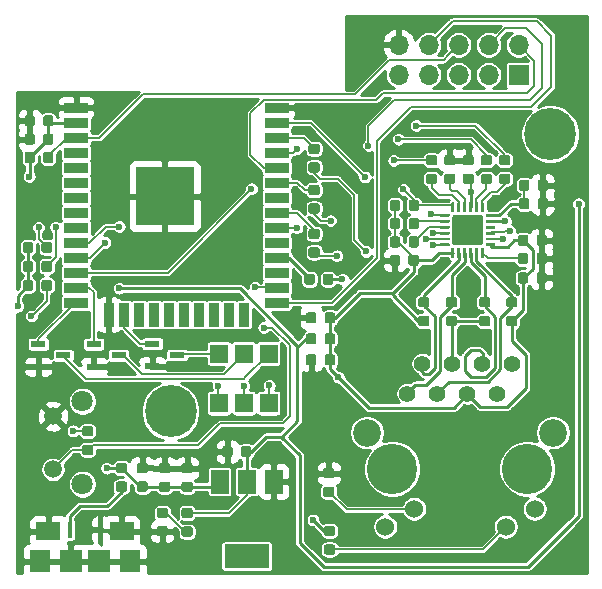
<source format=gbr>
G04 #@! TF.GenerationSoftware,KiCad,Pcbnew,(5.1.5)-3*
G04 #@! TF.CreationDate,2020-09-21T18:29:48-07:00*
G04 #@! TF.ProjectId,EsperDNS,45737065-7244-44e5-932e-6b696361645f,rev?*
G04 #@! TF.SameCoordinates,Original*
G04 #@! TF.FileFunction,Copper,L1,Top*
G04 #@! TF.FilePolarity,Positive*
%FSLAX46Y46*%
G04 Gerber Fmt 4.6, Leading zero omitted, Abs format (unit mm)*
G04 Created by KiCad (PCBNEW (5.1.5)-3) date 2020-09-21 18:29:48*
%MOMM*%
%LPD*%
G04 APERTURE LIST*
%ADD10C,0.100000*%
%ADD11R,0.400000X1.350000*%
%ADD12R,2.100000X1.600000*%
%ADD13R,1.900000X1.900000*%
%ADD14R,1.800000X1.900000*%
%ADD15R,1.500000X1.600000*%
%ADD16R,1.300000X0.600000*%
%ADD17C,1.803400*%
%ADD18C,1.498600*%
%ADD19C,4.266000*%
%ADD20C,2.355000*%
%ADD21C,1.398000*%
%ADD22C,1.530000*%
%ADD23C,4.400000*%
%ADD24R,2.000000X0.900000*%
%ADD25R,0.900000X2.000000*%
%ADD26R,5.000000X5.000000*%
%ADD27R,3.800000X2.000000*%
%ADD28R,1.500000X2.000000*%
%ADD29O,1.700000X1.700000*%
%ADD30R,1.700000X1.700000*%
%ADD31C,0.600000*%
%ADD32C,0.254000*%
%ADD33C,0.127000*%
%ADD34C,0.250000*%
%ADD35C,0.177800*%
G04 APERTURE END LIST*
G04 #@! TA.AperFunction,SMDPad,CuDef*
D10*
G36*
X31768626Y-13975301D02*
G01*
X31774693Y-13976201D01*
X31780643Y-13977691D01*
X31786418Y-13979758D01*
X31791962Y-13982380D01*
X31797223Y-13985533D01*
X31802150Y-13989187D01*
X31806694Y-13993306D01*
X31810813Y-13997850D01*
X31814467Y-14002777D01*
X31817620Y-14008038D01*
X31820242Y-14013582D01*
X31822309Y-14019357D01*
X31823799Y-14025307D01*
X31824699Y-14031374D01*
X31825000Y-14037500D01*
X31825000Y-14737500D01*
X31824699Y-14743626D01*
X31823799Y-14749693D01*
X31822309Y-14755643D01*
X31820242Y-14761418D01*
X31817620Y-14766962D01*
X31814467Y-14772223D01*
X31810813Y-14777150D01*
X31806694Y-14781694D01*
X31802150Y-14785813D01*
X31797223Y-14789467D01*
X31791962Y-14792620D01*
X31786418Y-14795242D01*
X31780643Y-14797309D01*
X31774693Y-14798799D01*
X31768626Y-14799699D01*
X31762500Y-14800000D01*
X31637500Y-14800000D01*
X31631374Y-14799699D01*
X31625307Y-14798799D01*
X31619357Y-14797309D01*
X31613582Y-14795242D01*
X31608038Y-14792620D01*
X31602777Y-14789467D01*
X31597850Y-14785813D01*
X31593306Y-14781694D01*
X31589187Y-14777150D01*
X31585533Y-14772223D01*
X31582380Y-14766962D01*
X31579758Y-14761418D01*
X31577691Y-14755643D01*
X31576201Y-14749693D01*
X31575301Y-14743626D01*
X31575000Y-14737500D01*
X31575000Y-14037500D01*
X31575301Y-14031374D01*
X31576201Y-14025307D01*
X31577691Y-14019357D01*
X31579758Y-14013582D01*
X31582380Y-14008038D01*
X31585533Y-14002777D01*
X31589187Y-13997850D01*
X31593306Y-13993306D01*
X31597850Y-13989187D01*
X31602777Y-13985533D01*
X31608038Y-13982380D01*
X31613582Y-13979758D01*
X31619357Y-13977691D01*
X31625307Y-13976201D01*
X31631374Y-13975301D01*
X31637500Y-13975000D01*
X31762500Y-13975000D01*
X31768626Y-13975301D01*
G37*
G04 #@! TD.AperFunction*
G04 #@! TA.AperFunction,SMDPad,CuDef*
G36*
X31268626Y-13975301D02*
G01*
X31274693Y-13976201D01*
X31280643Y-13977691D01*
X31286418Y-13979758D01*
X31291962Y-13982380D01*
X31297223Y-13985533D01*
X31302150Y-13989187D01*
X31306694Y-13993306D01*
X31310813Y-13997850D01*
X31314467Y-14002777D01*
X31317620Y-14008038D01*
X31320242Y-14013582D01*
X31322309Y-14019357D01*
X31323799Y-14025307D01*
X31324699Y-14031374D01*
X31325000Y-14037500D01*
X31325000Y-14737500D01*
X31324699Y-14743626D01*
X31323799Y-14749693D01*
X31322309Y-14755643D01*
X31320242Y-14761418D01*
X31317620Y-14766962D01*
X31314467Y-14772223D01*
X31310813Y-14777150D01*
X31306694Y-14781694D01*
X31302150Y-14785813D01*
X31297223Y-14789467D01*
X31291962Y-14792620D01*
X31286418Y-14795242D01*
X31280643Y-14797309D01*
X31274693Y-14798799D01*
X31268626Y-14799699D01*
X31262500Y-14800000D01*
X31137500Y-14800000D01*
X31131374Y-14799699D01*
X31125307Y-14798799D01*
X31119357Y-14797309D01*
X31113582Y-14795242D01*
X31108038Y-14792620D01*
X31102777Y-14789467D01*
X31097850Y-14785813D01*
X31093306Y-14781694D01*
X31089187Y-14777150D01*
X31085533Y-14772223D01*
X31082380Y-14766962D01*
X31079758Y-14761418D01*
X31077691Y-14755643D01*
X31076201Y-14749693D01*
X31075301Y-14743626D01*
X31075000Y-14737500D01*
X31075000Y-14037500D01*
X31075301Y-14031374D01*
X31076201Y-14025307D01*
X31077691Y-14019357D01*
X31079758Y-14013582D01*
X31082380Y-14008038D01*
X31085533Y-14002777D01*
X31089187Y-13997850D01*
X31093306Y-13993306D01*
X31097850Y-13989187D01*
X31102777Y-13985533D01*
X31108038Y-13982380D01*
X31113582Y-13979758D01*
X31119357Y-13977691D01*
X31125307Y-13976201D01*
X31131374Y-13975301D01*
X31137500Y-13975000D01*
X31262500Y-13975000D01*
X31268626Y-13975301D01*
G37*
G04 #@! TD.AperFunction*
G04 #@! TA.AperFunction,SMDPad,CuDef*
G36*
X30768626Y-13975301D02*
G01*
X30774693Y-13976201D01*
X30780643Y-13977691D01*
X30786418Y-13979758D01*
X30791962Y-13982380D01*
X30797223Y-13985533D01*
X30802150Y-13989187D01*
X30806694Y-13993306D01*
X30810813Y-13997850D01*
X30814467Y-14002777D01*
X30817620Y-14008038D01*
X30820242Y-14013582D01*
X30822309Y-14019357D01*
X30823799Y-14025307D01*
X30824699Y-14031374D01*
X30825000Y-14037500D01*
X30825000Y-14737500D01*
X30824699Y-14743626D01*
X30823799Y-14749693D01*
X30822309Y-14755643D01*
X30820242Y-14761418D01*
X30817620Y-14766962D01*
X30814467Y-14772223D01*
X30810813Y-14777150D01*
X30806694Y-14781694D01*
X30802150Y-14785813D01*
X30797223Y-14789467D01*
X30791962Y-14792620D01*
X30786418Y-14795242D01*
X30780643Y-14797309D01*
X30774693Y-14798799D01*
X30768626Y-14799699D01*
X30762500Y-14800000D01*
X30637500Y-14800000D01*
X30631374Y-14799699D01*
X30625307Y-14798799D01*
X30619357Y-14797309D01*
X30613582Y-14795242D01*
X30608038Y-14792620D01*
X30602777Y-14789467D01*
X30597850Y-14785813D01*
X30593306Y-14781694D01*
X30589187Y-14777150D01*
X30585533Y-14772223D01*
X30582380Y-14766962D01*
X30579758Y-14761418D01*
X30577691Y-14755643D01*
X30576201Y-14749693D01*
X30575301Y-14743626D01*
X30575000Y-14737500D01*
X30575000Y-14037500D01*
X30575301Y-14031374D01*
X30576201Y-14025307D01*
X30577691Y-14019357D01*
X30579758Y-14013582D01*
X30582380Y-14008038D01*
X30585533Y-14002777D01*
X30589187Y-13997850D01*
X30593306Y-13993306D01*
X30597850Y-13989187D01*
X30602777Y-13985533D01*
X30608038Y-13982380D01*
X30613582Y-13979758D01*
X30619357Y-13977691D01*
X30625307Y-13976201D01*
X30631374Y-13975301D01*
X30637500Y-13975000D01*
X30762500Y-13975000D01*
X30768626Y-13975301D01*
G37*
G04 #@! TD.AperFunction*
G04 #@! TA.AperFunction,SMDPad,CuDef*
G36*
X30268626Y-13975301D02*
G01*
X30274693Y-13976201D01*
X30280643Y-13977691D01*
X30286418Y-13979758D01*
X30291962Y-13982380D01*
X30297223Y-13985533D01*
X30302150Y-13989187D01*
X30306694Y-13993306D01*
X30310813Y-13997850D01*
X30314467Y-14002777D01*
X30317620Y-14008038D01*
X30320242Y-14013582D01*
X30322309Y-14019357D01*
X30323799Y-14025307D01*
X30324699Y-14031374D01*
X30325000Y-14037500D01*
X30325000Y-14737500D01*
X30324699Y-14743626D01*
X30323799Y-14749693D01*
X30322309Y-14755643D01*
X30320242Y-14761418D01*
X30317620Y-14766962D01*
X30314467Y-14772223D01*
X30310813Y-14777150D01*
X30306694Y-14781694D01*
X30302150Y-14785813D01*
X30297223Y-14789467D01*
X30291962Y-14792620D01*
X30286418Y-14795242D01*
X30280643Y-14797309D01*
X30274693Y-14798799D01*
X30268626Y-14799699D01*
X30262500Y-14800000D01*
X30137500Y-14800000D01*
X30131374Y-14799699D01*
X30125307Y-14798799D01*
X30119357Y-14797309D01*
X30113582Y-14795242D01*
X30108038Y-14792620D01*
X30102777Y-14789467D01*
X30097850Y-14785813D01*
X30093306Y-14781694D01*
X30089187Y-14777150D01*
X30085533Y-14772223D01*
X30082380Y-14766962D01*
X30079758Y-14761418D01*
X30077691Y-14755643D01*
X30076201Y-14749693D01*
X30075301Y-14743626D01*
X30075000Y-14737500D01*
X30075000Y-14037500D01*
X30075301Y-14031374D01*
X30076201Y-14025307D01*
X30077691Y-14019357D01*
X30079758Y-14013582D01*
X30082380Y-14008038D01*
X30085533Y-14002777D01*
X30089187Y-13997850D01*
X30093306Y-13993306D01*
X30097850Y-13989187D01*
X30102777Y-13985533D01*
X30108038Y-13982380D01*
X30113582Y-13979758D01*
X30119357Y-13977691D01*
X30125307Y-13976201D01*
X30131374Y-13975301D01*
X30137500Y-13975000D01*
X30262500Y-13975000D01*
X30268626Y-13975301D01*
G37*
G04 #@! TD.AperFunction*
G04 #@! TA.AperFunction,SMDPad,CuDef*
G36*
X29768626Y-13975301D02*
G01*
X29774693Y-13976201D01*
X29780643Y-13977691D01*
X29786418Y-13979758D01*
X29791962Y-13982380D01*
X29797223Y-13985533D01*
X29802150Y-13989187D01*
X29806694Y-13993306D01*
X29810813Y-13997850D01*
X29814467Y-14002777D01*
X29817620Y-14008038D01*
X29820242Y-14013582D01*
X29822309Y-14019357D01*
X29823799Y-14025307D01*
X29824699Y-14031374D01*
X29825000Y-14037500D01*
X29825000Y-14737500D01*
X29824699Y-14743626D01*
X29823799Y-14749693D01*
X29822309Y-14755643D01*
X29820242Y-14761418D01*
X29817620Y-14766962D01*
X29814467Y-14772223D01*
X29810813Y-14777150D01*
X29806694Y-14781694D01*
X29802150Y-14785813D01*
X29797223Y-14789467D01*
X29791962Y-14792620D01*
X29786418Y-14795242D01*
X29780643Y-14797309D01*
X29774693Y-14798799D01*
X29768626Y-14799699D01*
X29762500Y-14800000D01*
X29637500Y-14800000D01*
X29631374Y-14799699D01*
X29625307Y-14798799D01*
X29619357Y-14797309D01*
X29613582Y-14795242D01*
X29608038Y-14792620D01*
X29602777Y-14789467D01*
X29597850Y-14785813D01*
X29593306Y-14781694D01*
X29589187Y-14777150D01*
X29585533Y-14772223D01*
X29582380Y-14766962D01*
X29579758Y-14761418D01*
X29577691Y-14755643D01*
X29576201Y-14749693D01*
X29575301Y-14743626D01*
X29575000Y-14737500D01*
X29575000Y-14037500D01*
X29575301Y-14031374D01*
X29576201Y-14025307D01*
X29577691Y-14019357D01*
X29579758Y-14013582D01*
X29582380Y-14008038D01*
X29585533Y-14002777D01*
X29589187Y-13997850D01*
X29593306Y-13993306D01*
X29597850Y-13989187D01*
X29602777Y-13985533D01*
X29608038Y-13982380D01*
X29613582Y-13979758D01*
X29619357Y-13977691D01*
X29625307Y-13976201D01*
X29631374Y-13975301D01*
X29637500Y-13975000D01*
X29762500Y-13975000D01*
X29768626Y-13975301D01*
G37*
G04 #@! TD.AperFunction*
G04 #@! TA.AperFunction,SMDPad,CuDef*
G36*
X29268626Y-13975301D02*
G01*
X29274693Y-13976201D01*
X29280643Y-13977691D01*
X29286418Y-13979758D01*
X29291962Y-13982380D01*
X29297223Y-13985533D01*
X29302150Y-13989187D01*
X29306694Y-13993306D01*
X29310813Y-13997850D01*
X29314467Y-14002777D01*
X29317620Y-14008038D01*
X29320242Y-14013582D01*
X29322309Y-14019357D01*
X29323799Y-14025307D01*
X29324699Y-14031374D01*
X29325000Y-14037500D01*
X29325000Y-14737500D01*
X29324699Y-14743626D01*
X29323799Y-14749693D01*
X29322309Y-14755643D01*
X29320242Y-14761418D01*
X29317620Y-14766962D01*
X29314467Y-14772223D01*
X29310813Y-14777150D01*
X29306694Y-14781694D01*
X29302150Y-14785813D01*
X29297223Y-14789467D01*
X29291962Y-14792620D01*
X29286418Y-14795242D01*
X29280643Y-14797309D01*
X29274693Y-14798799D01*
X29268626Y-14799699D01*
X29262500Y-14800000D01*
X29137500Y-14800000D01*
X29131374Y-14799699D01*
X29125307Y-14798799D01*
X29119357Y-14797309D01*
X29113582Y-14795242D01*
X29108038Y-14792620D01*
X29102777Y-14789467D01*
X29097850Y-14785813D01*
X29093306Y-14781694D01*
X29089187Y-14777150D01*
X29085533Y-14772223D01*
X29082380Y-14766962D01*
X29079758Y-14761418D01*
X29077691Y-14755643D01*
X29076201Y-14749693D01*
X29075301Y-14743626D01*
X29075000Y-14737500D01*
X29075000Y-14037500D01*
X29075301Y-14031374D01*
X29076201Y-14025307D01*
X29077691Y-14019357D01*
X29079758Y-14013582D01*
X29082380Y-14008038D01*
X29085533Y-14002777D01*
X29089187Y-13997850D01*
X29093306Y-13993306D01*
X29097850Y-13989187D01*
X29102777Y-13985533D01*
X29108038Y-13982380D01*
X29113582Y-13979758D01*
X29119357Y-13977691D01*
X29125307Y-13976201D01*
X29131374Y-13975301D01*
X29137500Y-13975000D01*
X29262500Y-13975000D01*
X29268626Y-13975301D01*
G37*
G04 #@! TD.AperFunction*
G04 #@! TA.AperFunction,SMDPad,CuDef*
G36*
X28868626Y-13575301D02*
G01*
X28874693Y-13576201D01*
X28880643Y-13577691D01*
X28886418Y-13579758D01*
X28891962Y-13582380D01*
X28897223Y-13585533D01*
X28902150Y-13589187D01*
X28906694Y-13593306D01*
X28910813Y-13597850D01*
X28914467Y-13602777D01*
X28917620Y-13608038D01*
X28920242Y-13613582D01*
X28922309Y-13619357D01*
X28923799Y-13625307D01*
X28924699Y-13631374D01*
X28925000Y-13637500D01*
X28925000Y-13762500D01*
X28924699Y-13768626D01*
X28923799Y-13774693D01*
X28922309Y-13780643D01*
X28920242Y-13786418D01*
X28917620Y-13791962D01*
X28914467Y-13797223D01*
X28910813Y-13802150D01*
X28906694Y-13806694D01*
X28902150Y-13810813D01*
X28897223Y-13814467D01*
X28891962Y-13817620D01*
X28886418Y-13820242D01*
X28880643Y-13822309D01*
X28874693Y-13823799D01*
X28868626Y-13824699D01*
X28862500Y-13825000D01*
X28162500Y-13825000D01*
X28156374Y-13824699D01*
X28150307Y-13823799D01*
X28144357Y-13822309D01*
X28138582Y-13820242D01*
X28133038Y-13817620D01*
X28127777Y-13814467D01*
X28122850Y-13810813D01*
X28118306Y-13806694D01*
X28114187Y-13802150D01*
X28110533Y-13797223D01*
X28107380Y-13791962D01*
X28104758Y-13786418D01*
X28102691Y-13780643D01*
X28101201Y-13774693D01*
X28100301Y-13768626D01*
X28100000Y-13762500D01*
X28100000Y-13637500D01*
X28100301Y-13631374D01*
X28101201Y-13625307D01*
X28102691Y-13619357D01*
X28104758Y-13613582D01*
X28107380Y-13608038D01*
X28110533Y-13602777D01*
X28114187Y-13597850D01*
X28118306Y-13593306D01*
X28122850Y-13589187D01*
X28127777Y-13585533D01*
X28133038Y-13582380D01*
X28138582Y-13579758D01*
X28144357Y-13577691D01*
X28150307Y-13576201D01*
X28156374Y-13575301D01*
X28162500Y-13575000D01*
X28862500Y-13575000D01*
X28868626Y-13575301D01*
G37*
G04 #@! TD.AperFunction*
G04 #@! TA.AperFunction,SMDPad,CuDef*
G36*
X28868626Y-13075301D02*
G01*
X28874693Y-13076201D01*
X28880643Y-13077691D01*
X28886418Y-13079758D01*
X28891962Y-13082380D01*
X28897223Y-13085533D01*
X28902150Y-13089187D01*
X28906694Y-13093306D01*
X28910813Y-13097850D01*
X28914467Y-13102777D01*
X28917620Y-13108038D01*
X28920242Y-13113582D01*
X28922309Y-13119357D01*
X28923799Y-13125307D01*
X28924699Y-13131374D01*
X28925000Y-13137500D01*
X28925000Y-13262500D01*
X28924699Y-13268626D01*
X28923799Y-13274693D01*
X28922309Y-13280643D01*
X28920242Y-13286418D01*
X28917620Y-13291962D01*
X28914467Y-13297223D01*
X28910813Y-13302150D01*
X28906694Y-13306694D01*
X28902150Y-13310813D01*
X28897223Y-13314467D01*
X28891962Y-13317620D01*
X28886418Y-13320242D01*
X28880643Y-13322309D01*
X28874693Y-13323799D01*
X28868626Y-13324699D01*
X28862500Y-13325000D01*
X28162500Y-13325000D01*
X28156374Y-13324699D01*
X28150307Y-13323799D01*
X28144357Y-13322309D01*
X28138582Y-13320242D01*
X28133038Y-13317620D01*
X28127777Y-13314467D01*
X28122850Y-13310813D01*
X28118306Y-13306694D01*
X28114187Y-13302150D01*
X28110533Y-13297223D01*
X28107380Y-13291962D01*
X28104758Y-13286418D01*
X28102691Y-13280643D01*
X28101201Y-13274693D01*
X28100301Y-13268626D01*
X28100000Y-13262500D01*
X28100000Y-13137500D01*
X28100301Y-13131374D01*
X28101201Y-13125307D01*
X28102691Y-13119357D01*
X28104758Y-13113582D01*
X28107380Y-13108038D01*
X28110533Y-13102777D01*
X28114187Y-13097850D01*
X28118306Y-13093306D01*
X28122850Y-13089187D01*
X28127777Y-13085533D01*
X28133038Y-13082380D01*
X28138582Y-13079758D01*
X28144357Y-13077691D01*
X28150307Y-13076201D01*
X28156374Y-13075301D01*
X28162500Y-13075000D01*
X28862500Y-13075000D01*
X28868626Y-13075301D01*
G37*
G04 #@! TD.AperFunction*
G04 #@! TA.AperFunction,SMDPad,CuDef*
G36*
X28868626Y-12575301D02*
G01*
X28874693Y-12576201D01*
X28880643Y-12577691D01*
X28886418Y-12579758D01*
X28891962Y-12582380D01*
X28897223Y-12585533D01*
X28902150Y-12589187D01*
X28906694Y-12593306D01*
X28910813Y-12597850D01*
X28914467Y-12602777D01*
X28917620Y-12608038D01*
X28920242Y-12613582D01*
X28922309Y-12619357D01*
X28923799Y-12625307D01*
X28924699Y-12631374D01*
X28925000Y-12637500D01*
X28925000Y-12762500D01*
X28924699Y-12768626D01*
X28923799Y-12774693D01*
X28922309Y-12780643D01*
X28920242Y-12786418D01*
X28917620Y-12791962D01*
X28914467Y-12797223D01*
X28910813Y-12802150D01*
X28906694Y-12806694D01*
X28902150Y-12810813D01*
X28897223Y-12814467D01*
X28891962Y-12817620D01*
X28886418Y-12820242D01*
X28880643Y-12822309D01*
X28874693Y-12823799D01*
X28868626Y-12824699D01*
X28862500Y-12825000D01*
X28162500Y-12825000D01*
X28156374Y-12824699D01*
X28150307Y-12823799D01*
X28144357Y-12822309D01*
X28138582Y-12820242D01*
X28133038Y-12817620D01*
X28127777Y-12814467D01*
X28122850Y-12810813D01*
X28118306Y-12806694D01*
X28114187Y-12802150D01*
X28110533Y-12797223D01*
X28107380Y-12791962D01*
X28104758Y-12786418D01*
X28102691Y-12780643D01*
X28101201Y-12774693D01*
X28100301Y-12768626D01*
X28100000Y-12762500D01*
X28100000Y-12637500D01*
X28100301Y-12631374D01*
X28101201Y-12625307D01*
X28102691Y-12619357D01*
X28104758Y-12613582D01*
X28107380Y-12608038D01*
X28110533Y-12602777D01*
X28114187Y-12597850D01*
X28118306Y-12593306D01*
X28122850Y-12589187D01*
X28127777Y-12585533D01*
X28133038Y-12582380D01*
X28138582Y-12579758D01*
X28144357Y-12577691D01*
X28150307Y-12576201D01*
X28156374Y-12575301D01*
X28162500Y-12575000D01*
X28862500Y-12575000D01*
X28868626Y-12575301D01*
G37*
G04 #@! TD.AperFunction*
G04 #@! TA.AperFunction,SMDPad,CuDef*
G36*
X28868626Y-12075301D02*
G01*
X28874693Y-12076201D01*
X28880643Y-12077691D01*
X28886418Y-12079758D01*
X28891962Y-12082380D01*
X28897223Y-12085533D01*
X28902150Y-12089187D01*
X28906694Y-12093306D01*
X28910813Y-12097850D01*
X28914467Y-12102777D01*
X28917620Y-12108038D01*
X28920242Y-12113582D01*
X28922309Y-12119357D01*
X28923799Y-12125307D01*
X28924699Y-12131374D01*
X28925000Y-12137500D01*
X28925000Y-12262500D01*
X28924699Y-12268626D01*
X28923799Y-12274693D01*
X28922309Y-12280643D01*
X28920242Y-12286418D01*
X28917620Y-12291962D01*
X28914467Y-12297223D01*
X28910813Y-12302150D01*
X28906694Y-12306694D01*
X28902150Y-12310813D01*
X28897223Y-12314467D01*
X28891962Y-12317620D01*
X28886418Y-12320242D01*
X28880643Y-12322309D01*
X28874693Y-12323799D01*
X28868626Y-12324699D01*
X28862500Y-12325000D01*
X28162500Y-12325000D01*
X28156374Y-12324699D01*
X28150307Y-12323799D01*
X28144357Y-12322309D01*
X28138582Y-12320242D01*
X28133038Y-12317620D01*
X28127777Y-12314467D01*
X28122850Y-12310813D01*
X28118306Y-12306694D01*
X28114187Y-12302150D01*
X28110533Y-12297223D01*
X28107380Y-12291962D01*
X28104758Y-12286418D01*
X28102691Y-12280643D01*
X28101201Y-12274693D01*
X28100301Y-12268626D01*
X28100000Y-12262500D01*
X28100000Y-12137500D01*
X28100301Y-12131374D01*
X28101201Y-12125307D01*
X28102691Y-12119357D01*
X28104758Y-12113582D01*
X28107380Y-12108038D01*
X28110533Y-12102777D01*
X28114187Y-12097850D01*
X28118306Y-12093306D01*
X28122850Y-12089187D01*
X28127777Y-12085533D01*
X28133038Y-12082380D01*
X28138582Y-12079758D01*
X28144357Y-12077691D01*
X28150307Y-12076201D01*
X28156374Y-12075301D01*
X28162500Y-12075000D01*
X28862500Y-12075000D01*
X28868626Y-12075301D01*
G37*
G04 #@! TD.AperFunction*
G04 #@! TA.AperFunction,SMDPad,CuDef*
G36*
X28868626Y-11575301D02*
G01*
X28874693Y-11576201D01*
X28880643Y-11577691D01*
X28886418Y-11579758D01*
X28891962Y-11582380D01*
X28897223Y-11585533D01*
X28902150Y-11589187D01*
X28906694Y-11593306D01*
X28910813Y-11597850D01*
X28914467Y-11602777D01*
X28917620Y-11608038D01*
X28920242Y-11613582D01*
X28922309Y-11619357D01*
X28923799Y-11625307D01*
X28924699Y-11631374D01*
X28925000Y-11637500D01*
X28925000Y-11762500D01*
X28924699Y-11768626D01*
X28923799Y-11774693D01*
X28922309Y-11780643D01*
X28920242Y-11786418D01*
X28917620Y-11791962D01*
X28914467Y-11797223D01*
X28910813Y-11802150D01*
X28906694Y-11806694D01*
X28902150Y-11810813D01*
X28897223Y-11814467D01*
X28891962Y-11817620D01*
X28886418Y-11820242D01*
X28880643Y-11822309D01*
X28874693Y-11823799D01*
X28868626Y-11824699D01*
X28862500Y-11825000D01*
X28162500Y-11825000D01*
X28156374Y-11824699D01*
X28150307Y-11823799D01*
X28144357Y-11822309D01*
X28138582Y-11820242D01*
X28133038Y-11817620D01*
X28127777Y-11814467D01*
X28122850Y-11810813D01*
X28118306Y-11806694D01*
X28114187Y-11802150D01*
X28110533Y-11797223D01*
X28107380Y-11791962D01*
X28104758Y-11786418D01*
X28102691Y-11780643D01*
X28101201Y-11774693D01*
X28100301Y-11768626D01*
X28100000Y-11762500D01*
X28100000Y-11637500D01*
X28100301Y-11631374D01*
X28101201Y-11625307D01*
X28102691Y-11619357D01*
X28104758Y-11613582D01*
X28107380Y-11608038D01*
X28110533Y-11602777D01*
X28114187Y-11597850D01*
X28118306Y-11593306D01*
X28122850Y-11589187D01*
X28127777Y-11585533D01*
X28133038Y-11582380D01*
X28138582Y-11579758D01*
X28144357Y-11577691D01*
X28150307Y-11576201D01*
X28156374Y-11575301D01*
X28162500Y-11575000D01*
X28862500Y-11575000D01*
X28868626Y-11575301D01*
G37*
G04 #@! TD.AperFunction*
G04 #@! TA.AperFunction,SMDPad,CuDef*
G36*
X28868626Y-11075301D02*
G01*
X28874693Y-11076201D01*
X28880643Y-11077691D01*
X28886418Y-11079758D01*
X28891962Y-11082380D01*
X28897223Y-11085533D01*
X28902150Y-11089187D01*
X28906694Y-11093306D01*
X28910813Y-11097850D01*
X28914467Y-11102777D01*
X28917620Y-11108038D01*
X28920242Y-11113582D01*
X28922309Y-11119357D01*
X28923799Y-11125307D01*
X28924699Y-11131374D01*
X28925000Y-11137500D01*
X28925000Y-11262500D01*
X28924699Y-11268626D01*
X28923799Y-11274693D01*
X28922309Y-11280643D01*
X28920242Y-11286418D01*
X28917620Y-11291962D01*
X28914467Y-11297223D01*
X28910813Y-11302150D01*
X28906694Y-11306694D01*
X28902150Y-11310813D01*
X28897223Y-11314467D01*
X28891962Y-11317620D01*
X28886418Y-11320242D01*
X28880643Y-11322309D01*
X28874693Y-11323799D01*
X28868626Y-11324699D01*
X28862500Y-11325000D01*
X28162500Y-11325000D01*
X28156374Y-11324699D01*
X28150307Y-11323799D01*
X28144357Y-11322309D01*
X28138582Y-11320242D01*
X28133038Y-11317620D01*
X28127777Y-11314467D01*
X28122850Y-11310813D01*
X28118306Y-11306694D01*
X28114187Y-11302150D01*
X28110533Y-11297223D01*
X28107380Y-11291962D01*
X28104758Y-11286418D01*
X28102691Y-11280643D01*
X28101201Y-11274693D01*
X28100301Y-11268626D01*
X28100000Y-11262500D01*
X28100000Y-11137500D01*
X28100301Y-11131374D01*
X28101201Y-11125307D01*
X28102691Y-11119357D01*
X28104758Y-11113582D01*
X28107380Y-11108038D01*
X28110533Y-11102777D01*
X28114187Y-11097850D01*
X28118306Y-11093306D01*
X28122850Y-11089187D01*
X28127777Y-11085533D01*
X28133038Y-11082380D01*
X28138582Y-11079758D01*
X28144357Y-11077691D01*
X28150307Y-11076201D01*
X28156374Y-11075301D01*
X28162500Y-11075000D01*
X28862500Y-11075000D01*
X28868626Y-11075301D01*
G37*
G04 #@! TD.AperFunction*
G04 #@! TA.AperFunction,SMDPad,CuDef*
G36*
X29268626Y-10100301D02*
G01*
X29274693Y-10101201D01*
X29280643Y-10102691D01*
X29286418Y-10104758D01*
X29291962Y-10107380D01*
X29297223Y-10110533D01*
X29302150Y-10114187D01*
X29306694Y-10118306D01*
X29310813Y-10122850D01*
X29314467Y-10127777D01*
X29317620Y-10133038D01*
X29320242Y-10138582D01*
X29322309Y-10144357D01*
X29323799Y-10150307D01*
X29324699Y-10156374D01*
X29325000Y-10162500D01*
X29325000Y-10862500D01*
X29324699Y-10868626D01*
X29323799Y-10874693D01*
X29322309Y-10880643D01*
X29320242Y-10886418D01*
X29317620Y-10891962D01*
X29314467Y-10897223D01*
X29310813Y-10902150D01*
X29306694Y-10906694D01*
X29302150Y-10910813D01*
X29297223Y-10914467D01*
X29291962Y-10917620D01*
X29286418Y-10920242D01*
X29280643Y-10922309D01*
X29274693Y-10923799D01*
X29268626Y-10924699D01*
X29262500Y-10925000D01*
X29137500Y-10925000D01*
X29131374Y-10924699D01*
X29125307Y-10923799D01*
X29119357Y-10922309D01*
X29113582Y-10920242D01*
X29108038Y-10917620D01*
X29102777Y-10914467D01*
X29097850Y-10910813D01*
X29093306Y-10906694D01*
X29089187Y-10902150D01*
X29085533Y-10897223D01*
X29082380Y-10891962D01*
X29079758Y-10886418D01*
X29077691Y-10880643D01*
X29076201Y-10874693D01*
X29075301Y-10868626D01*
X29075000Y-10862500D01*
X29075000Y-10162500D01*
X29075301Y-10156374D01*
X29076201Y-10150307D01*
X29077691Y-10144357D01*
X29079758Y-10138582D01*
X29082380Y-10133038D01*
X29085533Y-10127777D01*
X29089187Y-10122850D01*
X29093306Y-10118306D01*
X29097850Y-10114187D01*
X29102777Y-10110533D01*
X29108038Y-10107380D01*
X29113582Y-10104758D01*
X29119357Y-10102691D01*
X29125307Y-10101201D01*
X29131374Y-10100301D01*
X29137500Y-10100000D01*
X29262500Y-10100000D01*
X29268626Y-10100301D01*
G37*
G04 #@! TD.AperFunction*
G04 #@! TA.AperFunction,SMDPad,CuDef*
G36*
X29768626Y-10100301D02*
G01*
X29774693Y-10101201D01*
X29780643Y-10102691D01*
X29786418Y-10104758D01*
X29791962Y-10107380D01*
X29797223Y-10110533D01*
X29802150Y-10114187D01*
X29806694Y-10118306D01*
X29810813Y-10122850D01*
X29814467Y-10127777D01*
X29817620Y-10133038D01*
X29820242Y-10138582D01*
X29822309Y-10144357D01*
X29823799Y-10150307D01*
X29824699Y-10156374D01*
X29825000Y-10162500D01*
X29825000Y-10862500D01*
X29824699Y-10868626D01*
X29823799Y-10874693D01*
X29822309Y-10880643D01*
X29820242Y-10886418D01*
X29817620Y-10891962D01*
X29814467Y-10897223D01*
X29810813Y-10902150D01*
X29806694Y-10906694D01*
X29802150Y-10910813D01*
X29797223Y-10914467D01*
X29791962Y-10917620D01*
X29786418Y-10920242D01*
X29780643Y-10922309D01*
X29774693Y-10923799D01*
X29768626Y-10924699D01*
X29762500Y-10925000D01*
X29637500Y-10925000D01*
X29631374Y-10924699D01*
X29625307Y-10923799D01*
X29619357Y-10922309D01*
X29613582Y-10920242D01*
X29608038Y-10917620D01*
X29602777Y-10914467D01*
X29597850Y-10910813D01*
X29593306Y-10906694D01*
X29589187Y-10902150D01*
X29585533Y-10897223D01*
X29582380Y-10891962D01*
X29579758Y-10886418D01*
X29577691Y-10880643D01*
X29576201Y-10874693D01*
X29575301Y-10868626D01*
X29575000Y-10862500D01*
X29575000Y-10162500D01*
X29575301Y-10156374D01*
X29576201Y-10150307D01*
X29577691Y-10144357D01*
X29579758Y-10138582D01*
X29582380Y-10133038D01*
X29585533Y-10127777D01*
X29589187Y-10122850D01*
X29593306Y-10118306D01*
X29597850Y-10114187D01*
X29602777Y-10110533D01*
X29608038Y-10107380D01*
X29613582Y-10104758D01*
X29619357Y-10102691D01*
X29625307Y-10101201D01*
X29631374Y-10100301D01*
X29637500Y-10100000D01*
X29762500Y-10100000D01*
X29768626Y-10100301D01*
G37*
G04 #@! TD.AperFunction*
G04 #@! TA.AperFunction,SMDPad,CuDef*
G36*
X30268626Y-10100301D02*
G01*
X30274693Y-10101201D01*
X30280643Y-10102691D01*
X30286418Y-10104758D01*
X30291962Y-10107380D01*
X30297223Y-10110533D01*
X30302150Y-10114187D01*
X30306694Y-10118306D01*
X30310813Y-10122850D01*
X30314467Y-10127777D01*
X30317620Y-10133038D01*
X30320242Y-10138582D01*
X30322309Y-10144357D01*
X30323799Y-10150307D01*
X30324699Y-10156374D01*
X30325000Y-10162500D01*
X30325000Y-10862500D01*
X30324699Y-10868626D01*
X30323799Y-10874693D01*
X30322309Y-10880643D01*
X30320242Y-10886418D01*
X30317620Y-10891962D01*
X30314467Y-10897223D01*
X30310813Y-10902150D01*
X30306694Y-10906694D01*
X30302150Y-10910813D01*
X30297223Y-10914467D01*
X30291962Y-10917620D01*
X30286418Y-10920242D01*
X30280643Y-10922309D01*
X30274693Y-10923799D01*
X30268626Y-10924699D01*
X30262500Y-10925000D01*
X30137500Y-10925000D01*
X30131374Y-10924699D01*
X30125307Y-10923799D01*
X30119357Y-10922309D01*
X30113582Y-10920242D01*
X30108038Y-10917620D01*
X30102777Y-10914467D01*
X30097850Y-10910813D01*
X30093306Y-10906694D01*
X30089187Y-10902150D01*
X30085533Y-10897223D01*
X30082380Y-10891962D01*
X30079758Y-10886418D01*
X30077691Y-10880643D01*
X30076201Y-10874693D01*
X30075301Y-10868626D01*
X30075000Y-10862500D01*
X30075000Y-10162500D01*
X30075301Y-10156374D01*
X30076201Y-10150307D01*
X30077691Y-10144357D01*
X30079758Y-10138582D01*
X30082380Y-10133038D01*
X30085533Y-10127777D01*
X30089187Y-10122850D01*
X30093306Y-10118306D01*
X30097850Y-10114187D01*
X30102777Y-10110533D01*
X30108038Y-10107380D01*
X30113582Y-10104758D01*
X30119357Y-10102691D01*
X30125307Y-10101201D01*
X30131374Y-10100301D01*
X30137500Y-10100000D01*
X30262500Y-10100000D01*
X30268626Y-10100301D01*
G37*
G04 #@! TD.AperFunction*
G04 #@! TA.AperFunction,SMDPad,CuDef*
G36*
X30768626Y-10100301D02*
G01*
X30774693Y-10101201D01*
X30780643Y-10102691D01*
X30786418Y-10104758D01*
X30791962Y-10107380D01*
X30797223Y-10110533D01*
X30802150Y-10114187D01*
X30806694Y-10118306D01*
X30810813Y-10122850D01*
X30814467Y-10127777D01*
X30817620Y-10133038D01*
X30820242Y-10138582D01*
X30822309Y-10144357D01*
X30823799Y-10150307D01*
X30824699Y-10156374D01*
X30825000Y-10162500D01*
X30825000Y-10862500D01*
X30824699Y-10868626D01*
X30823799Y-10874693D01*
X30822309Y-10880643D01*
X30820242Y-10886418D01*
X30817620Y-10891962D01*
X30814467Y-10897223D01*
X30810813Y-10902150D01*
X30806694Y-10906694D01*
X30802150Y-10910813D01*
X30797223Y-10914467D01*
X30791962Y-10917620D01*
X30786418Y-10920242D01*
X30780643Y-10922309D01*
X30774693Y-10923799D01*
X30768626Y-10924699D01*
X30762500Y-10925000D01*
X30637500Y-10925000D01*
X30631374Y-10924699D01*
X30625307Y-10923799D01*
X30619357Y-10922309D01*
X30613582Y-10920242D01*
X30608038Y-10917620D01*
X30602777Y-10914467D01*
X30597850Y-10910813D01*
X30593306Y-10906694D01*
X30589187Y-10902150D01*
X30585533Y-10897223D01*
X30582380Y-10891962D01*
X30579758Y-10886418D01*
X30577691Y-10880643D01*
X30576201Y-10874693D01*
X30575301Y-10868626D01*
X30575000Y-10862500D01*
X30575000Y-10162500D01*
X30575301Y-10156374D01*
X30576201Y-10150307D01*
X30577691Y-10144357D01*
X30579758Y-10138582D01*
X30582380Y-10133038D01*
X30585533Y-10127777D01*
X30589187Y-10122850D01*
X30593306Y-10118306D01*
X30597850Y-10114187D01*
X30602777Y-10110533D01*
X30608038Y-10107380D01*
X30613582Y-10104758D01*
X30619357Y-10102691D01*
X30625307Y-10101201D01*
X30631374Y-10100301D01*
X30637500Y-10100000D01*
X30762500Y-10100000D01*
X30768626Y-10100301D01*
G37*
G04 #@! TD.AperFunction*
G04 #@! TA.AperFunction,SMDPad,CuDef*
G36*
X31268626Y-10100301D02*
G01*
X31274693Y-10101201D01*
X31280643Y-10102691D01*
X31286418Y-10104758D01*
X31291962Y-10107380D01*
X31297223Y-10110533D01*
X31302150Y-10114187D01*
X31306694Y-10118306D01*
X31310813Y-10122850D01*
X31314467Y-10127777D01*
X31317620Y-10133038D01*
X31320242Y-10138582D01*
X31322309Y-10144357D01*
X31323799Y-10150307D01*
X31324699Y-10156374D01*
X31325000Y-10162500D01*
X31325000Y-10862500D01*
X31324699Y-10868626D01*
X31323799Y-10874693D01*
X31322309Y-10880643D01*
X31320242Y-10886418D01*
X31317620Y-10891962D01*
X31314467Y-10897223D01*
X31310813Y-10902150D01*
X31306694Y-10906694D01*
X31302150Y-10910813D01*
X31297223Y-10914467D01*
X31291962Y-10917620D01*
X31286418Y-10920242D01*
X31280643Y-10922309D01*
X31274693Y-10923799D01*
X31268626Y-10924699D01*
X31262500Y-10925000D01*
X31137500Y-10925000D01*
X31131374Y-10924699D01*
X31125307Y-10923799D01*
X31119357Y-10922309D01*
X31113582Y-10920242D01*
X31108038Y-10917620D01*
X31102777Y-10914467D01*
X31097850Y-10910813D01*
X31093306Y-10906694D01*
X31089187Y-10902150D01*
X31085533Y-10897223D01*
X31082380Y-10891962D01*
X31079758Y-10886418D01*
X31077691Y-10880643D01*
X31076201Y-10874693D01*
X31075301Y-10868626D01*
X31075000Y-10862500D01*
X31075000Y-10162500D01*
X31075301Y-10156374D01*
X31076201Y-10150307D01*
X31077691Y-10144357D01*
X31079758Y-10138582D01*
X31082380Y-10133038D01*
X31085533Y-10127777D01*
X31089187Y-10122850D01*
X31093306Y-10118306D01*
X31097850Y-10114187D01*
X31102777Y-10110533D01*
X31108038Y-10107380D01*
X31113582Y-10104758D01*
X31119357Y-10102691D01*
X31125307Y-10101201D01*
X31131374Y-10100301D01*
X31137500Y-10100000D01*
X31262500Y-10100000D01*
X31268626Y-10100301D01*
G37*
G04 #@! TD.AperFunction*
G04 #@! TA.AperFunction,SMDPad,CuDef*
G36*
X31768626Y-10100301D02*
G01*
X31774693Y-10101201D01*
X31780643Y-10102691D01*
X31786418Y-10104758D01*
X31791962Y-10107380D01*
X31797223Y-10110533D01*
X31802150Y-10114187D01*
X31806694Y-10118306D01*
X31810813Y-10122850D01*
X31814467Y-10127777D01*
X31817620Y-10133038D01*
X31820242Y-10138582D01*
X31822309Y-10144357D01*
X31823799Y-10150307D01*
X31824699Y-10156374D01*
X31825000Y-10162500D01*
X31825000Y-10862500D01*
X31824699Y-10868626D01*
X31823799Y-10874693D01*
X31822309Y-10880643D01*
X31820242Y-10886418D01*
X31817620Y-10891962D01*
X31814467Y-10897223D01*
X31810813Y-10902150D01*
X31806694Y-10906694D01*
X31802150Y-10910813D01*
X31797223Y-10914467D01*
X31791962Y-10917620D01*
X31786418Y-10920242D01*
X31780643Y-10922309D01*
X31774693Y-10923799D01*
X31768626Y-10924699D01*
X31762500Y-10925000D01*
X31637500Y-10925000D01*
X31631374Y-10924699D01*
X31625307Y-10923799D01*
X31619357Y-10922309D01*
X31613582Y-10920242D01*
X31608038Y-10917620D01*
X31602777Y-10914467D01*
X31597850Y-10910813D01*
X31593306Y-10906694D01*
X31589187Y-10902150D01*
X31585533Y-10897223D01*
X31582380Y-10891962D01*
X31579758Y-10886418D01*
X31577691Y-10880643D01*
X31576201Y-10874693D01*
X31575301Y-10868626D01*
X31575000Y-10862500D01*
X31575000Y-10162500D01*
X31575301Y-10156374D01*
X31576201Y-10150307D01*
X31577691Y-10144357D01*
X31579758Y-10138582D01*
X31582380Y-10133038D01*
X31585533Y-10127777D01*
X31589187Y-10122850D01*
X31593306Y-10118306D01*
X31597850Y-10114187D01*
X31602777Y-10110533D01*
X31608038Y-10107380D01*
X31613582Y-10104758D01*
X31619357Y-10102691D01*
X31625307Y-10101201D01*
X31631374Y-10100301D01*
X31637500Y-10100000D01*
X31762500Y-10100000D01*
X31768626Y-10100301D01*
G37*
G04 #@! TD.AperFunction*
G04 #@! TA.AperFunction,SMDPad,CuDef*
G36*
X32743626Y-11075301D02*
G01*
X32749693Y-11076201D01*
X32755643Y-11077691D01*
X32761418Y-11079758D01*
X32766962Y-11082380D01*
X32772223Y-11085533D01*
X32777150Y-11089187D01*
X32781694Y-11093306D01*
X32785813Y-11097850D01*
X32789467Y-11102777D01*
X32792620Y-11108038D01*
X32795242Y-11113582D01*
X32797309Y-11119357D01*
X32798799Y-11125307D01*
X32799699Y-11131374D01*
X32800000Y-11137500D01*
X32800000Y-11262500D01*
X32799699Y-11268626D01*
X32798799Y-11274693D01*
X32797309Y-11280643D01*
X32795242Y-11286418D01*
X32792620Y-11291962D01*
X32789467Y-11297223D01*
X32785813Y-11302150D01*
X32781694Y-11306694D01*
X32777150Y-11310813D01*
X32772223Y-11314467D01*
X32766962Y-11317620D01*
X32761418Y-11320242D01*
X32755643Y-11322309D01*
X32749693Y-11323799D01*
X32743626Y-11324699D01*
X32737500Y-11325000D01*
X32037500Y-11325000D01*
X32031374Y-11324699D01*
X32025307Y-11323799D01*
X32019357Y-11322309D01*
X32013582Y-11320242D01*
X32008038Y-11317620D01*
X32002777Y-11314467D01*
X31997850Y-11310813D01*
X31993306Y-11306694D01*
X31989187Y-11302150D01*
X31985533Y-11297223D01*
X31982380Y-11291962D01*
X31979758Y-11286418D01*
X31977691Y-11280643D01*
X31976201Y-11274693D01*
X31975301Y-11268626D01*
X31975000Y-11262500D01*
X31975000Y-11137500D01*
X31975301Y-11131374D01*
X31976201Y-11125307D01*
X31977691Y-11119357D01*
X31979758Y-11113582D01*
X31982380Y-11108038D01*
X31985533Y-11102777D01*
X31989187Y-11097850D01*
X31993306Y-11093306D01*
X31997850Y-11089187D01*
X32002777Y-11085533D01*
X32008038Y-11082380D01*
X32013582Y-11079758D01*
X32019357Y-11077691D01*
X32025307Y-11076201D01*
X32031374Y-11075301D01*
X32037500Y-11075000D01*
X32737500Y-11075000D01*
X32743626Y-11075301D01*
G37*
G04 #@! TD.AperFunction*
G04 #@! TA.AperFunction,SMDPad,CuDef*
G36*
X32743626Y-11575301D02*
G01*
X32749693Y-11576201D01*
X32755643Y-11577691D01*
X32761418Y-11579758D01*
X32766962Y-11582380D01*
X32772223Y-11585533D01*
X32777150Y-11589187D01*
X32781694Y-11593306D01*
X32785813Y-11597850D01*
X32789467Y-11602777D01*
X32792620Y-11608038D01*
X32795242Y-11613582D01*
X32797309Y-11619357D01*
X32798799Y-11625307D01*
X32799699Y-11631374D01*
X32800000Y-11637500D01*
X32800000Y-11762500D01*
X32799699Y-11768626D01*
X32798799Y-11774693D01*
X32797309Y-11780643D01*
X32795242Y-11786418D01*
X32792620Y-11791962D01*
X32789467Y-11797223D01*
X32785813Y-11802150D01*
X32781694Y-11806694D01*
X32777150Y-11810813D01*
X32772223Y-11814467D01*
X32766962Y-11817620D01*
X32761418Y-11820242D01*
X32755643Y-11822309D01*
X32749693Y-11823799D01*
X32743626Y-11824699D01*
X32737500Y-11825000D01*
X32037500Y-11825000D01*
X32031374Y-11824699D01*
X32025307Y-11823799D01*
X32019357Y-11822309D01*
X32013582Y-11820242D01*
X32008038Y-11817620D01*
X32002777Y-11814467D01*
X31997850Y-11810813D01*
X31993306Y-11806694D01*
X31989187Y-11802150D01*
X31985533Y-11797223D01*
X31982380Y-11791962D01*
X31979758Y-11786418D01*
X31977691Y-11780643D01*
X31976201Y-11774693D01*
X31975301Y-11768626D01*
X31975000Y-11762500D01*
X31975000Y-11637500D01*
X31975301Y-11631374D01*
X31976201Y-11625307D01*
X31977691Y-11619357D01*
X31979758Y-11613582D01*
X31982380Y-11608038D01*
X31985533Y-11602777D01*
X31989187Y-11597850D01*
X31993306Y-11593306D01*
X31997850Y-11589187D01*
X32002777Y-11585533D01*
X32008038Y-11582380D01*
X32013582Y-11579758D01*
X32019357Y-11577691D01*
X32025307Y-11576201D01*
X32031374Y-11575301D01*
X32037500Y-11575000D01*
X32737500Y-11575000D01*
X32743626Y-11575301D01*
G37*
G04 #@! TD.AperFunction*
G04 #@! TA.AperFunction,SMDPad,CuDef*
G36*
X32743626Y-12075301D02*
G01*
X32749693Y-12076201D01*
X32755643Y-12077691D01*
X32761418Y-12079758D01*
X32766962Y-12082380D01*
X32772223Y-12085533D01*
X32777150Y-12089187D01*
X32781694Y-12093306D01*
X32785813Y-12097850D01*
X32789467Y-12102777D01*
X32792620Y-12108038D01*
X32795242Y-12113582D01*
X32797309Y-12119357D01*
X32798799Y-12125307D01*
X32799699Y-12131374D01*
X32800000Y-12137500D01*
X32800000Y-12262500D01*
X32799699Y-12268626D01*
X32798799Y-12274693D01*
X32797309Y-12280643D01*
X32795242Y-12286418D01*
X32792620Y-12291962D01*
X32789467Y-12297223D01*
X32785813Y-12302150D01*
X32781694Y-12306694D01*
X32777150Y-12310813D01*
X32772223Y-12314467D01*
X32766962Y-12317620D01*
X32761418Y-12320242D01*
X32755643Y-12322309D01*
X32749693Y-12323799D01*
X32743626Y-12324699D01*
X32737500Y-12325000D01*
X32037500Y-12325000D01*
X32031374Y-12324699D01*
X32025307Y-12323799D01*
X32019357Y-12322309D01*
X32013582Y-12320242D01*
X32008038Y-12317620D01*
X32002777Y-12314467D01*
X31997850Y-12310813D01*
X31993306Y-12306694D01*
X31989187Y-12302150D01*
X31985533Y-12297223D01*
X31982380Y-12291962D01*
X31979758Y-12286418D01*
X31977691Y-12280643D01*
X31976201Y-12274693D01*
X31975301Y-12268626D01*
X31975000Y-12262500D01*
X31975000Y-12137500D01*
X31975301Y-12131374D01*
X31976201Y-12125307D01*
X31977691Y-12119357D01*
X31979758Y-12113582D01*
X31982380Y-12108038D01*
X31985533Y-12102777D01*
X31989187Y-12097850D01*
X31993306Y-12093306D01*
X31997850Y-12089187D01*
X32002777Y-12085533D01*
X32008038Y-12082380D01*
X32013582Y-12079758D01*
X32019357Y-12077691D01*
X32025307Y-12076201D01*
X32031374Y-12075301D01*
X32037500Y-12075000D01*
X32737500Y-12075000D01*
X32743626Y-12075301D01*
G37*
G04 #@! TD.AperFunction*
G04 #@! TA.AperFunction,SMDPad,CuDef*
G36*
X32743626Y-12575301D02*
G01*
X32749693Y-12576201D01*
X32755643Y-12577691D01*
X32761418Y-12579758D01*
X32766962Y-12582380D01*
X32772223Y-12585533D01*
X32777150Y-12589187D01*
X32781694Y-12593306D01*
X32785813Y-12597850D01*
X32789467Y-12602777D01*
X32792620Y-12608038D01*
X32795242Y-12613582D01*
X32797309Y-12619357D01*
X32798799Y-12625307D01*
X32799699Y-12631374D01*
X32800000Y-12637500D01*
X32800000Y-12762500D01*
X32799699Y-12768626D01*
X32798799Y-12774693D01*
X32797309Y-12780643D01*
X32795242Y-12786418D01*
X32792620Y-12791962D01*
X32789467Y-12797223D01*
X32785813Y-12802150D01*
X32781694Y-12806694D01*
X32777150Y-12810813D01*
X32772223Y-12814467D01*
X32766962Y-12817620D01*
X32761418Y-12820242D01*
X32755643Y-12822309D01*
X32749693Y-12823799D01*
X32743626Y-12824699D01*
X32737500Y-12825000D01*
X32037500Y-12825000D01*
X32031374Y-12824699D01*
X32025307Y-12823799D01*
X32019357Y-12822309D01*
X32013582Y-12820242D01*
X32008038Y-12817620D01*
X32002777Y-12814467D01*
X31997850Y-12810813D01*
X31993306Y-12806694D01*
X31989187Y-12802150D01*
X31985533Y-12797223D01*
X31982380Y-12791962D01*
X31979758Y-12786418D01*
X31977691Y-12780643D01*
X31976201Y-12774693D01*
X31975301Y-12768626D01*
X31975000Y-12762500D01*
X31975000Y-12637500D01*
X31975301Y-12631374D01*
X31976201Y-12625307D01*
X31977691Y-12619357D01*
X31979758Y-12613582D01*
X31982380Y-12608038D01*
X31985533Y-12602777D01*
X31989187Y-12597850D01*
X31993306Y-12593306D01*
X31997850Y-12589187D01*
X32002777Y-12585533D01*
X32008038Y-12582380D01*
X32013582Y-12579758D01*
X32019357Y-12577691D01*
X32025307Y-12576201D01*
X32031374Y-12575301D01*
X32037500Y-12575000D01*
X32737500Y-12575000D01*
X32743626Y-12575301D01*
G37*
G04 #@! TD.AperFunction*
G04 #@! TA.AperFunction,SMDPad,CuDef*
G36*
X32743626Y-13075301D02*
G01*
X32749693Y-13076201D01*
X32755643Y-13077691D01*
X32761418Y-13079758D01*
X32766962Y-13082380D01*
X32772223Y-13085533D01*
X32777150Y-13089187D01*
X32781694Y-13093306D01*
X32785813Y-13097850D01*
X32789467Y-13102777D01*
X32792620Y-13108038D01*
X32795242Y-13113582D01*
X32797309Y-13119357D01*
X32798799Y-13125307D01*
X32799699Y-13131374D01*
X32800000Y-13137500D01*
X32800000Y-13262500D01*
X32799699Y-13268626D01*
X32798799Y-13274693D01*
X32797309Y-13280643D01*
X32795242Y-13286418D01*
X32792620Y-13291962D01*
X32789467Y-13297223D01*
X32785813Y-13302150D01*
X32781694Y-13306694D01*
X32777150Y-13310813D01*
X32772223Y-13314467D01*
X32766962Y-13317620D01*
X32761418Y-13320242D01*
X32755643Y-13322309D01*
X32749693Y-13323799D01*
X32743626Y-13324699D01*
X32737500Y-13325000D01*
X32037500Y-13325000D01*
X32031374Y-13324699D01*
X32025307Y-13323799D01*
X32019357Y-13322309D01*
X32013582Y-13320242D01*
X32008038Y-13317620D01*
X32002777Y-13314467D01*
X31997850Y-13310813D01*
X31993306Y-13306694D01*
X31989187Y-13302150D01*
X31985533Y-13297223D01*
X31982380Y-13291962D01*
X31979758Y-13286418D01*
X31977691Y-13280643D01*
X31976201Y-13274693D01*
X31975301Y-13268626D01*
X31975000Y-13262500D01*
X31975000Y-13137500D01*
X31975301Y-13131374D01*
X31976201Y-13125307D01*
X31977691Y-13119357D01*
X31979758Y-13113582D01*
X31982380Y-13108038D01*
X31985533Y-13102777D01*
X31989187Y-13097850D01*
X31993306Y-13093306D01*
X31997850Y-13089187D01*
X32002777Y-13085533D01*
X32008038Y-13082380D01*
X32013582Y-13079758D01*
X32019357Y-13077691D01*
X32025307Y-13076201D01*
X32031374Y-13075301D01*
X32037500Y-13075000D01*
X32737500Y-13075000D01*
X32743626Y-13075301D01*
G37*
G04 #@! TD.AperFunction*
G04 #@! TA.AperFunction,SMDPad,CuDef*
G36*
X32743626Y-13575301D02*
G01*
X32749693Y-13576201D01*
X32755643Y-13577691D01*
X32761418Y-13579758D01*
X32766962Y-13582380D01*
X32772223Y-13585533D01*
X32777150Y-13589187D01*
X32781694Y-13593306D01*
X32785813Y-13597850D01*
X32789467Y-13602777D01*
X32792620Y-13608038D01*
X32795242Y-13613582D01*
X32797309Y-13619357D01*
X32798799Y-13625307D01*
X32799699Y-13631374D01*
X32800000Y-13637500D01*
X32800000Y-13762500D01*
X32799699Y-13768626D01*
X32798799Y-13774693D01*
X32797309Y-13780643D01*
X32795242Y-13786418D01*
X32792620Y-13791962D01*
X32789467Y-13797223D01*
X32785813Y-13802150D01*
X32781694Y-13806694D01*
X32777150Y-13810813D01*
X32772223Y-13814467D01*
X32766962Y-13817620D01*
X32761418Y-13820242D01*
X32755643Y-13822309D01*
X32749693Y-13823799D01*
X32743626Y-13824699D01*
X32737500Y-13825000D01*
X32037500Y-13825000D01*
X32031374Y-13824699D01*
X32025307Y-13823799D01*
X32019357Y-13822309D01*
X32013582Y-13820242D01*
X32008038Y-13817620D01*
X32002777Y-13814467D01*
X31997850Y-13810813D01*
X31993306Y-13806694D01*
X31989187Y-13802150D01*
X31985533Y-13797223D01*
X31982380Y-13791962D01*
X31979758Y-13786418D01*
X31977691Y-13780643D01*
X31976201Y-13774693D01*
X31975301Y-13768626D01*
X31975000Y-13762500D01*
X31975000Y-13637500D01*
X31975301Y-13631374D01*
X31976201Y-13625307D01*
X31977691Y-13619357D01*
X31979758Y-13613582D01*
X31982380Y-13608038D01*
X31985533Y-13602777D01*
X31989187Y-13597850D01*
X31993306Y-13593306D01*
X31997850Y-13589187D01*
X32002777Y-13585533D01*
X32008038Y-13582380D01*
X32013582Y-13579758D01*
X32019357Y-13577691D01*
X32025307Y-13576201D01*
X32031374Y-13575301D01*
X32037500Y-13575000D01*
X32737500Y-13575000D01*
X32743626Y-13575301D01*
G37*
G04 #@! TD.AperFunction*
G04 #@! TA.AperFunction,SMDPad,CuDef*
G36*
X31524504Y-11151204D02*
G01*
X31548773Y-11154804D01*
X31572571Y-11160765D01*
X31595671Y-11169030D01*
X31617849Y-11179520D01*
X31638893Y-11192133D01*
X31658598Y-11206747D01*
X31676777Y-11223223D01*
X31693253Y-11241402D01*
X31707867Y-11261107D01*
X31720480Y-11282151D01*
X31730970Y-11304329D01*
X31739235Y-11327429D01*
X31745196Y-11351227D01*
X31748796Y-11375496D01*
X31750000Y-11400000D01*
X31750000Y-13500000D01*
X31748796Y-13524504D01*
X31745196Y-13548773D01*
X31739235Y-13572571D01*
X31730970Y-13595671D01*
X31720480Y-13617849D01*
X31707867Y-13638893D01*
X31693253Y-13658598D01*
X31676777Y-13676777D01*
X31658598Y-13693253D01*
X31638893Y-13707867D01*
X31617849Y-13720480D01*
X31595671Y-13730970D01*
X31572571Y-13739235D01*
X31548773Y-13745196D01*
X31524504Y-13748796D01*
X31500000Y-13750000D01*
X29400000Y-13750000D01*
X29375496Y-13748796D01*
X29351227Y-13745196D01*
X29327429Y-13739235D01*
X29304329Y-13730970D01*
X29282151Y-13720480D01*
X29261107Y-13707867D01*
X29241402Y-13693253D01*
X29223223Y-13676777D01*
X29206747Y-13658598D01*
X29192133Y-13638893D01*
X29179520Y-13617849D01*
X29169030Y-13595671D01*
X29160765Y-13572571D01*
X29154804Y-13548773D01*
X29151204Y-13524504D01*
X29150000Y-13500000D01*
X29150000Y-11400000D01*
X29151204Y-11375496D01*
X29154804Y-11351227D01*
X29160765Y-11327429D01*
X29169030Y-11304329D01*
X29179520Y-11282151D01*
X29192133Y-11261107D01*
X29206747Y-11241402D01*
X29223223Y-11223223D01*
X29241402Y-11206747D01*
X29261107Y-11192133D01*
X29282151Y-11179520D01*
X29304329Y-11169030D01*
X29327429Y-11160765D01*
X29351227Y-11154804D01*
X29375496Y-11151204D01*
X29400000Y-11150000D01*
X31500000Y-11150000D01*
X31524504Y-11151204D01*
G37*
G04 #@! TD.AperFunction*
D11*
X-650000Y-37825000D03*
X-3250000Y-37825000D03*
D12*
X1150000Y-37950000D03*
X-5050000Y-37950000D03*
D13*
X-750000Y-40500000D03*
X-3150000Y-40500000D03*
D14*
X1850000Y-40500000D03*
X-5750000Y-40500000D03*
D15*
X13600000Y-22900000D03*
X11500000Y-22900000D03*
X9400000Y-22900000D03*
X13600000Y-27100000D03*
X11500000Y-27100000D03*
X9400000Y-27100000D03*
D16*
X-5894999Y-22110000D03*
X-5894999Y-24010000D03*
X-3794999Y-23060000D03*
X3750000Y-22075000D03*
X3750000Y-23975000D03*
X5850000Y-23025000D03*
X-1194999Y-22110000D03*
X-1194999Y-24010000D03*
X905001Y-23060000D03*
D17*
X-2159701Y-33955001D03*
X-2159701Y-26945000D03*
D18*
X-4650000Y-32700001D03*
X-4650000Y-28200000D03*
D19*
X24085000Y-32650000D03*
X35515000Y-32650000D03*
D20*
X21925000Y-29600000D03*
X37675000Y-29600000D03*
D21*
X25355000Y-26300000D03*
X34245000Y-23760000D03*
X26625000Y-23760000D03*
X32975000Y-26300000D03*
X27895000Y-26300000D03*
X31705000Y-23760000D03*
X29165000Y-23760000D03*
X30435000Y-26300000D03*
D22*
X23475000Y-37550000D03*
X36125000Y-36030000D03*
X25925000Y-36030000D03*
X33675000Y-37550000D03*
D23*
X37450000Y-4300000D03*
X5300000Y-27800000D03*
G04 #@! TA.AperFunction,SMDPad,CuDef*
D10*
G36*
X-1422309Y-30613553D02*
G01*
X-1401074Y-30616703D01*
X-1380250Y-30621919D01*
X-1360038Y-30629151D01*
X-1340632Y-30638330D01*
X-1322219Y-30649366D01*
X-1304976Y-30662154D01*
X-1289070Y-30676570D01*
X-1274654Y-30692476D01*
X-1261866Y-30709719D01*
X-1250830Y-30728132D01*
X-1241651Y-30747538D01*
X-1234419Y-30767750D01*
X-1229203Y-30788574D01*
X-1226053Y-30809809D01*
X-1225000Y-30831250D01*
X-1225000Y-31268750D01*
X-1226053Y-31290191D01*
X-1229203Y-31311426D01*
X-1234419Y-31332250D01*
X-1241651Y-31352462D01*
X-1250830Y-31371868D01*
X-1261866Y-31390281D01*
X-1274654Y-31407524D01*
X-1289070Y-31423430D01*
X-1304976Y-31437846D01*
X-1322219Y-31450634D01*
X-1340632Y-31461670D01*
X-1360038Y-31470849D01*
X-1380250Y-31478081D01*
X-1401074Y-31483297D01*
X-1422309Y-31486447D01*
X-1443750Y-31487500D01*
X-1956250Y-31487500D01*
X-1977691Y-31486447D01*
X-1998926Y-31483297D01*
X-2019750Y-31478081D01*
X-2039962Y-31470849D01*
X-2059368Y-31461670D01*
X-2077781Y-31450634D01*
X-2095024Y-31437846D01*
X-2110930Y-31423430D01*
X-2125346Y-31407524D01*
X-2138134Y-31390281D01*
X-2149170Y-31371868D01*
X-2158349Y-31352462D01*
X-2165581Y-31332250D01*
X-2170797Y-31311426D01*
X-2173947Y-31290191D01*
X-2175000Y-31268750D01*
X-2175000Y-30831250D01*
X-2173947Y-30809809D01*
X-2170797Y-30788574D01*
X-2165581Y-30767750D01*
X-2158349Y-30747538D01*
X-2149170Y-30728132D01*
X-2138134Y-30709719D01*
X-2125346Y-30692476D01*
X-2110930Y-30676570D01*
X-2095024Y-30662154D01*
X-2077781Y-30649366D01*
X-2059368Y-30638330D01*
X-2039962Y-30629151D01*
X-2019750Y-30621919D01*
X-1998926Y-30616703D01*
X-1977691Y-30613553D01*
X-1956250Y-30612500D01*
X-1443750Y-30612500D01*
X-1422309Y-30613553D01*
G37*
G04 #@! TD.AperFunction*
G04 #@! TA.AperFunction,SMDPad,CuDef*
G36*
X-1422309Y-29038553D02*
G01*
X-1401074Y-29041703D01*
X-1380250Y-29046919D01*
X-1360038Y-29054151D01*
X-1340632Y-29063330D01*
X-1322219Y-29074366D01*
X-1304976Y-29087154D01*
X-1289070Y-29101570D01*
X-1274654Y-29117476D01*
X-1261866Y-29134719D01*
X-1250830Y-29153132D01*
X-1241651Y-29172538D01*
X-1234419Y-29192750D01*
X-1229203Y-29213574D01*
X-1226053Y-29234809D01*
X-1225000Y-29256250D01*
X-1225000Y-29693750D01*
X-1226053Y-29715191D01*
X-1229203Y-29736426D01*
X-1234419Y-29757250D01*
X-1241651Y-29777462D01*
X-1250830Y-29796868D01*
X-1261866Y-29815281D01*
X-1274654Y-29832524D01*
X-1289070Y-29848430D01*
X-1304976Y-29862846D01*
X-1322219Y-29875634D01*
X-1340632Y-29886670D01*
X-1360038Y-29895849D01*
X-1380250Y-29903081D01*
X-1401074Y-29908297D01*
X-1422309Y-29911447D01*
X-1443750Y-29912500D01*
X-1956250Y-29912500D01*
X-1977691Y-29911447D01*
X-1998926Y-29908297D01*
X-2019750Y-29903081D01*
X-2039962Y-29895849D01*
X-2059368Y-29886670D01*
X-2077781Y-29875634D01*
X-2095024Y-29862846D01*
X-2110930Y-29848430D01*
X-2125346Y-29832524D01*
X-2138134Y-29815281D01*
X-2149170Y-29796868D01*
X-2158349Y-29777462D01*
X-2165581Y-29757250D01*
X-2170797Y-29736426D01*
X-2173947Y-29715191D01*
X-2175000Y-29693750D01*
X-2175000Y-29256250D01*
X-2173947Y-29234809D01*
X-2170797Y-29213574D01*
X-2165581Y-29192750D01*
X-2158349Y-29172538D01*
X-2149170Y-29153132D01*
X-2138134Y-29134719D01*
X-2125346Y-29117476D01*
X-2110930Y-29101570D01*
X-2095024Y-29087154D01*
X-2077781Y-29074366D01*
X-2059368Y-29063330D01*
X-2039962Y-29054151D01*
X-2019750Y-29046919D01*
X-1998926Y-29041703D01*
X-1977691Y-29038553D01*
X-1956250Y-29037500D01*
X-1443750Y-29037500D01*
X-1422309Y-29038553D01*
G37*
G04 #@! TD.AperFunction*
G04 #@! TA.AperFunction,SMDPad,CuDef*
G36*
X-4947309Y-16651053D02*
G01*
X-4926074Y-16654203D01*
X-4905250Y-16659419D01*
X-4885038Y-16666651D01*
X-4865632Y-16675830D01*
X-4847219Y-16686866D01*
X-4829976Y-16699654D01*
X-4814070Y-16714070D01*
X-4799654Y-16729976D01*
X-4786866Y-16747219D01*
X-4775830Y-16765632D01*
X-4766651Y-16785038D01*
X-4759419Y-16805250D01*
X-4754203Y-16826074D01*
X-4751053Y-16847309D01*
X-4750000Y-16868750D01*
X-4750000Y-17381250D01*
X-4751053Y-17402691D01*
X-4754203Y-17423926D01*
X-4759419Y-17444750D01*
X-4766651Y-17464962D01*
X-4775830Y-17484368D01*
X-4786866Y-17502781D01*
X-4799654Y-17520024D01*
X-4814070Y-17535930D01*
X-4829976Y-17550346D01*
X-4847219Y-17563134D01*
X-4865632Y-17574170D01*
X-4885038Y-17583349D01*
X-4905250Y-17590581D01*
X-4926074Y-17595797D01*
X-4947309Y-17598947D01*
X-4968750Y-17600000D01*
X-5406250Y-17600000D01*
X-5427691Y-17598947D01*
X-5448926Y-17595797D01*
X-5469750Y-17590581D01*
X-5489962Y-17583349D01*
X-5509368Y-17574170D01*
X-5527781Y-17563134D01*
X-5545024Y-17550346D01*
X-5560930Y-17535930D01*
X-5575346Y-17520024D01*
X-5588134Y-17502781D01*
X-5599170Y-17484368D01*
X-5608349Y-17464962D01*
X-5615581Y-17444750D01*
X-5620797Y-17423926D01*
X-5623947Y-17402691D01*
X-5625000Y-17381250D01*
X-5625000Y-16868750D01*
X-5623947Y-16847309D01*
X-5620797Y-16826074D01*
X-5615581Y-16805250D01*
X-5608349Y-16785038D01*
X-5599170Y-16765632D01*
X-5588134Y-16747219D01*
X-5575346Y-16729976D01*
X-5560930Y-16714070D01*
X-5545024Y-16699654D01*
X-5527781Y-16686866D01*
X-5509368Y-16675830D01*
X-5489962Y-16666651D01*
X-5469750Y-16659419D01*
X-5448926Y-16654203D01*
X-5427691Y-16651053D01*
X-5406250Y-16650000D01*
X-4968750Y-16650000D01*
X-4947309Y-16651053D01*
G37*
G04 #@! TD.AperFunction*
G04 #@! TA.AperFunction,SMDPad,CuDef*
G36*
X-6522309Y-16651053D02*
G01*
X-6501074Y-16654203D01*
X-6480250Y-16659419D01*
X-6460038Y-16666651D01*
X-6440632Y-16675830D01*
X-6422219Y-16686866D01*
X-6404976Y-16699654D01*
X-6389070Y-16714070D01*
X-6374654Y-16729976D01*
X-6361866Y-16747219D01*
X-6350830Y-16765632D01*
X-6341651Y-16785038D01*
X-6334419Y-16805250D01*
X-6329203Y-16826074D01*
X-6326053Y-16847309D01*
X-6325000Y-16868750D01*
X-6325000Y-17381250D01*
X-6326053Y-17402691D01*
X-6329203Y-17423926D01*
X-6334419Y-17444750D01*
X-6341651Y-17464962D01*
X-6350830Y-17484368D01*
X-6361866Y-17502781D01*
X-6374654Y-17520024D01*
X-6389070Y-17535930D01*
X-6404976Y-17550346D01*
X-6422219Y-17563134D01*
X-6440632Y-17574170D01*
X-6460038Y-17583349D01*
X-6480250Y-17590581D01*
X-6501074Y-17595797D01*
X-6522309Y-17598947D01*
X-6543750Y-17600000D01*
X-6981250Y-17600000D01*
X-7002691Y-17598947D01*
X-7023926Y-17595797D01*
X-7044750Y-17590581D01*
X-7064962Y-17583349D01*
X-7084368Y-17574170D01*
X-7102781Y-17563134D01*
X-7120024Y-17550346D01*
X-7135930Y-17535930D01*
X-7150346Y-17520024D01*
X-7163134Y-17502781D01*
X-7174170Y-17484368D01*
X-7183349Y-17464962D01*
X-7190581Y-17444750D01*
X-7195797Y-17423926D01*
X-7198947Y-17402691D01*
X-7200000Y-17381250D01*
X-7200000Y-16868750D01*
X-7198947Y-16847309D01*
X-7195797Y-16826074D01*
X-7190581Y-16805250D01*
X-7183349Y-16785038D01*
X-7174170Y-16765632D01*
X-7163134Y-16747219D01*
X-7150346Y-16729976D01*
X-7135930Y-16714070D01*
X-7120024Y-16699654D01*
X-7102781Y-16686866D01*
X-7084368Y-16675830D01*
X-7064962Y-16666651D01*
X-7044750Y-16659419D01*
X-7023926Y-16654203D01*
X-7002691Y-16651053D01*
X-6981250Y-16650000D01*
X-6543750Y-16650000D01*
X-6522309Y-16651053D01*
G37*
G04 #@! TD.AperFunction*
G04 #@! TA.AperFunction,SMDPad,CuDef*
G36*
X-4947309Y-13426053D02*
G01*
X-4926074Y-13429203D01*
X-4905250Y-13434419D01*
X-4885038Y-13441651D01*
X-4865632Y-13450830D01*
X-4847219Y-13461866D01*
X-4829976Y-13474654D01*
X-4814070Y-13489070D01*
X-4799654Y-13504976D01*
X-4786866Y-13522219D01*
X-4775830Y-13540632D01*
X-4766651Y-13560038D01*
X-4759419Y-13580250D01*
X-4754203Y-13601074D01*
X-4751053Y-13622309D01*
X-4750000Y-13643750D01*
X-4750000Y-14156250D01*
X-4751053Y-14177691D01*
X-4754203Y-14198926D01*
X-4759419Y-14219750D01*
X-4766651Y-14239962D01*
X-4775830Y-14259368D01*
X-4786866Y-14277781D01*
X-4799654Y-14295024D01*
X-4814070Y-14310930D01*
X-4829976Y-14325346D01*
X-4847219Y-14338134D01*
X-4865632Y-14349170D01*
X-4885038Y-14358349D01*
X-4905250Y-14365581D01*
X-4926074Y-14370797D01*
X-4947309Y-14373947D01*
X-4968750Y-14375000D01*
X-5406250Y-14375000D01*
X-5427691Y-14373947D01*
X-5448926Y-14370797D01*
X-5469750Y-14365581D01*
X-5489962Y-14358349D01*
X-5509368Y-14349170D01*
X-5527781Y-14338134D01*
X-5545024Y-14325346D01*
X-5560930Y-14310930D01*
X-5575346Y-14295024D01*
X-5588134Y-14277781D01*
X-5599170Y-14259368D01*
X-5608349Y-14239962D01*
X-5615581Y-14219750D01*
X-5620797Y-14198926D01*
X-5623947Y-14177691D01*
X-5625000Y-14156250D01*
X-5625000Y-13643750D01*
X-5623947Y-13622309D01*
X-5620797Y-13601074D01*
X-5615581Y-13580250D01*
X-5608349Y-13560038D01*
X-5599170Y-13540632D01*
X-5588134Y-13522219D01*
X-5575346Y-13504976D01*
X-5560930Y-13489070D01*
X-5545024Y-13474654D01*
X-5527781Y-13461866D01*
X-5509368Y-13450830D01*
X-5489962Y-13441651D01*
X-5469750Y-13434419D01*
X-5448926Y-13429203D01*
X-5427691Y-13426053D01*
X-5406250Y-13425000D01*
X-4968750Y-13425000D01*
X-4947309Y-13426053D01*
G37*
G04 #@! TD.AperFunction*
G04 #@! TA.AperFunction,SMDPad,CuDef*
G36*
X-6522309Y-13426053D02*
G01*
X-6501074Y-13429203D01*
X-6480250Y-13434419D01*
X-6460038Y-13441651D01*
X-6440632Y-13450830D01*
X-6422219Y-13461866D01*
X-6404976Y-13474654D01*
X-6389070Y-13489070D01*
X-6374654Y-13504976D01*
X-6361866Y-13522219D01*
X-6350830Y-13540632D01*
X-6341651Y-13560038D01*
X-6334419Y-13580250D01*
X-6329203Y-13601074D01*
X-6326053Y-13622309D01*
X-6325000Y-13643750D01*
X-6325000Y-14156250D01*
X-6326053Y-14177691D01*
X-6329203Y-14198926D01*
X-6334419Y-14219750D01*
X-6341651Y-14239962D01*
X-6350830Y-14259368D01*
X-6361866Y-14277781D01*
X-6374654Y-14295024D01*
X-6389070Y-14310930D01*
X-6404976Y-14325346D01*
X-6422219Y-14338134D01*
X-6440632Y-14349170D01*
X-6460038Y-14358349D01*
X-6480250Y-14365581D01*
X-6501074Y-14370797D01*
X-6522309Y-14373947D01*
X-6543750Y-14375000D01*
X-6981250Y-14375000D01*
X-7002691Y-14373947D01*
X-7023926Y-14370797D01*
X-7044750Y-14365581D01*
X-7064962Y-14358349D01*
X-7084368Y-14349170D01*
X-7102781Y-14338134D01*
X-7120024Y-14325346D01*
X-7135930Y-14310930D01*
X-7150346Y-14295024D01*
X-7163134Y-14277781D01*
X-7174170Y-14259368D01*
X-7183349Y-14239962D01*
X-7190581Y-14219750D01*
X-7195797Y-14198926D01*
X-7198947Y-14177691D01*
X-7200000Y-14156250D01*
X-7200000Y-13643750D01*
X-7198947Y-13622309D01*
X-7195797Y-13601074D01*
X-7190581Y-13580250D01*
X-7183349Y-13560038D01*
X-7174170Y-13540632D01*
X-7163134Y-13522219D01*
X-7150346Y-13504976D01*
X-7135930Y-13489070D01*
X-7120024Y-13474654D01*
X-7102781Y-13461866D01*
X-7084368Y-13450830D01*
X-7064962Y-13441651D01*
X-7044750Y-13434419D01*
X-7023926Y-13429203D01*
X-7002691Y-13426053D01*
X-6981250Y-13425000D01*
X-6543750Y-13425000D01*
X-6522309Y-13426053D01*
G37*
G04 #@! TD.AperFunction*
G04 #@! TA.AperFunction,SMDPad,CuDef*
G36*
X-4947309Y-15051053D02*
G01*
X-4926074Y-15054203D01*
X-4905250Y-15059419D01*
X-4885038Y-15066651D01*
X-4865632Y-15075830D01*
X-4847219Y-15086866D01*
X-4829976Y-15099654D01*
X-4814070Y-15114070D01*
X-4799654Y-15129976D01*
X-4786866Y-15147219D01*
X-4775830Y-15165632D01*
X-4766651Y-15185038D01*
X-4759419Y-15205250D01*
X-4754203Y-15226074D01*
X-4751053Y-15247309D01*
X-4750000Y-15268750D01*
X-4750000Y-15781250D01*
X-4751053Y-15802691D01*
X-4754203Y-15823926D01*
X-4759419Y-15844750D01*
X-4766651Y-15864962D01*
X-4775830Y-15884368D01*
X-4786866Y-15902781D01*
X-4799654Y-15920024D01*
X-4814070Y-15935930D01*
X-4829976Y-15950346D01*
X-4847219Y-15963134D01*
X-4865632Y-15974170D01*
X-4885038Y-15983349D01*
X-4905250Y-15990581D01*
X-4926074Y-15995797D01*
X-4947309Y-15998947D01*
X-4968750Y-16000000D01*
X-5406250Y-16000000D01*
X-5427691Y-15998947D01*
X-5448926Y-15995797D01*
X-5469750Y-15990581D01*
X-5489962Y-15983349D01*
X-5509368Y-15974170D01*
X-5527781Y-15963134D01*
X-5545024Y-15950346D01*
X-5560930Y-15935930D01*
X-5575346Y-15920024D01*
X-5588134Y-15902781D01*
X-5599170Y-15884368D01*
X-5608349Y-15864962D01*
X-5615581Y-15844750D01*
X-5620797Y-15823926D01*
X-5623947Y-15802691D01*
X-5625000Y-15781250D01*
X-5625000Y-15268750D01*
X-5623947Y-15247309D01*
X-5620797Y-15226074D01*
X-5615581Y-15205250D01*
X-5608349Y-15185038D01*
X-5599170Y-15165632D01*
X-5588134Y-15147219D01*
X-5575346Y-15129976D01*
X-5560930Y-15114070D01*
X-5545024Y-15099654D01*
X-5527781Y-15086866D01*
X-5509368Y-15075830D01*
X-5489962Y-15066651D01*
X-5469750Y-15059419D01*
X-5448926Y-15054203D01*
X-5427691Y-15051053D01*
X-5406250Y-15050000D01*
X-4968750Y-15050000D01*
X-4947309Y-15051053D01*
G37*
G04 #@! TD.AperFunction*
G04 #@! TA.AperFunction,SMDPad,CuDef*
G36*
X-6522309Y-15051053D02*
G01*
X-6501074Y-15054203D01*
X-6480250Y-15059419D01*
X-6460038Y-15066651D01*
X-6440632Y-15075830D01*
X-6422219Y-15086866D01*
X-6404976Y-15099654D01*
X-6389070Y-15114070D01*
X-6374654Y-15129976D01*
X-6361866Y-15147219D01*
X-6350830Y-15165632D01*
X-6341651Y-15185038D01*
X-6334419Y-15205250D01*
X-6329203Y-15226074D01*
X-6326053Y-15247309D01*
X-6325000Y-15268750D01*
X-6325000Y-15781250D01*
X-6326053Y-15802691D01*
X-6329203Y-15823926D01*
X-6334419Y-15844750D01*
X-6341651Y-15864962D01*
X-6350830Y-15884368D01*
X-6361866Y-15902781D01*
X-6374654Y-15920024D01*
X-6389070Y-15935930D01*
X-6404976Y-15950346D01*
X-6422219Y-15963134D01*
X-6440632Y-15974170D01*
X-6460038Y-15983349D01*
X-6480250Y-15990581D01*
X-6501074Y-15995797D01*
X-6522309Y-15998947D01*
X-6543750Y-16000000D01*
X-6981250Y-16000000D01*
X-7002691Y-15998947D01*
X-7023926Y-15995797D01*
X-7044750Y-15990581D01*
X-7064962Y-15983349D01*
X-7084368Y-15974170D01*
X-7102781Y-15963134D01*
X-7120024Y-15950346D01*
X-7135930Y-15935930D01*
X-7150346Y-15920024D01*
X-7163134Y-15902781D01*
X-7174170Y-15884368D01*
X-7183349Y-15864962D01*
X-7190581Y-15844750D01*
X-7195797Y-15823926D01*
X-7198947Y-15802691D01*
X-7200000Y-15781250D01*
X-7200000Y-15268750D01*
X-7198947Y-15247309D01*
X-7195797Y-15226074D01*
X-7190581Y-15205250D01*
X-7183349Y-15185038D01*
X-7174170Y-15165632D01*
X-7163134Y-15147219D01*
X-7150346Y-15129976D01*
X-7135930Y-15114070D01*
X-7120024Y-15099654D01*
X-7102781Y-15086866D01*
X-7084368Y-15075830D01*
X-7064962Y-15066651D01*
X-7044750Y-15059419D01*
X-7023926Y-15054203D01*
X-7002691Y-15051053D01*
X-6981250Y-15050000D01*
X-6543750Y-15050000D01*
X-6522309Y-15051053D01*
G37*
G04 #@! TD.AperFunction*
G04 #@! TA.AperFunction,SMDPad,CuDef*
G36*
X17302691Y-16126053D02*
G01*
X17323926Y-16129203D01*
X17344750Y-16134419D01*
X17364962Y-16141651D01*
X17384368Y-16150830D01*
X17402781Y-16161866D01*
X17420024Y-16174654D01*
X17435930Y-16189070D01*
X17450346Y-16204976D01*
X17463134Y-16222219D01*
X17474170Y-16240632D01*
X17483349Y-16260038D01*
X17490581Y-16280250D01*
X17495797Y-16301074D01*
X17498947Y-16322309D01*
X17500000Y-16343750D01*
X17500000Y-16856250D01*
X17498947Y-16877691D01*
X17495797Y-16898926D01*
X17490581Y-16919750D01*
X17483349Y-16939962D01*
X17474170Y-16959368D01*
X17463134Y-16977781D01*
X17450346Y-16995024D01*
X17435930Y-17010930D01*
X17420024Y-17025346D01*
X17402781Y-17038134D01*
X17384368Y-17049170D01*
X17364962Y-17058349D01*
X17344750Y-17065581D01*
X17323926Y-17070797D01*
X17302691Y-17073947D01*
X17281250Y-17075000D01*
X16843750Y-17075000D01*
X16822309Y-17073947D01*
X16801074Y-17070797D01*
X16780250Y-17065581D01*
X16760038Y-17058349D01*
X16740632Y-17049170D01*
X16722219Y-17038134D01*
X16704976Y-17025346D01*
X16689070Y-17010930D01*
X16674654Y-16995024D01*
X16661866Y-16977781D01*
X16650830Y-16959368D01*
X16641651Y-16939962D01*
X16634419Y-16919750D01*
X16629203Y-16898926D01*
X16626053Y-16877691D01*
X16625000Y-16856250D01*
X16625000Y-16343750D01*
X16626053Y-16322309D01*
X16629203Y-16301074D01*
X16634419Y-16280250D01*
X16641651Y-16260038D01*
X16650830Y-16240632D01*
X16661866Y-16222219D01*
X16674654Y-16204976D01*
X16689070Y-16189070D01*
X16704976Y-16174654D01*
X16722219Y-16161866D01*
X16740632Y-16150830D01*
X16760038Y-16141651D01*
X16780250Y-16134419D01*
X16801074Y-16129203D01*
X16822309Y-16126053D01*
X16843750Y-16125000D01*
X17281250Y-16125000D01*
X17302691Y-16126053D01*
G37*
G04 #@! TD.AperFunction*
G04 #@! TA.AperFunction,SMDPad,CuDef*
G36*
X18877691Y-16126053D02*
G01*
X18898926Y-16129203D01*
X18919750Y-16134419D01*
X18939962Y-16141651D01*
X18959368Y-16150830D01*
X18977781Y-16161866D01*
X18995024Y-16174654D01*
X19010930Y-16189070D01*
X19025346Y-16204976D01*
X19038134Y-16222219D01*
X19049170Y-16240632D01*
X19058349Y-16260038D01*
X19065581Y-16280250D01*
X19070797Y-16301074D01*
X19073947Y-16322309D01*
X19075000Y-16343750D01*
X19075000Y-16856250D01*
X19073947Y-16877691D01*
X19070797Y-16898926D01*
X19065581Y-16919750D01*
X19058349Y-16939962D01*
X19049170Y-16959368D01*
X19038134Y-16977781D01*
X19025346Y-16995024D01*
X19010930Y-17010930D01*
X18995024Y-17025346D01*
X18977781Y-17038134D01*
X18959368Y-17049170D01*
X18939962Y-17058349D01*
X18919750Y-17065581D01*
X18898926Y-17070797D01*
X18877691Y-17073947D01*
X18856250Y-17075000D01*
X18418750Y-17075000D01*
X18397309Y-17073947D01*
X18376074Y-17070797D01*
X18355250Y-17065581D01*
X18335038Y-17058349D01*
X18315632Y-17049170D01*
X18297219Y-17038134D01*
X18279976Y-17025346D01*
X18264070Y-17010930D01*
X18249654Y-16995024D01*
X18236866Y-16977781D01*
X18225830Y-16959368D01*
X18216651Y-16939962D01*
X18209419Y-16919750D01*
X18204203Y-16898926D01*
X18201053Y-16877691D01*
X18200000Y-16856250D01*
X18200000Y-16343750D01*
X18201053Y-16322309D01*
X18204203Y-16301074D01*
X18209419Y-16280250D01*
X18216651Y-16260038D01*
X18225830Y-16240632D01*
X18236866Y-16222219D01*
X18249654Y-16204976D01*
X18264070Y-16189070D01*
X18279976Y-16174654D01*
X18297219Y-16161866D01*
X18315632Y-16150830D01*
X18335038Y-16141651D01*
X18355250Y-16134419D01*
X18376074Y-16129203D01*
X18397309Y-16126053D01*
X18418750Y-16125000D01*
X18856250Y-16125000D01*
X18877691Y-16126053D01*
G37*
G04 #@! TD.AperFunction*
D24*
X14300000Y-2095000D03*
X14300000Y-3365000D03*
X14300000Y-4635000D03*
X14300000Y-5905000D03*
X14300000Y-7175000D03*
X14300000Y-8445000D03*
X14300000Y-9715000D03*
X14300000Y-10985000D03*
X14300000Y-12255000D03*
X14300000Y-13525000D03*
X14300000Y-14795000D03*
X14300000Y-16065000D03*
X14300000Y-17335000D03*
X14300000Y-18605000D03*
D25*
X11515000Y-19605000D03*
X10245000Y-19605000D03*
X8975000Y-19605000D03*
X7705000Y-19605000D03*
X6435000Y-19605000D03*
X5165000Y-19605000D03*
X3895000Y-19605000D03*
X2625000Y-19605000D03*
X1355000Y-19605000D03*
X85000Y-19605000D03*
D24*
X-2700000Y-18605000D03*
X-2700000Y-17335000D03*
X-2700000Y-16065000D03*
X-2700000Y-14795000D03*
X-2700000Y-13525000D03*
X-2700000Y-12255000D03*
X-2700000Y-10985000D03*
X-2700000Y-9715000D03*
X-2700000Y-8445000D03*
X-2700000Y-7175000D03*
X-2700000Y-5905000D03*
X-2700000Y-4635000D03*
X-2700000Y-3365000D03*
X-2700000Y-2095000D03*
D26*
X4800000Y-9595000D03*
G04 #@! TA.AperFunction,SMDPad,CuDef*
D10*
G36*
X27677691Y-6088553D02*
G01*
X27698926Y-6091703D01*
X27719750Y-6096919D01*
X27739962Y-6104151D01*
X27759368Y-6113330D01*
X27777781Y-6124366D01*
X27795024Y-6137154D01*
X27810930Y-6151570D01*
X27825346Y-6167476D01*
X27838134Y-6184719D01*
X27849170Y-6203132D01*
X27858349Y-6222538D01*
X27865581Y-6242750D01*
X27870797Y-6263574D01*
X27873947Y-6284809D01*
X27875000Y-6306250D01*
X27875000Y-6743750D01*
X27873947Y-6765191D01*
X27870797Y-6786426D01*
X27865581Y-6807250D01*
X27858349Y-6827462D01*
X27849170Y-6846868D01*
X27838134Y-6865281D01*
X27825346Y-6882524D01*
X27810930Y-6898430D01*
X27795024Y-6912846D01*
X27777781Y-6925634D01*
X27759368Y-6936670D01*
X27739962Y-6945849D01*
X27719750Y-6953081D01*
X27698926Y-6958297D01*
X27677691Y-6961447D01*
X27656250Y-6962500D01*
X27143750Y-6962500D01*
X27122309Y-6961447D01*
X27101074Y-6958297D01*
X27080250Y-6953081D01*
X27060038Y-6945849D01*
X27040632Y-6936670D01*
X27022219Y-6925634D01*
X27004976Y-6912846D01*
X26989070Y-6898430D01*
X26974654Y-6882524D01*
X26961866Y-6865281D01*
X26950830Y-6846868D01*
X26941651Y-6827462D01*
X26934419Y-6807250D01*
X26929203Y-6786426D01*
X26926053Y-6765191D01*
X26925000Y-6743750D01*
X26925000Y-6306250D01*
X26926053Y-6284809D01*
X26929203Y-6263574D01*
X26934419Y-6242750D01*
X26941651Y-6222538D01*
X26950830Y-6203132D01*
X26961866Y-6184719D01*
X26974654Y-6167476D01*
X26989070Y-6151570D01*
X27004976Y-6137154D01*
X27022219Y-6124366D01*
X27040632Y-6113330D01*
X27060038Y-6104151D01*
X27080250Y-6096919D01*
X27101074Y-6091703D01*
X27122309Y-6088553D01*
X27143750Y-6087500D01*
X27656250Y-6087500D01*
X27677691Y-6088553D01*
G37*
G04 #@! TD.AperFunction*
G04 #@! TA.AperFunction,SMDPad,CuDef*
G36*
X27677691Y-7663553D02*
G01*
X27698926Y-7666703D01*
X27719750Y-7671919D01*
X27739962Y-7679151D01*
X27759368Y-7688330D01*
X27777781Y-7699366D01*
X27795024Y-7712154D01*
X27810930Y-7726570D01*
X27825346Y-7742476D01*
X27838134Y-7759719D01*
X27849170Y-7778132D01*
X27858349Y-7797538D01*
X27865581Y-7817750D01*
X27870797Y-7838574D01*
X27873947Y-7859809D01*
X27875000Y-7881250D01*
X27875000Y-8318750D01*
X27873947Y-8340191D01*
X27870797Y-8361426D01*
X27865581Y-8382250D01*
X27858349Y-8402462D01*
X27849170Y-8421868D01*
X27838134Y-8440281D01*
X27825346Y-8457524D01*
X27810930Y-8473430D01*
X27795024Y-8487846D01*
X27777781Y-8500634D01*
X27759368Y-8511670D01*
X27739962Y-8520849D01*
X27719750Y-8528081D01*
X27698926Y-8533297D01*
X27677691Y-8536447D01*
X27656250Y-8537500D01*
X27143750Y-8537500D01*
X27122309Y-8536447D01*
X27101074Y-8533297D01*
X27080250Y-8528081D01*
X27060038Y-8520849D01*
X27040632Y-8511670D01*
X27022219Y-8500634D01*
X27004976Y-8487846D01*
X26989070Y-8473430D01*
X26974654Y-8457524D01*
X26961866Y-8440281D01*
X26950830Y-8421868D01*
X26941651Y-8402462D01*
X26934419Y-8382250D01*
X26929203Y-8361426D01*
X26926053Y-8340191D01*
X26925000Y-8318750D01*
X26925000Y-7881250D01*
X26926053Y-7859809D01*
X26929203Y-7838574D01*
X26934419Y-7817750D01*
X26941651Y-7797538D01*
X26950830Y-7778132D01*
X26961866Y-7759719D01*
X26974654Y-7742476D01*
X26989070Y-7726570D01*
X27004976Y-7712154D01*
X27022219Y-7699366D01*
X27040632Y-7688330D01*
X27060038Y-7679151D01*
X27080250Y-7671919D01*
X27101074Y-7666703D01*
X27122309Y-7663553D01*
X27143750Y-7662500D01*
X27656250Y-7662500D01*
X27677691Y-7663553D01*
G37*
G04 #@! TD.AperFunction*
G04 #@! TA.AperFunction,SMDPad,CuDef*
G36*
X36965191Y-16026053D02*
G01*
X36986426Y-16029203D01*
X37007250Y-16034419D01*
X37027462Y-16041651D01*
X37046868Y-16050830D01*
X37065281Y-16061866D01*
X37082524Y-16074654D01*
X37098430Y-16089070D01*
X37112846Y-16104976D01*
X37125634Y-16122219D01*
X37136670Y-16140632D01*
X37145849Y-16160038D01*
X37153081Y-16180250D01*
X37158297Y-16201074D01*
X37161447Y-16222309D01*
X37162500Y-16243750D01*
X37162500Y-16756250D01*
X37161447Y-16777691D01*
X37158297Y-16798926D01*
X37153081Y-16819750D01*
X37145849Y-16839962D01*
X37136670Y-16859368D01*
X37125634Y-16877781D01*
X37112846Y-16895024D01*
X37098430Y-16910930D01*
X37082524Y-16925346D01*
X37065281Y-16938134D01*
X37046868Y-16949170D01*
X37027462Y-16958349D01*
X37007250Y-16965581D01*
X36986426Y-16970797D01*
X36965191Y-16973947D01*
X36943750Y-16975000D01*
X36506250Y-16975000D01*
X36484809Y-16973947D01*
X36463574Y-16970797D01*
X36442750Y-16965581D01*
X36422538Y-16958349D01*
X36403132Y-16949170D01*
X36384719Y-16938134D01*
X36367476Y-16925346D01*
X36351570Y-16910930D01*
X36337154Y-16895024D01*
X36324366Y-16877781D01*
X36313330Y-16859368D01*
X36304151Y-16839962D01*
X36296919Y-16819750D01*
X36291703Y-16798926D01*
X36288553Y-16777691D01*
X36287500Y-16756250D01*
X36287500Y-16243750D01*
X36288553Y-16222309D01*
X36291703Y-16201074D01*
X36296919Y-16180250D01*
X36304151Y-16160038D01*
X36313330Y-16140632D01*
X36324366Y-16122219D01*
X36337154Y-16104976D01*
X36351570Y-16089070D01*
X36367476Y-16074654D01*
X36384719Y-16061866D01*
X36403132Y-16050830D01*
X36422538Y-16041651D01*
X36442750Y-16034419D01*
X36463574Y-16029203D01*
X36484809Y-16026053D01*
X36506250Y-16025000D01*
X36943750Y-16025000D01*
X36965191Y-16026053D01*
G37*
G04 #@! TD.AperFunction*
G04 #@! TA.AperFunction,SMDPad,CuDef*
G36*
X35390191Y-16026053D02*
G01*
X35411426Y-16029203D01*
X35432250Y-16034419D01*
X35452462Y-16041651D01*
X35471868Y-16050830D01*
X35490281Y-16061866D01*
X35507524Y-16074654D01*
X35523430Y-16089070D01*
X35537846Y-16104976D01*
X35550634Y-16122219D01*
X35561670Y-16140632D01*
X35570849Y-16160038D01*
X35578081Y-16180250D01*
X35583297Y-16201074D01*
X35586447Y-16222309D01*
X35587500Y-16243750D01*
X35587500Y-16756250D01*
X35586447Y-16777691D01*
X35583297Y-16798926D01*
X35578081Y-16819750D01*
X35570849Y-16839962D01*
X35561670Y-16859368D01*
X35550634Y-16877781D01*
X35537846Y-16895024D01*
X35523430Y-16910930D01*
X35507524Y-16925346D01*
X35490281Y-16938134D01*
X35471868Y-16949170D01*
X35452462Y-16958349D01*
X35432250Y-16965581D01*
X35411426Y-16970797D01*
X35390191Y-16973947D01*
X35368750Y-16975000D01*
X34931250Y-16975000D01*
X34909809Y-16973947D01*
X34888574Y-16970797D01*
X34867750Y-16965581D01*
X34847538Y-16958349D01*
X34828132Y-16949170D01*
X34809719Y-16938134D01*
X34792476Y-16925346D01*
X34776570Y-16910930D01*
X34762154Y-16895024D01*
X34749366Y-16877781D01*
X34738330Y-16859368D01*
X34729151Y-16839962D01*
X34721919Y-16819750D01*
X34716703Y-16798926D01*
X34713553Y-16777691D01*
X34712500Y-16756250D01*
X34712500Y-16243750D01*
X34713553Y-16222309D01*
X34716703Y-16201074D01*
X34721919Y-16180250D01*
X34729151Y-16160038D01*
X34738330Y-16140632D01*
X34749366Y-16122219D01*
X34762154Y-16104976D01*
X34776570Y-16089070D01*
X34792476Y-16074654D01*
X34809719Y-16061866D01*
X34828132Y-16050830D01*
X34847538Y-16041651D01*
X34867750Y-16034419D01*
X34888574Y-16029203D01*
X34909809Y-16026053D01*
X34931250Y-16025000D01*
X35368750Y-16025000D01*
X35390191Y-16026053D01*
G37*
G04 #@! TD.AperFunction*
G04 #@! TA.AperFunction,SMDPad,CuDef*
G36*
X37065191Y-8176053D02*
G01*
X37086426Y-8179203D01*
X37107250Y-8184419D01*
X37127462Y-8191651D01*
X37146868Y-8200830D01*
X37165281Y-8211866D01*
X37182524Y-8224654D01*
X37198430Y-8239070D01*
X37212846Y-8254976D01*
X37225634Y-8272219D01*
X37236670Y-8290632D01*
X37245849Y-8310038D01*
X37253081Y-8330250D01*
X37258297Y-8351074D01*
X37261447Y-8372309D01*
X37262500Y-8393750D01*
X37262500Y-8906250D01*
X37261447Y-8927691D01*
X37258297Y-8948926D01*
X37253081Y-8969750D01*
X37245849Y-8989962D01*
X37236670Y-9009368D01*
X37225634Y-9027781D01*
X37212846Y-9045024D01*
X37198430Y-9060930D01*
X37182524Y-9075346D01*
X37165281Y-9088134D01*
X37146868Y-9099170D01*
X37127462Y-9108349D01*
X37107250Y-9115581D01*
X37086426Y-9120797D01*
X37065191Y-9123947D01*
X37043750Y-9125000D01*
X36606250Y-9125000D01*
X36584809Y-9123947D01*
X36563574Y-9120797D01*
X36542750Y-9115581D01*
X36522538Y-9108349D01*
X36503132Y-9099170D01*
X36484719Y-9088134D01*
X36467476Y-9075346D01*
X36451570Y-9060930D01*
X36437154Y-9045024D01*
X36424366Y-9027781D01*
X36413330Y-9009368D01*
X36404151Y-8989962D01*
X36396919Y-8969750D01*
X36391703Y-8948926D01*
X36388553Y-8927691D01*
X36387500Y-8906250D01*
X36387500Y-8393750D01*
X36388553Y-8372309D01*
X36391703Y-8351074D01*
X36396919Y-8330250D01*
X36404151Y-8310038D01*
X36413330Y-8290632D01*
X36424366Y-8272219D01*
X36437154Y-8254976D01*
X36451570Y-8239070D01*
X36467476Y-8224654D01*
X36484719Y-8211866D01*
X36503132Y-8200830D01*
X36522538Y-8191651D01*
X36542750Y-8184419D01*
X36563574Y-8179203D01*
X36584809Y-8176053D01*
X36606250Y-8175000D01*
X37043750Y-8175000D01*
X37065191Y-8176053D01*
G37*
G04 #@! TD.AperFunction*
G04 #@! TA.AperFunction,SMDPad,CuDef*
G36*
X35490191Y-8176053D02*
G01*
X35511426Y-8179203D01*
X35532250Y-8184419D01*
X35552462Y-8191651D01*
X35571868Y-8200830D01*
X35590281Y-8211866D01*
X35607524Y-8224654D01*
X35623430Y-8239070D01*
X35637846Y-8254976D01*
X35650634Y-8272219D01*
X35661670Y-8290632D01*
X35670849Y-8310038D01*
X35678081Y-8330250D01*
X35683297Y-8351074D01*
X35686447Y-8372309D01*
X35687500Y-8393750D01*
X35687500Y-8906250D01*
X35686447Y-8927691D01*
X35683297Y-8948926D01*
X35678081Y-8969750D01*
X35670849Y-8989962D01*
X35661670Y-9009368D01*
X35650634Y-9027781D01*
X35637846Y-9045024D01*
X35623430Y-9060930D01*
X35607524Y-9075346D01*
X35590281Y-9088134D01*
X35571868Y-9099170D01*
X35552462Y-9108349D01*
X35532250Y-9115581D01*
X35511426Y-9120797D01*
X35490191Y-9123947D01*
X35468750Y-9125000D01*
X35031250Y-9125000D01*
X35009809Y-9123947D01*
X34988574Y-9120797D01*
X34967750Y-9115581D01*
X34947538Y-9108349D01*
X34928132Y-9099170D01*
X34909719Y-9088134D01*
X34892476Y-9075346D01*
X34876570Y-9060930D01*
X34862154Y-9045024D01*
X34849366Y-9027781D01*
X34838330Y-9009368D01*
X34829151Y-8989962D01*
X34821919Y-8969750D01*
X34816703Y-8948926D01*
X34813553Y-8927691D01*
X34812500Y-8906250D01*
X34812500Y-8393750D01*
X34813553Y-8372309D01*
X34816703Y-8351074D01*
X34821919Y-8330250D01*
X34829151Y-8310038D01*
X34838330Y-8290632D01*
X34849366Y-8272219D01*
X34862154Y-8254976D01*
X34876570Y-8239070D01*
X34892476Y-8224654D01*
X34909719Y-8211866D01*
X34928132Y-8200830D01*
X34947538Y-8191651D01*
X34967750Y-8184419D01*
X34988574Y-8179203D01*
X35009809Y-8176053D01*
X35031250Y-8175000D01*
X35468750Y-8175000D01*
X35490191Y-8176053D01*
G37*
G04 #@! TD.AperFunction*
G04 #@! TA.AperFunction,SMDPad,CuDef*
G36*
X17727691Y-6701053D02*
G01*
X17748926Y-6704203D01*
X17769750Y-6709419D01*
X17789962Y-6716651D01*
X17809368Y-6725830D01*
X17827781Y-6736866D01*
X17845024Y-6749654D01*
X17860930Y-6764070D01*
X17875346Y-6779976D01*
X17888134Y-6797219D01*
X17899170Y-6815632D01*
X17908349Y-6835038D01*
X17915581Y-6855250D01*
X17920797Y-6876074D01*
X17923947Y-6897309D01*
X17925000Y-6918750D01*
X17925000Y-7356250D01*
X17923947Y-7377691D01*
X17920797Y-7398926D01*
X17915581Y-7419750D01*
X17908349Y-7439962D01*
X17899170Y-7459368D01*
X17888134Y-7477781D01*
X17875346Y-7495024D01*
X17860930Y-7510930D01*
X17845024Y-7525346D01*
X17827781Y-7538134D01*
X17809368Y-7549170D01*
X17789962Y-7558349D01*
X17769750Y-7565581D01*
X17748926Y-7570797D01*
X17727691Y-7573947D01*
X17706250Y-7575000D01*
X17193750Y-7575000D01*
X17172309Y-7573947D01*
X17151074Y-7570797D01*
X17130250Y-7565581D01*
X17110038Y-7558349D01*
X17090632Y-7549170D01*
X17072219Y-7538134D01*
X17054976Y-7525346D01*
X17039070Y-7510930D01*
X17024654Y-7495024D01*
X17011866Y-7477781D01*
X17000830Y-7459368D01*
X16991651Y-7439962D01*
X16984419Y-7419750D01*
X16979203Y-7398926D01*
X16976053Y-7377691D01*
X16975000Y-7356250D01*
X16975000Y-6918750D01*
X16976053Y-6897309D01*
X16979203Y-6876074D01*
X16984419Y-6855250D01*
X16991651Y-6835038D01*
X17000830Y-6815632D01*
X17011866Y-6797219D01*
X17024654Y-6779976D01*
X17039070Y-6764070D01*
X17054976Y-6749654D01*
X17072219Y-6736866D01*
X17090632Y-6725830D01*
X17110038Y-6716651D01*
X17130250Y-6709419D01*
X17151074Y-6704203D01*
X17172309Y-6701053D01*
X17193750Y-6700000D01*
X17706250Y-6700000D01*
X17727691Y-6701053D01*
G37*
G04 #@! TD.AperFunction*
G04 #@! TA.AperFunction,SMDPad,CuDef*
G36*
X17727691Y-5126053D02*
G01*
X17748926Y-5129203D01*
X17769750Y-5134419D01*
X17789962Y-5141651D01*
X17809368Y-5150830D01*
X17827781Y-5161866D01*
X17845024Y-5174654D01*
X17860930Y-5189070D01*
X17875346Y-5204976D01*
X17888134Y-5222219D01*
X17899170Y-5240632D01*
X17908349Y-5260038D01*
X17915581Y-5280250D01*
X17920797Y-5301074D01*
X17923947Y-5322309D01*
X17925000Y-5343750D01*
X17925000Y-5781250D01*
X17923947Y-5802691D01*
X17920797Y-5823926D01*
X17915581Y-5844750D01*
X17908349Y-5864962D01*
X17899170Y-5884368D01*
X17888134Y-5902781D01*
X17875346Y-5920024D01*
X17860930Y-5935930D01*
X17845024Y-5950346D01*
X17827781Y-5963134D01*
X17809368Y-5974170D01*
X17789962Y-5983349D01*
X17769750Y-5990581D01*
X17748926Y-5995797D01*
X17727691Y-5998947D01*
X17706250Y-6000000D01*
X17193750Y-6000000D01*
X17172309Y-5998947D01*
X17151074Y-5995797D01*
X17130250Y-5990581D01*
X17110038Y-5983349D01*
X17090632Y-5974170D01*
X17072219Y-5963134D01*
X17054976Y-5950346D01*
X17039070Y-5935930D01*
X17024654Y-5920024D01*
X17011866Y-5902781D01*
X17000830Y-5884368D01*
X16991651Y-5864962D01*
X16984419Y-5844750D01*
X16979203Y-5823926D01*
X16976053Y-5802691D01*
X16975000Y-5781250D01*
X16975000Y-5343750D01*
X16976053Y-5322309D01*
X16979203Y-5301074D01*
X16984419Y-5280250D01*
X16991651Y-5260038D01*
X17000830Y-5240632D01*
X17011866Y-5222219D01*
X17024654Y-5204976D01*
X17039070Y-5189070D01*
X17054976Y-5174654D01*
X17072219Y-5161866D01*
X17090632Y-5150830D01*
X17110038Y-5141651D01*
X17130250Y-5134419D01*
X17151074Y-5129203D01*
X17172309Y-5126053D01*
X17193750Y-5125000D01*
X17706250Y-5125000D01*
X17727691Y-5126053D01*
G37*
G04 #@! TD.AperFunction*
G04 #@! TA.AperFunction,SMDPad,CuDef*
G36*
X17727691Y-10188553D02*
G01*
X17748926Y-10191703D01*
X17769750Y-10196919D01*
X17789962Y-10204151D01*
X17809368Y-10213330D01*
X17827781Y-10224366D01*
X17845024Y-10237154D01*
X17860930Y-10251570D01*
X17875346Y-10267476D01*
X17888134Y-10284719D01*
X17899170Y-10303132D01*
X17908349Y-10322538D01*
X17915581Y-10342750D01*
X17920797Y-10363574D01*
X17923947Y-10384809D01*
X17925000Y-10406250D01*
X17925000Y-10843750D01*
X17923947Y-10865191D01*
X17920797Y-10886426D01*
X17915581Y-10907250D01*
X17908349Y-10927462D01*
X17899170Y-10946868D01*
X17888134Y-10965281D01*
X17875346Y-10982524D01*
X17860930Y-10998430D01*
X17845024Y-11012846D01*
X17827781Y-11025634D01*
X17809368Y-11036670D01*
X17789962Y-11045849D01*
X17769750Y-11053081D01*
X17748926Y-11058297D01*
X17727691Y-11061447D01*
X17706250Y-11062500D01*
X17193750Y-11062500D01*
X17172309Y-11061447D01*
X17151074Y-11058297D01*
X17130250Y-11053081D01*
X17110038Y-11045849D01*
X17090632Y-11036670D01*
X17072219Y-11025634D01*
X17054976Y-11012846D01*
X17039070Y-10998430D01*
X17024654Y-10982524D01*
X17011866Y-10965281D01*
X17000830Y-10946868D01*
X16991651Y-10927462D01*
X16984419Y-10907250D01*
X16979203Y-10886426D01*
X16976053Y-10865191D01*
X16975000Y-10843750D01*
X16975000Y-10406250D01*
X16976053Y-10384809D01*
X16979203Y-10363574D01*
X16984419Y-10342750D01*
X16991651Y-10322538D01*
X17000830Y-10303132D01*
X17011866Y-10284719D01*
X17024654Y-10267476D01*
X17039070Y-10251570D01*
X17054976Y-10237154D01*
X17072219Y-10224366D01*
X17090632Y-10213330D01*
X17110038Y-10204151D01*
X17130250Y-10196919D01*
X17151074Y-10191703D01*
X17172309Y-10188553D01*
X17193750Y-10187500D01*
X17706250Y-10187500D01*
X17727691Y-10188553D01*
G37*
G04 #@! TD.AperFunction*
G04 #@! TA.AperFunction,SMDPad,CuDef*
G36*
X17727691Y-8613553D02*
G01*
X17748926Y-8616703D01*
X17769750Y-8621919D01*
X17789962Y-8629151D01*
X17809368Y-8638330D01*
X17827781Y-8649366D01*
X17845024Y-8662154D01*
X17860930Y-8676570D01*
X17875346Y-8692476D01*
X17888134Y-8709719D01*
X17899170Y-8728132D01*
X17908349Y-8747538D01*
X17915581Y-8767750D01*
X17920797Y-8788574D01*
X17923947Y-8809809D01*
X17925000Y-8831250D01*
X17925000Y-9268750D01*
X17923947Y-9290191D01*
X17920797Y-9311426D01*
X17915581Y-9332250D01*
X17908349Y-9352462D01*
X17899170Y-9371868D01*
X17888134Y-9390281D01*
X17875346Y-9407524D01*
X17860930Y-9423430D01*
X17845024Y-9437846D01*
X17827781Y-9450634D01*
X17809368Y-9461670D01*
X17789962Y-9470849D01*
X17769750Y-9478081D01*
X17748926Y-9483297D01*
X17727691Y-9486447D01*
X17706250Y-9487500D01*
X17193750Y-9487500D01*
X17172309Y-9486447D01*
X17151074Y-9483297D01*
X17130250Y-9478081D01*
X17110038Y-9470849D01*
X17090632Y-9461670D01*
X17072219Y-9450634D01*
X17054976Y-9437846D01*
X17039070Y-9423430D01*
X17024654Y-9407524D01*
X17011866Y-9390281D01*
X17000830Y-9371868D01*
X16991651Y-9352462D01*
X16984419Y-9332250D01*
X16979203Y-9311426D01*
X16976053Y-9290191D01*
X16975000Y-9268750D01*
X16975000Y-8831250D01*
X16976053Y-8809809D01*
X16979203Y-8788574D01*
X16984419Y-8767750D01*
X16991651Y-8747538D01*
X17000830Y-8728132D01*
X17011866Y-8709719D01*
X17024654Y-8692476D01*
X17039070Y-8676570D01*
X17054976Y-8662154D01*
X17072219Y-8649366D01*
X17090632Y-8638330D01*
X17110038Y-8629151D01*
X17130250Y-8621919D01*
X17151074Y-8616703D01*
X17172309Y-8613553D01*
X17193750Y-8612500D01*
X17706250Y-8612500D01*
X17727691Y-8613553D01*
G37*
G04 #@! TD.AperFunction*
G04 #@! TA.AperFunction,SMDPad,CuDef*
G36*
X17727691Y-13901053D02*
G01*
X17748926Y-13904203D01*
X17769750Y-13909419D01*
X17789962Y-13916651D01*
X17809368Y-13925830D01*
X17827781Y-13936866D01*
X17845024Y-13949654D01*
X17860930Y-13964070D01*
X17875346Y-13979976D01*
X17888134Y-13997219D01*
X17899170Y-14015632D01*
X17908349Y-14035038D01*
X17915581Y-14055250D01*
X17920797Y-14076074D01*
X17923947Y-14097309D01*
X17925000Y-14118750D01*
X17925000Y-14556250D01*
X17923947Y-14577691D01*
X17920797Y-14598926D01*
X17915581Y-14619750D01*
X17908349Y-14639962D01*
X17899170Y-14659368D01*
X17888134Y-14677781D01*
X17875346Y-14695024D01*
X17860930Y-14710930D01*
X17845024Y-14725346D01*
X17827781Y-14738134D01*
X17809368Y-14749170D01*
X17789962Y-14758349D01*
X17769750Y-14765581D01*
X17748926Y-14770797D01*
X17727691Y-14773947D01*
X17706250Y-14775000D01*
X17193750Y-14775000D01*
X17172309Y-14773947D01*
X17151074Y-14770797D01*
X17130250Y-14765581D01*
X17110038Y-14758349D01*
X17090632Y-14749170D01*
X17072219Y-14738134D01*
X17054976Y-14725346D01*
X17039070Y-14710930D01*
X17024654Y-14695024D01*
X17011866Y-14677781D01*
X17000830Y-14659368D01*
X16991651Y-14639962D01*
X16984419Y-14619750D01*
X16979203Y-14598926D01*
X16976053Y-14577691D01*
X16975000Y-14556250D01*
X16975000Y-14118750D01*
X16976053Y-14097309D01*
X16979203Y-14076074D01*
X16984419Y-14055250D01*
X16991651Y-14035038D01*
X17000830Y-14015632D01*
X17011866Y-13997219D01*
X17024654Y-13979976D01*
X17039070Y-13964070D01*
X17054976Y-13949654D01*
X17072219Y-13936866D01*
X17090632Y-13925830D01*
X17110038Y-13916651D01*
X17130250Y-13909419D01*
X17151074Y-13904203D01*
X17172309Y-13901053D01*
X17193750Y-13900000D01*
X17706250Y-13900000D01*
X17727691Y-13901053D01*
G37*
G04 #@! TD.AperFunction*
G04 #@! TA.AperFunction,SMDPad,CuDef*
G36*
X17727691Y-12326053D02*
G01*
X17748926Y-12329203D01*
X17769750Y-12334419D01*
X17789962Y-12341651D01*
X17809368Y-12350830D01*
X17827781Y-12361866D01*
X17845024Y-12374654D01*
X17860930Y-12389070D01*
X17875346Y-12404976D01*
X17888134Y-12422219D01*
X17899170Y-12440632D01*
X17908349Y-12460038D01*
X17915581Y-12480250D01*
X17920797Y-12501074D01*
X17923947Y-12522309D01*
X17925000Y-12543750D01*
X17925000Y-12981250D01*
X17923947Y-13002691D01*
X17920797Y-13023926D01*
X17915581Y-13044750D01*
X17908349Y-13064962D01*
X17899170Y-13084368D01*
X17888134Y-13102781D01*
X17875346Y-13120024D01*
X17860930Y-13135930D01*
X17845024Y-13150346D01*
X17827781Y-13163134D01*
X17809368Y-13174170D01*
X17789962Y-13183349D01*
X17769750Y-13190581D01*
X17748926Y-13195797D01*
X17727691Y-13198947D01*
X17706250Y-13200000D01*
X17193750Y-13200000D01*
X17172309Y-13198947D01*
X17151074Y-13195797D01*
X17130250Y-13190581D01*
X17110038Y-13183349D01*
X17090632Y-13174170D01*
X17072219Y-13163134D01*
X17054976Y-13150346D01*
X17039070Y-13135930D01*
X17024654Y-13120024D01*
X17011866Y-13102781D01*
X17000830Y-13084368D01*
X16991651Y-13064962D01*
X16984419Y-13044750D01*
X16979203Y-13023926D01*
X16976053Y-13002691D01*
X16975000Y-12981250D01*
X16975000Y-12543750D01*
X16976053Y-12522309D01*
X16979203Y-12501074D01*
X16984419Y-12480250D01*
X16991651Y-12460038D01*
X17000830Y-12440632D01*
X17011866Y-12422219D01*
X17024654Y-12404976D01*
X17039070Y-12389070D01*
X17054976Y-12374654D01*
X17072219Y-12361866D01*
X17090632Y-12350830D01*
X17110038Y-12341651D01*
X17130250Y-12334419D01*
X17151074Y-12329203D01*
X17172309Y-12326053D01*
X17193750Y-12325000D01*
X17706250Y-12325000D01*
X17727691Y-12326053D01*
G37*
G04 #@! TD.AperFunction*
G04 #@! TA.AperFunction,SMDPad,CuDef*
G36*
X-4809809Y-5826053D02*
G01*
X-4788574Y-5829203D01*
X-4767750Y-5834419D01*
X-4747538Y-5841651D01*
X-4728132Y-5850830D01*
X-4709719Y-5861866D01*
X-4692476Y-5874654D01*
X-4676570Y-5889070D01*
X-4662154Y-5904976D01*
X-4649366Y-5922219D01*
X-4638330Y-5940632D01*
X-4629151Y-5960038D01*
X-4621919Y-5980250D01*
X-4616703Y-6001074D01*
X-4613553Y-6022309D01*
X-4612500Y-6043750D01*
X-4612500Y-6556250D01*
X-4613553Y-6577691D01*
X-4616703Y-6598926D01*
X-4621919Y-6619750D01*
X-4629151Y-6639962D01*
X-4638330Y-6659368D01*
X-4649366Y-6677781D01*
X-4662154Y-6695024D01*
X-4676570Y-6710930D01*
X-4692476Y-6725346D01*
X-4709719Y-6738134D01*
X-4728132Y-6749170D01*
X-4747538Y-6758349D01*
X-4767750Y-6765581D01*
X-4788574Y-6770797D01*
X-4809809Y-6773947D01*
X-4831250Y-6775000D01*
X-5268750Y-6775000D01*
X-5290191Y-6773947D01*
X-5311426Y-6770797D01*
X-5332250Y-6765581D01*
X-5352462Y-6758349D01*
X-5371868Y-6749170D01*
X-5390281Y-6738134D01*
X-5407524Y-6725346D01*
X-5423430Y-6710930D01*
X-5437846Y-6695024D01*
X-5450634Y-6677781D01*
X-5461670Y-6659368D01*
X-5470849Y-6639962D01*
X-5478081Y-6619750D01*
X-5483297Y-6598926D01*
X-5486447Y-6577691D01*
X-5487500Y-6556250D01*
X-5487500Y-6043750D01*
X-5486447Y-6022309D01*
X-5483297Y-6001074D01*
X-5478081Y-5980250D01*
X-5470849Y-5960038D01*
X-5461670Y-5940632D01*
X-5450634Y-5922219D01*
X-5437846Y-5904976D01*
X-5423430Y-5889070D01*
X-5407524Y-5874654D01*
X-5390281Y-5861866D01*
X-5371868Y-5850830D01*
X-5352462Y-5841651D01*
X-5332250Y-5834419D01*
X-5311426Y-5829203D01*
X-5290191Y-5826053D01*
X-5268750Y-5825000D01*
X-4831250Y-5825000D01*
X-4809809Y-5826053D01*
G37*
G04 #@! TD.AperFunction*
G04 #@! TA.AperFunction,SMDPad,CuDef*
G36*
X-6384809Y-5826053D02*
G01*
X-6363574Y-5829203D01*
X-6342750Y-5834419D01*
X-6322538Y-5841651D01*
X-6303132Y-5850830D01*
X-6284719Y-5861866D01*
X-6267476Y-5874654D01*
X-6251570Y-5889070D01*
X-6237154Y-5904976D01*
X-6224366Y-5922219D01*
X-6213330Y-5940632D01*
X-6204151Y-5960038D01*
X-6196919Y-5980250D01*
X-6191703Y-6001074D01*
X-6188553Y-6022309D01*
X-6187500Y-6043750D01*
X-6187500Y-6556250D01*
X-6188553Y-6577691D01*
X-6191703Y-6598926D01*
X-6196919Y-6619750D01*
X-6204151Y-6639962D01*
X-6213330Y-6659368D01*
X-6224366Y-6677781D01*
X-6237154Y-6695024D01*
X-6251570Y-6710930D01*
X-6267476Y-6725346D01*
X-6284719Y-6738134D01*
X-6303132Y-6749170D01*
X-6322538Y-6758349D01*
X-6342750Y-6765581D01*
X-6363574Y-6770797D01*
X-6384809Y-6773947D01*
X-6406250Y-6775000D01*
X-6843750Y-6775000D01*
X-6865191Y-6773947D01*
X-6886426Y-6770797D01*
X-6907250Y-6765581D01*
X-6927462Y-6758349D01*
X-6946868Y-6749170D01*
X-6965281Y-6738134D01*
X-6982524Y-6725346D01*
X-6998430Y-6710930D01*
X-7012846Y-6695024D01*
X-7025634Y-6677781D01*
X-7036670Y-6659368D01*
X-7045849Y-6639962D01*
X-7053081Y-6619750D01*
X-7058297Y-6598926D01*
X-7061447Y-6577691D01*
X-7062500Y-6556250D01*
X-7062500Y-6043750D01*
X-7061447Y-6022309D01*
X-7058297Y-6001074D01*
X-7053081Y-5980250D01*
X-7045849Y-5960038D01*
X-7036670Y-5940632D01*
X-7025634Y-5922219D01*
X-7012846Y-5904976D01*
X-6998430Y-5889070D01*
X-6982524Y-5874654D01*
X-6965281Y-5861866D01*
X-6946868Y-5850830D01*
X-6927462Y-5841651D01*
X-6907250Y-5834419D01*
X-6886426Y-5829203D01*
X-6865191Y-5826053D01*
X-6843750Y-5825000D01*
X-6406250Y-5825000D01*
X-6384809Y-5826053D01*
G37*
G04 #@! TD.AperFunction*
G04 #@! TA.AperFunction,SMDPad,CuDef*
G36*
X18977691Y-32588553D02*
G01*
X18998926Y-32591703D01*
X19019750Y-32596919D01*
X19039962Y-32604151D01*
X19059368Y-32613330D01*
X19077781Y-32624366D01*
X19095024Y-32637154D01*
X19110930Y-32651570D01*
X19125346Y-32667476D01*
X19138134Y-32684719D01*
X19149170Y-32703132D01*
X19158349Y-32722538D01*
X19165581Y-32742750D01*
X19170797Y-32763574D01*
X19173947Y-32784809D01*
X19175000Y-32806250D01*
X19175000Y-33243750D01*
X19173947Y-33265191D01*
X19170797Y-33286426D01*
X19165581Y-33307250D01*
X19158349Y-33327462D01*
X19149170Y-33346868D01*
X19138134Y-33365281D01*
X19125346Y-33382524D01*
X19110930Y-33398430D01*
X19095024Y-33412846D01*
X19077781Y-33425634D01*
X19059368Y-33436670D01*
X19039962Y-33445849D01*
X19019750Y-33453081D01*
X18998926Y-33458297D01*
X18977691Y-33461447D01*
X18956250Y-33462500D01*
X18443750Y-33462500D01*
X18422309Y-33461447D01*
X18401074Y-33458297D01*
X18380250Y-33453081D01*
X18360038Y-33445849D01*
X18340632Y-33436670D01*
X18322219Y-33425634D01*
X18304976Y-33412846D01*
X18289070Y-33398430D01*
X18274654Y-33382524D01*
X18261866Y-33365281D01*
X18250830Y-33346868D01*
X18241651Y-33327462D01*
X18234419Y-33307250D01*
X18229203Y-33286426D01*
X18226053Y-33265191D01*
X18225000Y-33243750D01*
X18225000Y-32806250D01*
X18226053Y-32784809D01*
X18229203Y-32763574D01*
X18234419Y-32742750D01*
X18241651Y-32722538D01*
X18250830Y-32703132D01*
X18261866Y-32684719D01*
X18274654Y-32667476D01*
X18289070Y-32651570D01*
X18304976Y-32637154D01*
X18322219Y-32624366D01*
X18340632Y-32613330D01*
X18360038Y-32604151D01*
X18380250Y-32596919D01*
X18401074Y-32591703D01*
X18422309Y-32588553D01*
X18443750Y-32587500D01*
X18956250Y-32587500D01*
X18977691Y-32588553D01*
G37*
G04 #@! TD.AperFunction*
G04 #@! TA.AperFunction,SMDPad,CuDef*
G36*
X18977691Y-34163553D02*
G01*
X18998926Y-34166703D01*
X19019750Y-34171919D01*
X19039962Y-34179151D01*
X19059368Y-34188330D01*
X19077781Y-34199366D01*
X19095024Y-34212154D01*
X19110930Y-34226570D01*
X19125346Y-34242476D01*
X19138134Y-34259719D01*
X19149170Y-34278132D01*
X19158349Y-34297538D01*
X19165581Y-34317750D01*
X19170797Y-34338574D01*
X19173947Y-34359809D01*
X19175000Y-34381250D01*
X19175000Y-34818750D01*
X19173947Y-34840191D01*
X19170797Y-34861426D01*
X19165581Y-34882250D01*
X19158349Y-34902462D01*
X19149170Y-34921868D01*
X19138134Y-34940281D01*
X19125346Y-34957524D01*
X19110930Y-34973430D01*
X19095024Y-34987846D01*
X19077781Y-35000634D01*
X19059368Y-35011670D01*
X19039962Y-35020849D01*
X19019750Y-35028081D01*
X18998926Y-35033297D01*
X18977691Y-35036447D01*
X18956250Y-35037500D01*
X18443750Y-35037500D01*
X18422309Y-35036447D01*
X18401074Y-35033297D01*
X18380250Y-35028081D01*
X18360038Y-35020849D01*
X18340632Y-35011670D01*
X18322219Y-35000634D01*
X18304976Y-34987846D01*
X18289070Y-34973430D01*
X18274654Y-34957524D01*
X18261866Y-34940281D01*
X18250830Y-34921868D01*
X18241651Y-34902462D01*
X18234419Y-34882250D01*
X18229203Y-34861426D01*
X18226053Y-34840191D01*
X18225000Y-34818750D01*
X18225000Y-34381250D01*
X18226053Y-34359809D01*
X18229203Y-34338574D01*
X18234419Y-34317750D01*
X18241651Y-34297538D01*
X18250830Y-34278132D01*
X18261866Y-34259719D01*
X18274654Y-34242476D01*
X18289070Y-34226570D01*
X18304976Y-34212154D01*
X18322219Y-34199366D01*
X18340632Y-34188330D01*
X18360038Y-34179151D01*
X18380250Y-34171919D01*
X18401074Y-34166703D01*
X18422309Y-34163553D01*
X18443750Y-34162500D01*
X18956250Y-34162500D01*
X18977691Y-34163553D01*
G37*
G04 #@! TD.AperFunction*
G04 #@! TA.AperFunction,SMDPad,CuDef*
G36*
X19039691Y-39052553D02*
G01*
X19060926Y-39055703D01*
X19081750Y-39060919D01*
X19101962Y-39068151D01*
X19121368Y-39077330D01*
X19139781Y-39088366D01*
X19157024Y-39101154D01*
X19172930Y-39115570D01*
X19187346Y-39131476D01*
X19200134Y-39148719D01*
X19211170Y-39167132D01*
X19220349Y-39186538D01*
X19227581Y-39206750D01*
X19232797Y-39227574D01*
X19235947Y-39248809D01*
X19237000Y-39270250D01*
X19237000Y-39707750D01*
X19235947Y-39729191D01*
X19232797Y-39750426D01*
X19227581Y-39771250D01*
X19220349Y-39791462D01*
X19211170Y-39810868D01*
X19200134Y-39829281D01*
X19187346Y-39846524D01*
X19172930Y-39862430D01*
X19157024Y-39876846D01*
X19139781Y-39889634D01*
X19121368Y-39900670D01*
X19101962Y-39909849D01*
X19081750Y-39917081D01*
X19060926Y-39922297D01*
X19039691Y-39925447D01*
X19018250Y-39926500D01*
X18505750Y-39926500D01*
X18484309Y-39925447D01*
X18463074Y-39922297D01*
X18442250Y-39917081D01*
X18422038Y-39909849D01*
X18402632Y-39900670D01*
X18384219Y-39889634D01*
X18366976Y-39876846D01*
X18351070Y-39862430D01*
X18336654Y-39846524D01*
X18323866Y-39829281D01*
X18312830Y-39810868D01*
X18303651Y-39791462D01*
X18296419Y-39771250D01*
X18291203Y-39750426D01*
X18288053Y-39729191D01*
X18287000Y-39707750D01*
X18287000Y-39270250D01*
X18288053Y-39248809D01*
X18291203Y-39227574D01*
X18296419Y-39206750D01*
X18303651Y-39186538D01*
X18312830Y-39167132D01*
X18323866Y-39148719D01*
X18336654Y-39131476D01*
X18351070Y-39115570D01*
X18366976Y-39101154D01*
X18384219Y-39088366D01*
X18402632Y-39077330D01*
X18422038Y-39068151D01*
X18442250Y-39060919D01*
X18463074Y-39055703D01*
X18484309Y-39052553D01*
X18505750Y-39051500D01*
X19018250Y-39051500D01*
X19039691Y-39052553D01*
G37*
G04 #@! TD.AperFunction*
G04 #@! TA.AperFunction,SMDPad,CuDef*
G36*
X19039691Y-37477553D02*
G01*
X19060926Y-37480703D01*
X19081750Y-37485919D01*
X19101962Y-37493151D01*
X19121368Y-37502330D01*
X19139781Y-37513366D01*
X19157024Y-37526154D01*
X19172930Y-37540570D01*
X19187346Y-37556476D01*
X19200134Y-37573719D01*
X19211170Y-37592132D01*
X19220349Y-37611538D01*
X19227581Y-37631750D01*
X19232797Y-37652574D01*
X19235947Y-37673809D01*
X19237000Y-37695250D01*
X19237000Y-38132750D01*
X19235947Y-38154191D01*
X19232797Y-38175426D01*
X19227581Y-38196250D01*
X19220349Y-38216462D01*
X19211170Y-38235868D01*
X19200134Y-38254281D01*
X19187346Y-38271524D01*
X19172930Y-38287430D01*
X19157024Y-38301846D01*
X19139781Y-38314634D01*
X19121368Y-38325670D01*
X19101962Y-38334849D01*
X19081750Y-38342081D01*
X19060926Y-38347297D01*
X19039691Y-38350447D01*
X19018250Y-38351500D01*
X18505750Y-38351500D01*
X18484309Y-38350447D01*
X18463074Y-38347297D01*
X18442250Y-38342081D01*
X18422038Y-38334849D01*
X18402632Y-38325670D01*
X18384219Y-38314634D01*
X18366976Y-38301846D01*
X18351070Y-38287430D01*
X18336654Y-38271524D01*
X18323866Y-38254281D01*
X18312830Y-38235868D01*
X18303651Y-38216462D01*
X18296419Y-38196250D01*
X18291203Y-38175426D01*
X18288053Y-38154191D01*
X18287000Y-38132750D01*
X18287000Y-37695250D01*
X18288053Y-37673809D01*
X18291203Y-37652574D01*
X18296419Y-37631750D01*
X18303651Y-37611538D01*
X18312830Y-37592132D01*
X18323866Y-37573719D01*
X18336654Y-37556476D01*
X18351070Y-37540570D01*
X18366976Y-37526154D01*
X18384219Y-37513366D01*
X18402632Y-37502330D01*
X18422038Y-37493151D01*
X18442250Y-37485919D01*
X18463074Y-37480703D01*
X18484309Y-37477553D01*
X18505750Y-37476500D01*
X19018250Y-37476500D01*
X19039691Y-37477553D01*
G37*
G04 #@! TD.AperFunction*
G04 #@! TA.AperFunction,SMDPad,CuDef*
G36*
X32177691Y-18126053D02*
G01*
X32198926Y-18129203D01*
X32219750Y-18134419D01*
X32239962Y-18141651D01*
X32259368Y-18150830D01*
X32277781Y-18161866D01*
X32295024Y-18174654D01*
X32310930Y-18189070D01*
X32325346Y-18204976D01*
X32338134Y-18222219D01*
X32349170Y-18240632D01*
X32358349Y-18260038D01*
X32365581Y-18280250D01*
X32370797Y-18301074D01*
X32373947Y-18322309D01*
X32375000Y-18343750D01*
X32375000Y-18781250D01*
X32373947Y-18802691D01*
X32370797Y-18823926D01*
X32365581Y-18844750D01*
X32358349Y-18864962D01*
X32349170Y-18884368D01*
X32338134Y-18902781D01*
X32325346Y-18920024D01*
X32310930Y-18935930D01*
X32295024Y-18950346D01*
X32277781Y-18963134D01*
X32259368Y-18974170D01*
X32239962Y-18983349D01*
X32219750Y-18990581D01*
X32198926Y-18995797D01*
X32177691Y-18998947D01*
X32156250Y-19000000D01*
X31643750Y-19000000D01*
X31622309Y-18998947D01*
X31601074Y-18995797D01*
X31580250Y-18990581D01*
X31560038Y-18983349D01*
X31540632Y-18974170D01*
X31522219Y-18963134D01*
X31504976Y-18950346D01*
X31489070Y-18935930D01*
X31474654Y-18920024D01*
X31461866Y-18902781D01*
X31450830Y-18884368D01*
X31441651Y-18864962D01*
X31434419Y-18844750D01*
X31429203Y-18823926D01*
X31426053Y-18802691D01*
X31425000Y-18781250D01*
X31425000Y-18343750D01*
X31426053Y-18322309D01*
X31429203Y-18301074D01*
X31434419Y-18280250D01*
X31441651Y-18260038D01*
X31450830Y-18240632D01*
X31461866Y-18222219D01*
X31474654Y-18204976D01*
X31489070Y-18189070D01*
X31504976Y-18174654D01*
X31522219Y-18161866D01*
X31540632Y-18150830D01*
X31560038Y-18141651D01*
X31580250Y-18134419D01*
X31601074Y-18129203D01*
X31622309Y-18126053D01*
X31643750Y-18125000D01*
X32156250Y-18125000D01*
X32177691Y-18126053D01*
G37*
G04 #@! TD.AperFunction*
G04 #@! TA.AperFunction,SMDPad,CuDef*
G36*
X32177691Y-19701053D02*
G01*
X32198926Y-19704203D01*
X32219750Y-19709419D01*
X32239962Y-19716651D01*
X32259368Y-19725830D01*
X32277781Y-19736866D01*
X32295024Y-19749654D01*
X32310930Y-19764070D01*
X32325346Y-19779976D01*
X32338134Y-19797219D01*
X32349170Y-19815632D01*
X32358349Y-19835038D01*
X32365581Y-19855250D01*
X32370797Y-19876074D01*
X32373947Y-19897309D01*
X32375000Y-19918750D01*
X32375000Y-20356250D01*
X32373947Y-20377691D01*
X32370797Y-20398926D01*
X32365581Y-20419750D01*
X32358349Y-20439962D01*
X32349170Y-20459368D01*
X32338134Y-20477781D01*
X32325346Y-20495024D01*
X32310930Y-20510930D01*
X32295024Y-20525346D01*
X32277781Y-20538134D01*
X32259368Y-20549170D01*
X32239962Y-20558349D01*
X32219750Y-20565581D01*
X32198926Y-20570797D01*
X32177691Y-20573947D01*
X32156250Y-20575000D01*
X31643750Y-20575000D01*
X31622309Y-20573947D01*
X31601074Y-20570797D01*
X31580250Y-20565581D01*
X31560038Y-20558349D01*
X31540632Y-20549170D01*
X31522219Y-20538134D01*
X31504976Y-20525346D01*
X31489070Y-20510930D01*
X31474654Y-20495024D01*
X31461866Y-20477781D01*
X31450830Y-20459368D01*
X31441651Y-20439962D01*
X31434419Y-20419750D01*
X31429203Y-20398926D01*
X31426053Y-20377691D01*
X31425000Y-20356250D01*
X31425000Y-19918750D01*
X31426053Y-19897309D01*
X31429203Y-19876074D01*
X31434419Y-19855250D01*
X31441651Y-19835038D01*
X31450830Y-19815632D01*
X31461866Y-19797219D01*
X31474654Y-19779976D01*
X31489070Y-19764070D01*
X31504976Y-19749654D01*
X31522219Y-19736866D01*
X31540632Y-19725830D01*
X31560038Y-19716651D01*
X31580250Y-19709419D01*
X31601074Y-19704203D01*
X31622309Y-19701053D01*
X31643750Y-19700000D01*
X32156250Y-19700000D01*
X32177691Y-19701053D01*
G37*
G04 #@! TD.AperFunction*
G04 #@! TA.AperFunction,SMDPad,CuDef*
G36*
X34477691Y-18126053D02*
G01*
X34498926Y-18129203D01*
X34519750Y-18134419D01*
X34539962Y-18141651D01*
X34559368Y-18150830D01*
X34577781Y-18161866D01*
X34595024Y-18174654D01*
X34610930Y-18189070D01*
X34625346Y-18204976D01*
X34638134Y-18222219D01*
X34649170Y-18240632D01*
X34658349Y-18260038D01*
X34665581Y-18280250D01*
X34670797Y-18301074D01*
X34673947Y-18322309D01*
X34675000Y-18343750D01*
X34675000Y-18781250D01*
X34673947Y-18802691D01*
X34670797Y-18823926D01*
X34665581Y-18844750D01*
X34658349Y-18864962D01*
X34649170Y-18884368D01*
X34638134Y-18902781D01*
X34625346Y-18920024D01*
X34610930Y-18935930D01*
X34595024Y-18950346D01*
X34577781Y-18963134D01*
X34559368Y-18974170D01*
X34539962Y-18983349D01*
X34519750Y-18990581D01*
X34498926Y-18995797D01*
X34477691Y-18998947D01*
X34456250Y-19000000D01*
X33943750Y-19000000D01*
X33922309Y-18998947D01*
X33901074Y-18995797D01*
X33880250Y-18990581D01*
X33860038Y-18983349D01*
X33840632Y-18974170D01*
X33822219Y-18963134D01*
X33804976Y-18950346D01*
X33789070Y-18935930D01*
X33774654Y-18920024D01*
X33761866Y-18902781D01*
X33750830Y-18884368D01*
X33741651Y-18864962D01*
X33734419Y-18844750D01*
X33729203Y-18823926D01*
X33726053Y-18802691D01*
X33725000Y-18781250D01*
X33725000Y-18343750D01*
X33726053Y-18322309D01*
X33729203Y-18301074D01*
X33734419Y-18280250D01*
X33741651Y-18260038D01*
X33750830Y-18240632D01*
X33761866Y-18222219D01*
X33774654Y-18204976D01*
X33789070Y-18189070D01*
X33804976Y-18174654D01*
X33822219Y-18161866D01*
X33840632Y-18150830D01*
X33860038Y-18141651D01*
X33880250Y-18134419D01*
X33901074Y-18129203D01*
X33922309Y-18126053D01*
X33943750Y-18125000D01*
X34456250Y-18125000D01*
X34477691Y-18126053D01*
G37*
G04 #@! TD.AperFunction*
G04 #@! TA.AperFunction,SMDPad,CuDef*
G36*
X34477691Y-19701053D02*
G01*
X34498926Y-19704203D01*
X34519750Y-19709419D01*
X34539962Y-19716651D01*
X34559368Y-19725830D01*
X34577781Y-19736866D01*
X34595024Y-19749654D01*
X34610930Y-19764070D01*
X34625346Y-19779976D01*
X34638134Y-19797219D01*
X34649170Y-19815632D01*
X34658349Y-19835038D01*
X34665581Y-19855250D01*
X34670797Y-19876074D01*
X34673947Y-19897309D01*
X34675000Y-19918750D01*
X34675000Y-20356250D01*
X34673947Y-20377691D01*
X34670797Y-20398926D01*
X34665581Y-20419750D01*
X34658349Y-20439962D01*
X34649170Y-20459368D01*
X34638134Y-20477781D01*
X34625346Y-20495024D01*
X34610930Y-20510930D01*
X34595024Y-20525346D01*
X34577781Y-20538134D01*
X34559368Y-20549170D01*
X34539962Y-20558349D01*
X34519750Y-20565581D01*
X34498926Y-20570797D01*
X34477691Y-20573947D01*
X34456250Y-20575000D01*
X33943750Y-20575000D01*
X33922309Y-20573947D01*
X33901074Y-20570797D01*
X33880250Y-20565581D01*
X33860038Y-20558349D01*
X33840632Y-20549170D01*
X33822219Y-20538134D01*
X33804976Y-20525346D01*
X33789070Y-20510930D01*
X33774654Y-20495024D01*
X33761866Y-20477781D01*
X33750830Y-20459368D01*
X33741651Y-20439962D01*
X33734419Y-20419750D01*
X33729203Y-20398926D01*
X33726053Y-20377691D01*
X33725000Y-20356250D01*
X33725000Y-19918750D01*
X33726053Y-19897309D01*
X33729203Y-19876074D01*
X33734419Y-19855250D01*
X33741651Y-19835038D01*
X33750830Y-19815632D01*
X33761866Y-19797219D01*
X33774654Y-19779976D01*
X33789070Y-19764070D01*
X33804976Y-19749654D01*
X33822219Y-19736866D01*
X33840632Y-19725830D01*
X33860038Y-19716651D01*
X33880250Y-19709419D01*
X33901074Y-19704203D01*
X33922309Y-19701053D01*
X33943750Y-19700000D01*
X34456250Y-19700000D01*
X34477691Y-19701053D01*
G37*
G04 #@! TD.AperFunction*
G04 #@! TA.AperFunction,SMDPad,CuDef*
G36*
X27027691Y-18126053D02*
G01*
X27048926Y-18129203D01*
X27069750Y-18134419D01*
X27089962Y-18141651D01*
X27109368Y-18150830D01*
X27127781Y-18161866D01*
X27145024Y-18174654D01*
X27160930Y-18189070D01*
X27175346Y-18204976D01*
X27188134Y-18222219D01*
X27199170Y-18240632D01*
X27208349Y-18260038D01*
X27215581Y-18280250D01*
X27220797Y-18301074D01*
X27223947Y-18322309D01*
X27225000Y-18343750D01*
X27225000Y-18781250D01*
X27223947Y-18802691D01*
X27220797Y-18823926D01*
X27215581Y-18844750D01*
X27208349Y-18864962D01*
X27199170Y-18884368D01*
X27188134Y-18902781D01*
X27175346Y-18920024D01*
X27160930Y-18935930D01*
X27145024Y-18950346D01*
X27127781Y-18963134D01*
X27109368Y-18974170D01*
X27089962Y-18983349D01*
X27069750Y-18990581D01*
X27048926Y-18995797D01*
X27027691Y-18998947D01*
X27006250Y-19000000D01*
X26493750Y-19000000D01*
X26472309Y-18998947D01*
X26451074Y-18995797D01*
X26430250Y-18990581D01*
X26410038Y-18983349D01*
X26390632Y-18974170D01*
X26372219Y-18963134D01*
X26354976Y-18950346D01*
X26339070Y-18935930D01*
X26324654Y-18920024D01*
X26311866Y-18902781D01*
X26300830Y-18884368D01*
X26291651Y-18864962D01*
X26284419Y-18844750D01*
X26279203Y-18823926D01*
X26276053Y-18802691D01*
X26275000Y-18781250D01*
X26275000Y-18343750D01*
X26276053Y-18322309D01*
X26279203Y-18301074D01*
X26284419Y-18280250D01*
X26291651Y-18260038D01*
X26300830Y-18240632D01*
X26311866Y-18222219D01*
X26324654Y-18204976D01*
X26339070Y-18189070D01*
X26354976Y-18174654D01*
X26372219Y-18161866D01*
X26390632Y-18150830D01*
X26410038Y-18141651D01*
X26430250Y-18134419D01*
X26451074Y-18129203D01*
X26472309Y-18126053D01*
X26493750Y-18125000D01*
X27006250Y-18125000D01*
X27027691Y-18126053D01*
G37*
G04 #@! TD.AperFunction*
G04 #@! TA.AperFunction,SMDPad,CuDef*
G36*
X27027691Y-19701053D02*
G01*
X27048926Y-19704203D01*
X27069750Y-19709419D01*
X27089962Y-19716651D01*
X27109368Y-19725830D01*
X27127781Y-19736866D01*
X27145024Y-19749654D01*
X27160930Y-19764070D01*
X27175346Y-19779976D01*
X27188134Y-19797219D01*
X27199170Y-19815632D01*
X27208349Y-19835038D01*
X27215581Y-19855250D01*
X27220797Y-19876074D01*
X27223947Y-19897309D01*
X27225000Y-19918750D01*
X27225000Y-20356250D01*
X27223947Y-20377691D01*
X27220797Y-20398926D01*
X27215581Y-20419750D01*
X27208349Y-20439962D01*
X27199170Y-20459368D01*
X27188134Y-20477781D01*
X27175346Y-20495024D01*
X27160930Y-20510930D01*
X27145024Y-20525346D01*
X27127781Y-20538134D01*
X27109368Y-20549170D01*
X27089962Y-20558349D01*
X27069750Y-20565581D01*
X27048926Y-20570797D01*
X27027691Y-20573947D01*
X27006250Y-20575000D01*
X26493750Y-20575000D01*
X26472309Y-20573947D01*
X26451074Y-20570797D01*
X26430250Y-20565581D01*
X26410038Y-20558349D01*
X26390632Y-20549170D01*
X26372219Y-20538134D01*
X26354976Y-20525346D01*
X26339070Y-20510930D01*
X26324654Y-20495024D01*
X26311866Y-20477781D01*
X26300830Y-20459368D01*
X26291651Y-20439962D01*
X26284419Y-20419750D01*
X26279203Y-20398926D01*
X26276053Y-20377691D01*
X26275000Y-20356250D01*
X26275000Y-19918750D01*
X26276053Y-19897309D01*
X26279203Y-19876074D01*
X26284419Y-19855250D01*
X26291651Y-19835038D01*
X26300830Y-19815632D01*
X26311866Y-19797219D01*
X26324654Y-19779976D01*
X26339070Y-19764070D01*
X26354976Y-19749654D01*
X26372219Y-19736866D01*
X26390632Y-19725830D01*
X26410038Y-19716651D01*
X26430250Y-19709419D01*
X26451074Y-19704203D01*
X26472309Y-19701053D01*
X26493750Y-19700000D01*
X27006250Y-19700000D01*
X27027691Y-19701053D01*
G37*
G04 #@! TD.AperFunction*
G04 #@! TA.AperFunction,SMDPad,CuDef*
G36*
X29377691Y-18126053D02*
G01*
X29398926Y-18129203D01*
X29419750Y-18134419D01*
X29439962Y-18141651D01*
X29459368Y-18150830D01*
X29477781Y-18161866D01*
X29495024Y-18174654D01*
X29510930Y-18189070D01*
X29525346Y-18204976D01*
X29538134Y-18222219D01*
X29549170Y-18240632D01*
X29558349Y-18260038D01*
X29565581Y-18280250D01*
X29570797Y-18301074D01*
X29573947Y-18322309D01*
X29575000Y-18343750D01*
X29575000Y-18781250D01*
X29573947Y-18802691D01*
X29570797Y-18823926D01*
X29565581Y-18844750D01*
X29558349Y-18864962D01*
X29549170Y-18884368D01*
X29538134Y-18902781D01*
X29525346Y-18920024D01*
X29510930Y-18935930D01*
X29495024Y-18950346D01*
X29477781Y-18963134D01*
X29459368Y-18974170D01*
X29439962Y-18983349D01*
X29419750Y-18990581D01*
X29398926Y-18995797D01*
X29377691Y-18998947D01*
X29356250Y-19000000D01*
X28843750Y-19000000D01*
X28822309Y-18998947D01*
X28801074Y-18995797D01*
X28780250Y-18990581D01*
X28760038Y-18983349D01*
X28740632Y-18974170D01*
X28722219Y-18963134D01*
X28704976Y-18950346D01*
X28689070Y-18935930D01*
X28674654Y-18920024D01*
X28661866Y-18902781D01*
X28650830Y-18884368D01*
X28641651Y-18864962D01*
X28634419Y-18844750D01*
X28629203Y-18823926D01*
X28626053Y-18802691D01*
X28625000Y-18781250D01*
X28625000Y-18343750D01*
X28626053Y-18322309D01*
X28629203Y-18301074D01*
X28634419Y-18280250D01*
X28641651Y-18260038D01*
X28650830Y-18240632D01*
X28661866Y-18222219D01*
X28674654Y-18204976D01*
X28689070Y-18189070D01*
X28704976Y-18174654D01*
X28722219Y-18161866D01*
X28740632Y-18150830D01*
X28760038Y-18141651D01*
X28780250Y-18134419D01*
X28801074Y-18129203D01*
X28822309Y-18126053D01*
X28843750Y-18125000D01*
X29356250Y-18125000D01*
X29377691Y-18126053D01*
G37*
G04 #@! TD.AperFunction*
G04 #@! TA.AperFunction,SMDPad,CuDef*
G36*
X29377691Y-19701053D02*
G01*
X29398926Y-19704203D01*
X29419750Y-19709419D01*
X29439962Y-19716651D01*
X29459368Y-19725830D01*
X29477781Y-19736866D01*
X29495024Y-19749654D01*
X29510930Y-19764070D01*
X29525346Y-19779976D01*
X29538134Y-19797219D01*
X29549170Y-19815632D01*
X29558349Y-19835038D01*
X29565581Y-19855250D01*
X29570797Y-19876074D01*
X29573947Y-19897309D01*
X29575000Y-19918750D01*
X29575000Y-20356250D01*
X29573947Y-20377691D01*
X29570797Y-20398926D01*
X29565581Y-20419750D01*
X29558349Y-20439962D01*
X29549170Y-20459368D01*
X29538134Y-20477781D01*
X29525346Y-20495024D01*
X29510930Y-20510930D01*
X29495024Y-20525346D01*
X29477781Y-20538134D01*
X29459368Y-20549170D01*
X29439962Y-20558349D01*
X29419750Y-20565581D01*
X29398926Y-20570797D01*
X29377691Y-20573947D01*
X29356250Y-20575000D01*
X28843750Y-20575000D01*
X28822309Y-20573947D01*
X28801074Y-20570797D01*
X28780250Y-20565581D01*
X28760038Y-20558349D01*
X28740632Y-20549170D01*
X28722219Y-20538134D01*
X28704976Y-20525346D01*
X28689070Y-20510930D01*
X28674654Y-20495024D01*
X28661866Y-20477781D01*
X28650830Y-20459368D01*
X28641651Y-20439962D01*
X28634419Y-20419750D01*
X28629203Y-20398926D01*
X28626053Y-20377691D01*
X28625000Y-20356250D01*
X28625000Y-19918750D01*
X28626053Y-19897309D01*
X28629203Y-19876074D01*
X28634419Y-19855250D01*
X28641651Y-19835038D01*
X28650830Y-19815632D01*
X28661866Y-19797219D01*
X28674654Y-19779976D01*
X28689070Y-19764070D01*
X28704976Y-19749654D01*
X28722219Y-19736866D01*
X28740632Y-19725830D01*
X28760038Y-19716651D01*
X28780250Y-19709419D01*
X28801074Y-19704203D01*
X28822309Y-19701053D01*
X28843750Y-19700000D01*
X29356250Y-19700000D01*
X29377691Y-19701053D01*
G37*
G04 #@! TD.AperFunction*
G04 #@! TA.AperFunction,SMDPad,CuDef*
G36*
X36965191Y-14376053D02*
G01*
X36986426Y-14379203D01*
X37007250Y-14384419D01*
X37027462Y-14391651D01*
X37046868Y-14400830D01*
X37065281Y-14411866D01*
X37082524Y-14424654D01*
X37098430Y-14439070D01*
X37112846Y-14454976D01*
X37125634Y-14472219D01*
X37136670Y-14490632D01*
X37145849Y-14510038D01*
X37153081Y-14530250D01*
X37158297Y-14551074D01*
X37161447Y-14572309D01*
X37162500Y-14593750D01*
X37162500Y-15106250D01*
X37161447Y-15127691D01*
X37158297Y-15148926D01*
X37153081Y-15169750D01*
X37145849Y-15189962D01*
X37136670Y-15209368D01*
X37125634Y-15227781D01*
X37112846Y-15245024D01*
X37098430Y-15260930D01*
X37082524Y-15275346D01*
X37065281Y-15288134D01*
X37046868Y-15299170D01*
X37027462Y-15308349D01*
X37007250Y-15315581D01*
X36986426Y-15320797D01*
X36965191Y-15323947D01*
X36943750Y-15325000D01*
X36506250Y-15325000D01*
X36484809Y-15323947D01*
X36463574Y-15320797D01*
X36442750Y-15315581D01*
X36422538Y-15308349D01*
X36403132Y-15299170D01*
X36384719Y-15288134D01*
X36367476Y-15275346D01*
X36351570Y-15260930D01*
X36337154Y-15245024D01*
X36324366Y-15227781D01*
X36313330Y-15209368D01*
X36304151Y-15189962D01*
X36296919Y-15169750D01*
X36291703Y-15148926D01*
X36288553Y-15127691D01*
X36287500Y-15106250D01*
X36287500Y-14593750D01*
X36288553Y-14572309D01*
X36291703Y-14551074D01*
X36296919Y-14530250D01*
X36304151Y-14510038D01*
X36313330Y-14490632D01*
X36324366Y-14472219D01*
X36337154Y-14454976D01*
X36351570Y-14439070D01*
X36367476Y-14424654D01*
X36384719Y-14411866D01*
X36403132Y-14400830D01*
X36422538Y-14391651D01*
X36442750Y-14384419D01*
X36463574Y-14379203D01*
X36484809Y-14376053D01*
X36506250Y-14375000D01*
X36943750Y-14375000D01*
X36965191Y-14376053D01*
G37*
G04 #@! TD.AperFunction*
G04 #@! TA.AperFunction,SMDPad,CuDef*
G36*
X35390191Y-14376053D02*
G01*
X35411426Y-14379203D01*
X35432250Y-14384419D01*
X35452462Y-14391651D01*
X35471868Y-14400830D01*
X35490281Y-14411866D01*
X35507524Y-14424654D01*
X35523430Y-14439070D01*
X35537846Y-14454976D01*
X35550634Y-14472219D01*
X35561670Y-14490632D01*
X35570849Y-14510038D01*
X35578081Y-14530250D01*
X35583297Y-14551074D01*
X35586447Y-14572309D01*
X35587500Y-14593750D01*
X35587500Y-15106250D01*
X35586447Y-15127691D01*
X35583297Y-15148926D01*
X35578081Y-15169750D01*
X35570849Y-15189962D01*
X35561670Y-15209368D01*
X35550634Y-15227781D01*
X35537846Y-15245024D01*
X35523430Y-15260930D01*
X35507524Y-15275346D01*
X35490281Y-15288134D01*
X35471868Y-15299170D01*
X35452462Y-15308349D01*
X35432250Y-15315581D01*
X35411426Y-15320797D01*
X35390191Y-15323947D01*
X35368750Y-15325000D01*
X34931250Y-15325000D01*
X34909809Y-15323947D01*
X34888574Y-15320797D01*
X34867750Y-15315581D01*
X34847538Y-15308349D01*
X34828132Y-15299170D01*
X34809719Y-15288134D01*
X34792476Y-15275346D01*
X34776570Y-15260930D01*
X34762154Y-15245024D01*
X34749366Y-15227781D01*
X34738330Y-15209368D01*
X34729151Y-15189962D01*
X34721919Y-15169750D01*
X34716703Y-15148926D01*
X34713553Y-15127691D01*
X34712500Y-15106250D01*
X34712500Y-14593750D01*
X34713553Y-14572309D01*
X34716703Y-14551074D01*
X34721919Y-14530250D01*
X34729151Y-14510038D01*
X34738330Y-14490632D01*
X34749366Y-14472219D01*
X34762154Y-14454976D01*
X34776570Y-14439070D01*
X34792476Y-14424654D01*
X34809719Y-14411866D01*
X34828132Y-14400830D01*
X34847538Y-14391651D01*
X34867750Y-14384419D01*
X34888574Y-14379203D01*
X34909809Y-14376053D01*
X34931250Y-14375000D01*
X35368750Y-14375000D01*
X35390191Y-14376053D01*
G37*
G04 #@! TD.AperFunction*
G04 #@! TA.AperFunction,SMDPad,CuDef*
G36*
X29227691Y-6088553D02*
G01*
X29248926Y-6091703D01*
X29269750Y-6096919D01*
X29289962Y-6104151D01*
X29309368Y-6113330D01*
X29327781Y-6124366D01*
X29345024Y-6137154D01*
X29360930Y-6151570D01*
X29375346Y-6167476D01*
X29388134Y-6184719D01*
X29399170Y-6203132D01*
X29408349Y-6222538D01*
X29415581Y-6242750D01*
X29420797Y-6263574D01*
X29423947Y-6284809D01*
X29425000Y-6306250D01*
X29425000Y-6743750D01*
X29423947Y-6765191D01*
X29420797Y-6786426D01*
X29415581Y-6807250D01*
X29408349Y-6827462D01*
X29399170Y-6846868D01*
X29388134Y-6865281D01*
X29375346Y-6882524D01*
X29360930Y-6898430D01*
X29345024Y-6912846D01*
X29327781Y-6925634D01*
X29309368Y-6936670D01*
X29289962Y-6945849D01*
X29269750Y-6953081D01*
X29248926Y-6958297D01*
X29227691Y-6961447D01*
X29206250Y-6962500D01*
X28693750Y-6962500D01*
X28672309Y-6961447D01*
X28651074Y-6958297D01*
X28630250Y-6953081D01*
X28610038Y-6945849D01*
X28590632Y-6936670D01*
X28572219Y-6925634D01*
X28554976Y-6912846D01*
X28539070Y-6898430D01*
X28524654Y-6882524D01*
X28511866Y-6865281D01*
X28500830Y-6846868D01*
X28491651Y-6827462D01*
X28484419Y-6807250D01*
X28479203Y-6786426D01*
X28476053Y-6765191D01*
X28475000Y-6743750D01*
X28475000Y-6306250D01*
X28476053Y-6284809D01*
X28479203Y-6263574D01*
X28484419Y-6242750D01*
X28491651Y-6222538D01*
X28500830Y-6203132D01*
X28511866Y-6184719D01*
X28524654Y-6167476D01*
X28539070Y-6151570D01*
X28554976Y-6137154D01*
X28572219Y-6124366D01*
X28590632Y-6113330D01*
X28610038Y-6104151D01*
X28630250Y-6096919D01*
X28651074Y-6091703D01*
X28672309Y-6088553D01*
X28693750Y-6087500D01*
X29206250Y-6087500D01*
X29227691Y-6088553D01*
G37*
G04 #@! TD.AperFunction*
G04 #@! TA.AperFunction,SMDPad,CuDef*
G36*
X29227691Y-7663553D02*
G01*
X29248926Y-7666703D01*
X29269750Y-7671919D01*
X29289962Y-7679151D01*
X29309368Y-7688330D01*
X29327781Y-7699366D01*
X29345024Y-7712154D01*
X29360930Y-7726570D01*
X29375346Y-7742476D01*
X29388134Y-7759719D01*
X29399170Y-7778132D01*
X29408349Y-7797538D01*
X29415581Y-7817750D01*
X29420797Y-7838574D01*
X29423947Y-7859809D01*
X29425000Y-7881250D01*
X29425000Y-8318750D01*
X29423947Y-8340191D01*
X29420797Y-8361426D01*
X29415581Y-8382250D01*
X29408349Y-8402462D01*
X29399170Y-8421868D01*
X29388134Y-8440281D01*
X29375346Y-8457524D01*
X29360930Y-8473430D01*
X29345024Y-8487846D01*
X29327781Y-8500634D01*
X29309368Y-8511670D01*
X29289962Y-8520849D01*
X29269750Y-8528081D01*
X29248926Y-8533297D01*
X29227691Y-8536447D01*
X29206250Y-8537500D01*
X28693750Y-8537500D01*
X28672309Y-8536447D01*
X28651074Y-8533297D01*
X28630250Y-8528081D01*
X28610038Y-8520849D01*
X28590632Y-8511670D01*
X28572219Y-8500634D01*
X28554976Y-8487846D01*
X28539070Y-8473430D01*
X28524654Y-8457524D01*
X28511866Y-8440281D01*
X28500830Y-8421868D01*
X28491651Y-8402462D01*
X28484419Y-8382250D01*
X28479203Y-8361426D01*
X28476053Y-8340191D01*
X28475000Y-8318750D01*
X28475000Y-7881250D01*
X28476053Y-7859809D01*
X28479203Y-7838574D01*
X28484419Y-7817750D01*
X28491651Y-7797538D01*
X28500830Y-7778132D01*
X28511866Y-7759719D01*
X28524654Y-7742476D01*
X28539070Y-7726570D01*
X28554976Y-7712154D01*
X28572219Y-7699366D01*
X28590632Y-7688330D01*
X28610038Y-7679151D01*
X28630250Y-7671919D01*
X28651074Y-7666703D01*
X28672309Y-7663553D01*
X28693750Y-7662500D01*
X29206250Y-7662500D01*
X29227691Y-7663553D01*
G37*
G04 #@! TD.AperFunction*
G04 #@! TA.AperFunction,SMDPad,CuDef*
G36*
X26127691Y-11426053D02*
G01*
X26148926Y-11429203D01*
X26169750Y-11434419D01*
X26189962Y-11441651D01*
X26209368Y-11450830D01*
X26227781Y-11461866D01*
X26245024Y-11474654D01*
X26260930Y-11489070D01*
X26275346Y-11504976D01*
X26288134Y-11522219D01*
X26299170Y-11540632D01*
X26308349Y-11560038D01*
X26315581Y-11580250D01*
X26320797Y-11601074D01*
X26323947Y-11622309D01*
X26325000Y-11643750D01*
X26325000Y-12156250D01*
X26323947Y-12177691D01*
X26320797Y-12198926D01*
X26315581Y-12219750D01*
X26308349Y-12239962D01*
X26299170Y-12259368D01*
X26288134Y-12277781D01*
X26275346Y-12295024D01*
X26260930Y-12310930D01*
X26245024Y-12325346D01*
X26227781Y-12338134D01*
X26209368Y-12349170D01*
X26189962Y-12358349D01*
X26169750Y-12365581D01*
X26148926Y-12370797D01*
X26127691Y-12373947D01*
X26106250Y-12375000D01*
X25668750Y-12375000D01*
X25647309Y-12373947D01*
X25626074Y-12370797D01*
X25605250Y-12365581D01*
X25585038Y-12358349D01*
X25565632Y-12349170D01*
X25547219Y-12338134D01*
X25529976Y-12325346D01*
X25514070Y-12310930D01*
X25499654Y-12295024D01*
X25486866Y-12277781D01*
X25475830Y-12259368D01*
X25466651Y-12239962D01*
X25459419Y-12219750D01*
X25454203Y-12198926D01*
X25451053Y-12177691D01*
X25450000Y-12156250D01*
X25450000Y-11643750D01*
X25451053Y-11622309D01*
X25454203Y-11601074D01*
X25459419Y-11580250D01*
X25466651Y-11560038D01*
X25475830Y-11540632D01*
X25486866Y-11522219D01*
X25499654Y-11504976D01*
X25514070Y-11489070D01*
X25529976Y-11474654D01*
X25547219Y-11461866D01*
X25565632Y-11450830D01*
X25585038Y-11441651D01*
X25605250Y-11434419D01*
X25626074Y-11429203D01*
X25647309Y-11426053D01*
X25668750Y-11425000D01*
X26106250Y-11425000D01*
X26127691Y-11426053D01*
G37*
G04 #@! TD.AperFunction*
G04 #@! TA.AperFunction,SMDPad,CuDef*
G36*
X24552691Y-11426053D02*
G01*
X24573926Y-11429203D01*
X24594750Y-11434419D01*
X24614962Y-11441651D01*
X24634368Y-11450830D01*
X24652781Y-11461866D01*
X24670024Y-11474654D01*
X24685930Y-11489070D01*
X24700346Y-11504976D01*
X24713134Y-11522219D01*
X24724170Y-11540632D01*
X24733349Y-11560038D01*
X24740581Y-11580250D01*
X24745797Y-11601074D01*
X24748947Y-11622309D01*
X24750000Y-11643750D01*
X24750000Y-12156250D01*
X24748947Y-12177691D01*
X24745797Y-12198926D01*
X24740581Y-12219750D01*
X24733349Y-12239962D01*
X24724170Y-12259368D01*
X24713134Y-12277781D01*
X24700346Y-12295024D01*
X24685930Y-12310930D01*
X24670024Y-12325346D01*
X24652781Y-12338134D01*
X24634368Y-12349170D01*
X24614962Y-12358349D01*
X24594750Y-12365581D01*
X24573926Y-12370797D01*
X24552691Y-12373947D01*
X24531250Y-12375000D01*
X24093750Y-12375000D01*
X24072309Y-12373947D01*
X24051074Y-12370797D01*
X24030250Y-12365581D01*
X24010038Y-12358349D01*
X23990632Y-12349170D01*
X23972219Y-12338134D01*
X23954976Y-12325346D01*
X23939070Y-12310930D01*
X23924654Y-12295024D01*
X23911866Y-12277781D01*
X23900830Y-12259368D01*
X23891651Y-12239962D01*
X23884419Y-12219750D01*
X23879203Y-12198926D01*
X23876053Y-12177691D01*
X23875000Y-12156250D01*
X23875000Y-11643750D01*
X23876053Y-11622309D01*
X23879203Y-11601074D01*
X23884419Y-11580250D01*
X23891651Y-11560038D01*
X23900830Y-11540632D01*
X23911866Y-11522219D01*
X23924654Y-11504976D01*
X23939070Y-11489070D01*
X23954976Y-11474654D01*
X23972219Y-11461866D01*
X23990632Y-11450830D01*
X24010038Y-11441651D01*
X24030250Y-11434419D01*
X24051074Y-11429203D01*
X24072309Y-11426053D01*
X24093750Y-11425000D01*
X24531250Y-11425000D01*
X24552691Y-11426053D01*
G37*
G04 #@! TD.AperFunction*
G04 #@! TA.AperFunction,SMDPad,CuDef*
G36*
X26127691Y-12976053D02*
G01*
X26148926Y-12979203D01*
X26169750Y-12984419D01*
X26189962Y-12991651D01*
X26209368Y-13000830D01*
X26227781Y-13011866D01*
X26245024Y-13024654D01*
X26260930Y-13039070D01*
X26275346Y-13054976D01*
X26288134Y-13072219D01*
X26299170Y-13090632D01*
X26308349Y-13110038D01*
X26315581Y-13130250D01*
X26320797Y-13151074D01*
X26323947Y-13172309D01*
X26325000Y-13193750D01*
X26325000Y-13706250D01*
X26323947Y-13727691D01*
X26320797Y-13748926D01*
X26315581Y-13769750D01*
X26308349Y-13789962D01*
X26299170Y-13809368D01*
X26288134Y-13827781D01*
X26275346Y-13845024D01*
X26260930Y-13860930D01*
X26245024Y-13875346D01*
X26227781Y-13888134D01*
X26209368Y-13899170D01*
X26189962Y-13908349D01*
X26169750Y-13915581D01*
X26148926Y-13920797D01*
X26127691Y-13923947D01*
X26106250Y-13925000D01*
X25668750Y-13925000D01*
X25647309Y-13923947D01*
X25626074Y-13920797D01*
X25605250Y-13915581D01*
X25585038Y-13908349D01*
X25565632Y-13899170D01*
X25547219Y-13888134D01*
X25529976Y-13875346D01*
X25514070Y-13860930D01*
X25499654Y-13845024D01*
X25486866Y-13827781D01*
X25475830Y-13809368D01*
X25466651Y-13789962D01*
X25459419Y-13769750D01*
X25454203Y-13748926D01*
X25451053Y-13727691D01*
X25450000Y-13706250D01*
X25450000Y-13193750D01*
X25451053Y-13172309D01*
X25454203Y-13151074D01*
X25459419Y-13130250D01*
X25466651Y-13110038D01*
X25475830Y-13090632D01*
X25486866Y-13072219D01*
X25499654Y-13054976D01*
X25514070Y-13039070D01*
X25529976Y-13024654D01*
X25547219Y-13011866D01*
X25565632Y-13000830D01*
X25585038Y-12991651D01*
X25605250Y-12984419D01*
X25626074Y-12979203D01*
X25647309Y-12976053D01*
X25668750Y-12975000D01*
X26106250Y-12975000D01*
X26127691Y-12976053D01*
G37*
G04 #@! TD.AperFunction*
G04 #@! TA.AperFunction,SMDPad,CuDef*
G36*
X24552691Y-12976053D02*
G01*
X24573926Y-12979203D01*
X24594750Y-12984419D01*
X24614962Y-12991651D01*
X24634368Y-13000830D01*
X24652781Y-13011866D01*
X24670024Y-13024654D01*
X24685930Y-13039070D01*
X24700346Y-13054976D01*
X24713134Y-13072219D01*
X24724170Y-13090632D01*
X24733349Y-13110038D01*
X24740581Y-13130250D01*
X24745797Y-13151074D01*
X24748947Y-13172309D01*
X24750000Y-13193750D01*
X24750000Y-13706250D01*
X24748947Y-13727691D01*
X24745797Y-13748926D01*
X24740581Y-13769750D01*
X24733349Y-13789962D01*
X24724170Y-13809368D01*
X24713134Y-13827781D01*
X24700346Y-13845024D01*
X24685930Y-13860930D01*
X24670024Y-13875346D01*
X24652781Y-13888134D01*
X24634368Y-13899170D01*
X24614962Y-13908349D01*
X24594750Y-13915581D01*
X24573926Y-13920797D01*
X24552691Y-13923947D01*
X24531250Y-13925000D01*
X24093750Y-13925000D01*
X24072309Y-13923947D01*
X24051074Y-13920797D01*
X24030250Y-13915581D01*
X24010038Y-13908349D01*
X23990632Y-13899170D01*
X23972219Y-13888134D01*
X23954976Y-13875346D01*
X23939070Y-13860930D01*
X23924654Y-13845024D01*
X23911866Y-13827781D01*
X23900830Y-13809368D01*
X23891651Y-13789962D01*
X23884419Y-13769750D01*
X23879203Y-13748926D01*
X23876053Y-13727691D01*
X23875000Y-13706250D01*
X23875000Y-13193750D01*
X23876053Y-13172309D01*
X23879203Y-13151074D01*
X23884419Y-13130250D01*
X23891651Y-13110038D01*
X23900830Y-13090632D01*
X23911866Y-13072219D01*
X23924654Y-13054976D01*
X23939070Y-13039070D01*
X23954976Y-13024654D01*
X23972219Y-13011866D01*
X23990632Y-13000830D01*
X24010038Y-12991651D01*
X24030250Y-12984419D01*
X24051074Y-12979203D01*
X24072309Y-12976053D01*
X24093750Y-12975000D01*
X24531250Y-12975000D01*
X24552691Y-12976053D01*
G37*
G04 #@! TD.AperFunction*
G04 #@! TA.AperFunction,SMDPad,CuDef*
G36*
X26127691Y-9876053D02*
G01*
X26148926Y-9879203D01*
X26169750Y-9884419D01*
X26189962Y-9891651D01*
X26209368Y-9900830D01*
X26227781Y-9911866D01*
X26245024Y-9924654D01*
X26260930Y-9939070D01*
X26275346Y-9954976D01*
X26288134Y-9972219D01*
X26299170Y-9990632D01*
X26308349Y-10010038D01*
X26315581Y-10030250D01*
X26320797Y-10051074D01*
X26323947Y-10072309D01*
X26325000Y-10093750D01*
X26325000Y-10606250D01*
X26323947Y-10627691D01*
X26320797Y-10648926D01*
X26315581Y-10669750D01*
X26308349Y-10689962D01*
X26299170Y-10709368D01*
X26288134Y-10727781D01*
X26275346Y-10745024D01*
X26260930Y-10760930D01*
X26245024Y-10775346D01*
X26227781Y-10788134D01*
X26209368Y-10799170D01*
X26189962Y-10808349D01*
X26169750Y-10815581D01*
X26148926Y-10820797D01*
X26127691Y-10823947D01*
X26106250Y-10825000D01*
X25668750Y-10825000D01*
X25647309Y-10823947D01*
X25626074Y-10820797D01*
X25605250Y-10815581D01*
X25585038Y-10808349D01*
X25565632Y-10799170D01*
X25547219Y-10788134D01*
X25529976Y-10775346D01*
X25514070Y-10760930D01*
X25499654Y-10745024D01*
X25486866Y-10727781D01*
X25475830Y-10709368D01*
X25466651Y-10689962D01*
X25459419Y-10669750D01*
X25454203Y-10648926D01*
X25451053Y-10627691D01*
X25450000Y-10606250D01*
X25450000Y-10093750D01*
X25451053Y-10072309D01*
X25454203Y-10051074D01*
X25459419Y-10030250D01*
X25466651Y-10010038D01*
X25475830Y-9990632D01*
X25486866Y-9972219D01*
X25499654Y-9954976D01*
X25514070Y-9939070D01*
X25529976Y-9924654D01*
X25547219Y-9911866D01*
X25565632Y-9900830D01*
X25585038Y-9891651D01*
X25605250Y-9884419D01*
X25626074Y-9879203D01*
X25647309Y-9876053D01*
X25668750Y-9875000D01*
X26106250Y-9875000D01*
X26127691Y-9876053D01*
G37*
G04 #@! TD.AperFunction*
G04 #@! TA.AperFunction,SMDPad,CuDef*
G36*
X24552691Y-9876053D02*
G01*
X24573926Y-9879203D01*
X24594750Y-9884419D01*
X24614962Y-9891651D01*
X24634368Y-9900830D01*
X24652781Y-9911866D01*
X24670024Y-9924654D01*
X24685930Y-9939070D01*
X24700346Y-9954976D01*
X24713134Y-9972219D01*
X24724170Y-9990632D01*
X24733349Y-10010038D01*
X24740581Y-10030250D01*
X24745797Y-10051074D01*
X24748947Y-10072309D01*
X24750000Y-10093750D01*
X24750000Y-10606250D01*
X24748947Y-10627691D01*
X24745797Y-10648926D01*
X24740581Y-10669750D01*
X24733349Y-10689962D01*
X24724170Y-10709368D01*
X24713134Y-10727781D01*
X24700346Y-10745024D01*
X24685930Y-10760930D01*
X24670024Y-10775346D01*
X24652781Y-10788134D01*
X24634368Y-10799170D01*
X24614962Y-10808349D01*
X24594750Y-10815581D01*
X24573926Y-10820797D01*
X24552691Y-10823947D01*
X24531250Y-10825000D01*
X24093750Y-10825000D01*
X24072309Y-10823947D01*
X24051074Y-10820797D01*
X24030250Y-10815581D01*
X24010038Y-10808349D01*
X23990632Y-10799170D01*
X23972219Y-10788134D01*
X23954976Y-10775346D01*
X23939070Y-10760930D01*
X23924654Y-10745024D01*
X23911866Y-10727781D01*
X23900830Y-10709368D01*
X23891651Y-10689962D01*
X23884419Y-10669750D01*
X23879203Y-10648926D01*
X23876053Y-10627691D01*
X23875000Y-10606250D01*
X23875000Y-10093750D01*
X23876053Y-10072309D01*
X23879203Y-10051074D01*
X23884419Y-10030250D01*
X23891651Y-10010038D01*
X23900830Y-9990632D01*
X23911866Y-9972219D01*
X23924654Y-9954976D01*
X23939070Y-9939070D01*
X23954976Y-9924654D01*
X23972219Y-9911866D01*
X23990632Y-9900830D01*
X24010038Y-9891651D01*
X24030250Y-9884419D01*
X24051074Y-9879203D01*
X24072309Y-9876053D01*
X24093750Y-9875000D01*
X24531250Y-9875000D01*
X24552691Y-9876053D01*
G37*
G04 #@! TD.AperFunction*
G04 #@! TA.AperFunction,SMDPad,CuDef*
G36*
X33877691Y-6088553D02*
G01*
X33898926Y-6091703D01*
X33919750Y-6096919D01*
X33939962Y-6104151D01*
X33959368Y-6113330D01*
X33977781Y-6124366D01*
X33995024Y-6137154D01*
X34010930Y-6151570D01*
X34025346Y-6167476D01*
X34038134Y-6184719D01*
X34049170Y-6203132D01*
X34058349Y-6222538D01*
X34065581Y-6242750D01*
X34070797Y-6263574D01*
X34073947Y-6284809D01*
X34075000Y-6306250D01*
X34075000Y-6743750D01*
X34073947Y-6765191D01*
X34070797Y-6786426D01*
X34065581Y-6807250D01*
X34058349Y-6827462D01*
X34049170Y-6846868D01*
X34038134Y-6865281D01*
X34025346Y-6882524D01*
X34010930Y-6898430D01*
X33995024Y-6912846D01*
X33977781Y-6925634D01*
X33959368Y-6936670D01*
X33939962Y-6945849D01*
X33919750Y-6953081D01*
X33898926Y-6958297D01*
X33877691Y-6961447D01*
X33856250Y-6962500D01*
X33343750Y-6962500D01*
X33322309Y-6961447D01*
X33301074Y-6958297D01*
X33280250Y-6953081D01*
X33260038Y-6945849D01*
X33240632Y-6936670D01*
X33222219Y-6925634D01*
X33204976Y-6912846D01*
X33189070Y-6898430D01*
X33174654Y-6882524D01*
X33161866Y-6865281D01*
X33150830Y-6846868D01*
X33141651Y-6827462D01*
X33134419Y-6807250D01*
X33129203Y-6786426D01*
X33126053Y-6765191D01*
X33125000Y-6743750D01*
X33125000Y-6306250D01*
X33126053Y-6284809D01*
X33129203Y-6263574D01*
X33134419Y-6242750D01*
X33141651Y-6222538D01*
X33150830Y-6203132D01*
X33161866Y-6184719D01*
X33174654Y-6167476D01*
X33189070Y-6151570D01*
X33204976Y-6137154D01*
X33222219Y-6124366D01*
X33240632Y-6113330D01*
X33260038Y-6104151D01*
X33280250Y-6096919D01*
X33301074Y-6091703D01*
X33322309Y-6088553D01*
X33343750Y-6087500D01*
X33856250Y-6087500D01*
X33877691Y-6088553D01*
G37*
G04 #@! TD.AperFunction*
G04 #@! TA.AperFunction,SMDPad,CuDef*
G36*
X33877691Y-7663553D02*
G01*
X33898926Y-7666703D01*
X33919750Y-7671919D01*
X33939962Y-7679151D01*
X33959368Y-7688330D01*
X33977781Y-7699366D01*
X33995024Y-7712154D01*
X34010930Y-7726570D01*
X34025346Y-7742476D01*
X34038134Y-7759719D01*
X34049170Y-7778132D01*
X34058349Y-7797538D01*
X34065581Y-7817750D01*
X34070797Y-7838574D01*
X34073947Y-7859809D01*
X34075000Y-7881250D01*
X34075000Y-8318750D01*
X34073947Y-8340191D01*
X34070797Y-8361426D01*
X34065581Y-8382250D01*
X34058349Y-8402462D01*
X34049170Y-8421868D01*
X34038134Y-8440281D01*
X34025346Y-8457524D01*
X34010930Y-8473430D01*
X33995024Y-8487846D01*
X33977781Y-8500634D01*
X33959368Y-8511670D01*
X33939962Y-8520849D01*
X33919750Y-8528081D01*
X33898926Y-8533297D01*
X33877691Y-8536447D01*
X33856250Y-8537500D01*
X33343750Y-8537500D01*
X33322309Y-8536447D01*
X33301074Y-8533297D01*
X33280250Y-8528081D01*
X33260038Y-8520849D01*
X33240632Y-8511670D01*
X33222219Y-8500634D01*
X33204976Y-8487846D01*
X33189070Y-8473430D01*
X33174654Y-8457524D01*
X33161866Y-8440281D01*
X33150830Y-8421868D01*
X33141651Y-8402462D01*
X33134419Y-8382250D01*
X33129203Y-8361426D01*
X33126053Y-8340191D01*
X33125000Y-8318750D01*
X33125000Y-7881250D01*
X33126053Y-7859809D01*
X33129203Y-7838574D01*
X33134419Y-7817750D01*
X33141651Y-7797538D01*
X33150830Y-7778132D01*
X33161866Y-7759719D01*
X33174654Y-7742476D01*
X33189070Y-7726570D01*
X33204976Y-7712154D01*
X33222219Y-7699366D01*
X33240632Y-7688330D01*
X33260038Y-7679151D01*
X33280250Y-7671919D01*
X33301074Y-7666703D01*
X33322309Y-7663553D01*
X33343750Y-7662500D01*
X33856250Y-7662500D01*
X33877691Y-7663553D01*
G37*
G04 #@! TD.AperFunction*
G04 #@! TA.AperFunction,SMDPad,CuDef*
G36*
X32327691Y-6088553D02*
G01*
X32348926Y-6091703D01*
X32369750Y-6096919D01*
X32389962Y-6104151D01*
X32409368Y-6113330D01*
X32427781Y-6124366D01*
X32445024Y-6137154D01*
X32460930Y-6151570D01*
X32475346Y-6167476D01*
X32488134Y-6184719D01*
X32499170Y-6203132D01*
X32508349Y-6222538D01*
X32515581Y-6242750D01*
X32520797Y-6263574D01*
X32523947Y-6284809D01*
X32525000Y-6306250D01*
X32525000Y-6743750D01*
X32523947Y-6765191D01*
X32520797Y-6786426D01*
X32515581Y-6807250D01*
X32508349Y-6827462D01*
X32499170Y-6846868D01*
X32488134Y-6865281D01*
X32475346Y-6882524D01*
X32460930Y-6898430D01*
X32445024Y-6912846D01*
X32427781Y-6925634D01*
X32409368Y-6936670D01*
X32389962Y-6945849D01*
X32369750Y-6953081D01*
X32348926Y-6958297D01*
X32327691Y-6961447D01*
X32306250Y-6962500D01*
X31793750Y-6962500D01*
X31772309Y-6961447D01*
X31751074Y-6958297D01*
X31730250Y-6953081D01*
X31710038Y-6945849D01*
X31690632Y-6936670D01*
X31672219Y-6925634D01*
X31654976Y-6912846D01*
X31639070Y-6898430D01*
X31624654Y-6882524D01*
X31611866Y-6865281D01*
X31600830Y-6846868D01*
X31591651Y-6827462D01*
X31584419Y-6807250D01*
X31579203Y-6786426D01*
X31576053Y-6765191D01*
X31575000Y-6743750D01*
X31575000Y-6306250D01*
X31576053Y-6284809D01*
X31579203Y-6263574D01*
X31584419Y-6242750D01*
X31591651Y-6222538D01*
X31600830Y-6203132D01*
X31611866Y-6184719D01*
X31624654Y-6167476D01*
X31639070Y-6151570D01*
X31654976Y-6137154D01*
X31672219Y-6124366D01*
X31690632Y-6113330D01*
X31710038Y-6104151D01*
X31730250Y-6096919D01*
X31751074Y-6091703D01*
X31772309Y-6088553D01*
X31793750Y-6087500D01*
X32306250Y-6087500D01*
X32327691Y-6088553D01*
G37*
G04 #@! TD.AperFunction*
G04 #@! TA.AperFunction,SMDPad,CuDef*
G36*
X32327691Y-7663553D02*
G01*
X32348926Y-7666703D01*
X32369750Y-7671919D01*
X32389962Y-7679151D01*
X32409368Y-7688330D01*
X32427781Y-7699366D01*
X32445024Y-7712154D01*
X32460930Y-7726570D01*
X32475346Y-7742476D01*
X32488134Y-7759719D01*
X32499170Y-7778132D01*
X32508349Y-7797538D01*
X32515581Y-7817750D01*
X32520797Y-7838574D01*
X32523947Y-7859809D01*
X32525000Y-7881250D01*
X32525000Y-8318750D01*
X32523947Y-8340191D01*
X32520797Y-8361426D01*
X32515581Y-8382250D01*
X32508349Y-8402462D01*
X32499170Y-8421868D01*
X32488134Y-8440281D01*
X32475346Y-8457524D01*
X32460930Y-8473430D01*
X32445024Y-8487846D01*
X32427781Y-8500634D01*
X32409368Y-8511670D01*
X32389962Y-8520849D01*
X32369750Y-8528081D01*
X32348926Y-8533297D01*
X32327691Y-8536447D01*
X32306250Y-8537500D01*
X31793750Y-8537500D01*
X31772309Y-8536447D01*
X31751074Y-8533297D01*
X31730250Y-8528081D01*
X31710038Y-8520849D01*
X31690632Y-8511670D01*
X31672219Y-8500634D01*
X31654976Y-8487846D01*
X31639070Y-8473430D01*
X31624654Y-8457524D01*
X31611866Y-8440281D01*
X31600830Y-8421868D01*
X31591651Y-8402462D01*
X31584419Y-8382250D01*
X31579203Y-8361426D01*
X31576053Y-8340191D01*
X31575000Y-8318750D01*
X31575000Y-7881250D01*
X31576053Y-7859809D01*
X31579203Y-7838574D01*
X31584419Y-7817750D01*
X31591651Y-7797538D01*
X31600830Y-7778132D01*
X31611866Y-7759719D01*
X31624654Y-7742476D01*
X31639070Y-7726570D01*
X31654976Y-7712154D01*
X31672219Y-7699366D01*
X31690632Y-7688330D01*
X31710038Y-7679151D01*
X31730250Y-7671919D01*
X31751074Y-7666703D01*
X31772309Y-7663553D01*
X31793750Y-7662500D01*
X32306250Y-7662500D01*
X32327691Y-7663553D01*
G37*
G04 #@! TD.AperFunction*
G04 #@! TA.AperFunction,SMDPad,CuDef*
G36*
X-4809809Y-2726053D02*
G01*
X-4788574Y-2729203D01*
X-4767750Y-2734419D01*
X-4747538Y-2741651D01*
X-4728132Y-2750830D01*
X-4709719Y-2761866D01*
X-4692476Y-2774654D01*
X-4676570Y-2789070D01*
X-4662154Y-2804976D01*
X-4649366Y-2822219D01*
X-4638330Y-2840632D01*
X-4629151Y-2860038D01*
X-4621919Y-2880250D01*
X-4616703Y-2901074D01*
X-4613553Y-2922309D01*
X-4612500Y-2943750D01*
X-4612500Y-3456250D01*
X-4613553Y-3477691D01*
X-4616703Y-3498926D01*
X-4621919Y-3519750D01*
X-4629151Y-3539962D01*
X-4638330Y-3559368D01*
X-4649366Y-3577781D01*
X-4662154Y-3595024D01*
X-4676570Y-3610930D01*
X-4692476Y-3625346D01*
X-4709719Y-3638134D01*
X-4728132Y-3649170D01*
X-4747538Y-3658349D01*
X-4767750Y-3665581D01*
X-4788574Y-3670797D01*
X-4809809Y-3673947D01*
X-4831250Y-3675000D01*
X-5268750Y-3675000D01*
X-5290191Y-3673947D01*
X-5311426Y-3670797D01*
X-5332250Y-3665581D01*
X-5352462Y-3658349D01*
X-5371868Y-3649170D01*
X-5390281Y-3638134D01*
X-5407524Y-3625346D01*
X-5423430Y-3610930D01*
X-5437846Y-3595024D01*
X-5450634Y-3577781D01*
X-5461670Y-3559368D01*
X-5470849Y-3539962D01*
X-5478081Y-3519750D01*
X-5483297Y-3498926D01*
X-5486447Y-3477691D01*
X-5487500Y-3456250D01*
X-5487500Y-2943750D01*
X-5486447Y-2922309D01*
X-5483297Y-2901074D01*
X-5478081Y-2880250D01*
X-5470849Y-2860038D01*
X-5461670Y-2840632D01*
X-5450634Y-2822219D01*
X-5437846Y-2804976D01*
X-5423430Y-2789070D01*
X-5407524Y-2774654D01*
X-5390281Y-2761866D01*
X-5371868Y-2750830D01*
X-5352462Y-2741651D01*
X-5332250Y-2734419D01*
X-5311426Y-2729203D01*
X-5290191Y-2726053D01*
X-5268750Y-2725000D01*
X-4831250Y-2725000D01*
X-4809809Y-2726053D01*
G37*
G04 #@! TD.AperFunction*
G04 #@! TA.AperFunction,SMDPad,CuDef*
G36*
X-6384809Y-2726053D02*
G01*
X-6363574Y-2729203D01*
X-6342750Y-2734419D01*
X-6322538Y-2741651D01*
X-6303132Y-2750830D01*
X-6284719Y-2761866D01*
X-6267476Y-2774654D01*
X-6251570Y-2789070D01*
X-6237154Y-2804976D01*
X-6224366Y-2822219D01*
X-6213330Y-2840632D01*
X-6204151Y-2860038D01*
X-6196919Y-2880250D01*
X-6191703Y-2901074D01*
X-6188553Y-2922309D01*
X-6187500Y-2943750D01*
X-6187500Y-3456250D01*
X-6188553Y-3477691D01*
X-6191703Y-3498926D01*
X-6196919Y-3519750D01*
X-6204151Y-3539962D01*
X-6213330Y-3559368D01*
X-6224366Y-3577781D01*
X-6237154Y-3595024D01*
X-6251570Y-3610930D01*
X-6267476Y-3625346D01*
X-6284719Y-3638134D01*
X-6303132Y-3649170D01*
X-6322538Y-3658349D01*
X-6342750Y-3665581D01*
X-6363574Y-3670797D01*
X-6384809Y-3673947D01*
X-6406250Y-3675000D01*
X-6843750Y-3675000D01*
X-6865191Y-3673947D01*
X-6886426Y-3670797D01*
X-6907250Y-3665581D01*
X-6927462Y-3658349D01*
X-6946868Y-3649170D01*
X-6965281Y-3638134D01*
X-6982524Y-3625346D01*
X-6998430Y-3610930D01*
X-7012846Y-3595024D01*
X-7025634Y-3577781D01*
X-7036670Y-3559368D01*
X-7045849Y-3539962D01*
X-7053081Y-3519750D01*
X-7058297Y-3498926D01*
X-7061447Y-3477691D01*
X-7062500Y-3456250D01*
X-7062500Y-2943750D01*
X-7061447Y-2922309D01*
X-7058297Y-2901074D01*
X-7053081Y-2880250D01*
X-7045849Y-2860038D01*
X-7036670Y-2840632D01*
X-7025634Y-2822219D01*
X-7012846Y-2804976D01*
X-6998430Y-2789070D01*
X-6982524Y-2774654D01*
X-6965281Y-2761866D01*
X-6946868Y-2750830D01*
X-6927462Y-2741651D01*
X-6907250Y-2734419D01*
X-6886426Y-2729203D01*
X-6865191Y-2726053D01*
X-6843750Y-2725000D01*
X-6406250Y-2725000D01*
X-6384809Y-2726053D01*
G37*
G04 #@! TD.AperFunction*
G04 #@! TA.AperFunction,SMDPad,CuDef*
G36*
X-4809809Y-4276053D02*
G01*
X-4788574Y-4279203D01*
X-4767750Y-4284419D01*
X-4747538Y-4291651D01*
X-4728132Y-4300830D01*
X-4709719Y-4311866D01*
X-4692476Y-4324654D01*
X-4676570Y-4339070D01*
X-4662154Y-4354976D01*
X-4649366Y-4372219D01*
X-4638330Y-4390632D01*
X-4629151Y-4410038D01*
X-4621919Y-4430250D01*
X-4616703Y-4451074D01*
X-4613553Y-4472309D01*
X-4612500Y-4493750D01*
X-4612500Y-5006250D01*
X-4613553Y-5027691D01*
X-4616703Y-5048926D01*
X-4621919Y-5069750D01*
X-4629151Y-5089962D01*
X-4638330Y-5109368D01*
X-4649366Y-5127781D01*
X-4662154Y-5145024D01*
X-4676570Y-5160930D01*
X-4692476Y-5175346D01*
X-4709719Y-5188134D01*
X-4728132Y-5199170D01*
X-4747538Y-5208349D01*
X-4767750Y-5215581D01*
X-4788574Y-5220797D01*
X-4809809Y-5223947D01*
X-4831250Y-5225000D01*
X-5268750Y-5225000D01*
X-5290191Y-5223947D01*
X-5311426Y-5220797D01*
X-5332250Y-5215581D01*
X-5352462Y-5208349D01*
X-5371868Y-5199170D01*
X-5390281Y-5188134D01*
X-5407524Y-5175346D01*
X-5423430Y-5160930D01*
X-5437846Y-5145024D01*
X-5450634Y-5127781D01*
X-5461670Y-5109368D01*
X-5470849Y-5089962D01*
X-5478081Y-5069750D01*
X-5483297Y-5048926D01*
X-5486447Y-5027691D01*
X-5487500Y-5006250D01*
X-5487500Y-4493750D01*
X-5486447Y-4472309D01*
X-5483297Y-4451074D01*
X-5478081Y-4430250D01*
X-5470849Y-4410038D01*
X-5461670Y-4390632D01*
X-5450634Y-4372219D01*
X-5437846Y-4354976D01*
X-5423430Y-4339070D01*
X-5407524Y-4324654D01*
X-5390281Y-4311866D01*
X-5371868Y-4300830D01*
X-5352462Y-4291651D01*
X-5332250Y-4284419D01*
X-5311426Y-4279203D01*
X-5290191Y-4276053D01*
X-5268750Y-4275000D01*
X-4831250Y-4275000D01*
X-4809809Y-4276053D01*
G37*
G04 #@! TD.AperFunction*
G04 #@! TA.AperFunction,SMDPad,CuDef*
G36*
X-6384809Y-4276053D02*
G01*
X-6363574Y-4279203D01*
X-6342750Y-4284419D01*
X-6322538Y-4291651D01*
X-6303132Y-4300830D01*
X-6284719Y-4311866D01*
X-6267476Y-4324654D01*
X-6251570Y-4339070D01*
X-6237154Y-4354976D01*
X-6224366Y-4372219D01*
X-6213330Y-4390632D01*
X-6204151Y-4410038D01*
X-6196919Y-4430250D01*
X-6191703Y-4451074D01*
X-6188553Y-4472309D01*
X-6187500Y-4493750D01*
X-6187500Y-5006250D01*
X-6188553Y-5027691D01*
X-6191703Y-5048926D01*
X-6196919Y-5069750D01*
X-6204151Y-5089962D01*
X-6213330Y-5109368D01*
X-6224366Y-5127781D01*
X-6237154Y-5145024D01*
X-6251570Y-5160930D01*
X-6267476Y-5175346D01*
X-6284719Y-5188134D01*
X-6303132Y-5199170D01*
X-6322538Y-5208349D01*
X-6342750Y-5215581D01*
X-6363574Y-5220797D01*
X-6384809Y-5223947D01*
X-6406250Y-5225000D01*
X-6843750Y-5225000D01*
X-6865191Y-5223947D01*
X-6886426Y-5220797D01*
X-6907250Y-5215581D01*
X-6927462Y-5208349D01*
X-6946868Y-5199170D01*
X-6965281Y-5188134D01*
X-6982524Y-5175346D01*
X-6998430Y-5160930D01*
X-7012846Y-5145024D01*
X-7025634Y-5127781D01*
X-7036670Y-5109368D01*
X-7045849Y-5089962D01*
X-7053081Y-5069750D01*
X-7058297Y-5048926D01*
X-7061447Y-5027691D01*
X-7062500Y-5006250D01*
X-7062500Y-4493750D01*
X-7061447Y-4472309D01*
X-7058297Y-4451074D01*
X-7053081Y-4430250D01*
X-7045849Y-4410038D01*
X-7036670Y-4390632D01*
X-7025634Y-4372219D01*
X-7012846Y-4354976D01*
X-6998430Y-4339070D01*
X-6982524Y-4324654D01*
X-6965281Y-4311866D01*
X-6946868Y-4300830D01*
X-6927462Y-4291651D01*
X-6907250Y-4284419D01*
X-6886426Y-4279203D01*
X-6865191Y-4276053D01*
X-6843750Y-4275000D01*
X-6406250Y-4275000D01*
X-6384809Y-4276053D01*
G37*
G04 #@! TD.AperFunction*
G04 #@! TA.AperFunction,SMDPad,CuDef*
G36*
X37065191Y-9726053D02*
G01*
X37086426Y-9729203D01*
X37107250Y-9734419D01*
X37127462Y-9741651D01*
X37146868Y-9750830D01*
X37165281Y-9761866D01*
X37182524Y-9774654D01*
X37198430Y-9789070D01*
X37212846Y-9804976D01*
X37225634Y-9822219D01*
X37236670Y-9840632D01*
X37245849Y-9860038D01*
X37253081Y-9880250D01*
X37258297Y-9901074D01*
X37261447Y-9922309D01*
X37262500Y-9943750D01*
X37262500Y-10456250D01*
X37261447Y-10477691D01*
X37258297Y-10498926D01*
X37253081Y-10519750D01*
X37245849Y-10539962D01*
X37236670Y-10559368D01*
X37225634Y-10577781D01*
X37212846Y-10595024D01*
X37198430Y-10610930D01*
X37182524Y-10625346D01*
X37165281Y-10638134D01*
X37146868Y-10649170D01*
X37127462Y-10658349D01*
X37107250Y-10665581D01*
X37086426Y-10670797D01*
X37065191Y-10673947D01*
X37043750Y-10675000D01*
X36606250Y-10675000D01*
X36584809Y-10673947D01*
X36563574Y-10670797D01*
X36542750Y-10665581D01*
X36522538Y-10658349D01*
X36503132Y-10649170D01*
X36484719Y-10638134D01*
X36467476Y-10625346D01*
X36451570Y-10610930D01*
X36437154Y-10595024D01*
X36424366Y-10577781D01*
X36413330Y-10559368D01*
X36404151Y-10539962D01*
X36396919Y-10519750D01*
X36391703Y-10498926D01*
X36388553Y-10477691D01*
X36387500Y-10456250D01*
X36387500Y-9943750D01*
X36388553Y-9922309D01*
X36391703Y-9901074D01*
X36396919Y-9880250D01*
X36404151Y-9860038D01*
X36413330Y-9840632D01*
X36424366Y-9822219D01*
X36437154Y-9804976D01*
X36451570Y-9789070D01*
X36467476Y-9774654D01*
X36484719Y-9761866D01*
X36503132Y-9750830D01*
X36522538Y-9741651D01*
X36542750Y-9734419D01*
X36563574Y-9729203D01*
X36584809Y-9726053D01*
X36606250Y-9725000D01*
X37043750Y-9725000D01*
X37065191Y-9726053D01*
G37*
G04 #@! TD.AperFunction*
G04 #@! TA.AperFunction,SMDPad,CuDef*
G36*
X35490191Y-9726053D02*
G01*
X35511426Y-9729203D01*
X35532250Y-9734419D01*
X35552462Y-9741651D01*
X35571868Y-9750830D01*
X35590281Y-9761866D01*
X35607524Y-9774654D01*
X35623430Y-9789070D01*
X35637846Y-9804976D01*
X35650634Y-9822219D01*
X35661670Y-9840632D01*
X35670849Y-9860038D01*
X35678081Y-9880250D01*
X35683297Y-9901074D01*
X35686447Y-9922309D01*
X35687500Y-9943750D01*
X35687500Y-10456250D01*
X35686447Y-10477691D01*
X35683297Y-10498926D01*
X35678081Y-10519750D01*
X35670849Y-10539962D01*
X35661670Y-10559368D01*
X35650634Y-10577781D01*
X35637846Y-10595024D01*
X35623430Y-10610930D01*
X35607524Y-10625346D01*
X35590281Y-10638134D01*
X35571868Y-10649170D01*
X35552462Y-10658349D01*
X35532250Y-10665581D01*
X35511426Y-10670797D01*
X35490191Y-10673947D01*
X35468750Y-10675000D01*
X35031250Y-10675000D01*
X35009809Y-10673947D01*
X34988574Y-10670797D01*
X34967750Y-10665581D01*
X34947538Y-10658349D01*
X34928132Y-10649170D01*
X34909719Y-10638134D01*
X34892476Y-10625346D01*
X34876570Y-10610930D01*
X34862154Y-10595024D01*
X34849366Y-10577781D01*
X34838330Y-10559368D01*
X34829151Y-10539962D01*
X34821919Y-10519750D01*
X34816703Y-10498926D01*
X34813553Y-10477691D01*
X34812500Y-10456250D01*
X34812500Y-9943750D01*
X34813553Y-9922309D01*
X34816703Y-9901074D01*
X34821919Y-9880250D01*
X34829151Y-9860038D01*
X34838330Y-9840632D01*
X34849366Y-9822219D01*
X34862154Y-9804976D01*
X34876570Y-9789070D01*
X34892476Y-9774654D01*
X34909719Y-9761866D01*
X34928132Y-9750830D01*
X34947538Y-9741651D01*
X34967750Y-9734419D01*
X34988574Y-9729203D01*
X35009809Y-9726053D01*
X35031250Y-9725000D01*
X35468750Y-9725000D01*
X35490191Y-9726053D01*
G37*
G04 #@! TD.AperFunction*
G04 #@! TA.AperFunction,SMDPad,CuDef*
G36*
X30777691Y-6088553D02*
G01*
X30798926Y-6091703D01*
X30819750Y-6096919D01*
X30839962Y-6104151D01*
X30859368Y-6113330D01*
X30877781Y-6124366D01*
X30895024Y-6137154D01*
X30910930Y-6151570D01*
X30925346Y-6167476D01*
X30938134Y-6184719D01*
X30949170Y-6203132D01*
X30958349Y-6222538D01*
X30965581Y-6242750D01*
X30970797Y-6263574D01*
X30973947Y-6284809D01*
X30975000Y-6306250D01*
X30975000Y-6743750D01*
X30973947Y-6765191D01*
X30970797Y-6786426D01*
X30965581Y-6807250D01*
X30958349Y-6827462D01*
X30949170Y-6846868D01*
X30938134Y-6865281D01*
X30925346Y-6882524D01*
X30910930Y-6898430D01*
X30895024Y-6912846D01*
X30877781Y-6925634D01*
X30859368Y-6936670D01*
X30839962Y-6945849D01*
X30819750Y-6953081D01*
X30798926Y-6958297D01*
X30777691Y-6961447D01*
X30756250Y-6962500D01*
X30243750Y-6962500D01*
X30222309Y-6961447D01*
X30201074Y-6958297D01*
X30180250Y-6953081D01*
X30160038Y-6945849D01*
X30140632Y-6936670D01*
X30122219Y-6925634D01*
X30104976Y-6912846D01*
X30089070Y-6898430D01*
X30074654Y-6882524D01*
X30061866Y-6865281D01*
X30050830Y-6846868D01*
X30041651Y-6827462D01*
X30034419Y-6807250D01*
X30029203Y-6786426D01*
X30026053Y-6765191D01*
X30025000Y-6743750D01*
X30025000Y-6306250D01*
X30026053Y-6284809D01*
X30029203Y-6263574D01*
X30034419Y-6242750D01*
X30041651Y-6222538D01*
X30050830Y-6203132D01*
X30061866Y-6184719D01*
X30074654Y-6167476D01*
X30089070Y-6151570D01*
X30104976Y-6137154D01*
X30122219Y-6124366D01*
X30140632Y-6113330D01*
X30160038Y-6104151D01*
X30180250Y-6096919D01*
X30201074Y-6091703D01*
X30222309Y-6088553D01*
X30243750Y-6087500D01*
X30756250Y-6087500D01*
X30777691Y-6088553D01*
G37*
G04 #@! TD.AperFunction*
G04 #@! TA.AperFunction,SMDPad,CuDef*
G36*
X30777691Y-7663553D02*
G01*
X30798926Y-7666703D01*
X30819750Y-7671919D01*
X30839962Y-7679151D01*
X30859368Y-7688330D01*
X30877781Y-7699366D01*
X30895024Y-7712154D01*
X30910930Y-7726570D01*
X30925346Y-7742476D01*
X30938134Y-7759719D01*
X30949170Y-7778132D01*
X30958349Y-7797538D01*
X30965581Y-7817750D01*
X30970797Y-7838574D01*
X30973947Y-7859809D01*
X30975000Y-7881250D01*
X30975000Y-8318750D01*
X30973947Y-8340191D01*
X30970797Y-8361426D01*
X30965581Y-8382250D01*
X30958349Y-8402462D01*
X30949170Y-8421868D01*
X30938134Y-8440281D01*
X30925346Y-8457524D01*
X30910930Y-8473430D01*
X30895024Y-8487846D01*
X30877781Y-8500634D01*
X30859368Y-8511670D01*
X30839962Y-8520849D01*
X30819750Y-8528081D01*
X30798926Y-8533297D01*
X30777691Y-8536447D01*
X30756250Y-8537500D01*
X30243750Y-8537500D01*
X30222309Y-8536447D01*
X30201074Y-8533297D01*
X30180250Y-8528081D01*
X30160038Y-8520849D01*
X30140632Y-8511670D01*
X30122219Y-8500634D01*
X30104976Y-8487846D01*
X30089070Y-8473430D01*
X30074654Y-8457524D01*
X30061866Y-8440281D01*
X30050830Y-8421868D01*
X30041651Y-8402462D01*
X30034419Y-8382250D01*
X30029203Y-8361426D01*
X30026053Y-8340191D01*
X30025000Y-8318750D01*
X30025000Y-7881250D01*
X30026053Y-7859809D01*
X30029203Y-7838574D01*
X30034419Y-7817750D01*
X30041651Y-7797538D01*
X30050830Y-7778132D01*
X30061866Y-7759719D01*
X30074654Y-7742476D01*
X30089070Y-7726570D01*
X30104976Y-7712154D01*
X30122219Y-7699366D01*
X30140632Y-7688330D01*
X30160038Y-7679151D01*
X30180250Y-7671919D01*
X30201074Y-7666703D01*
X30222309Y-7663553D01*
X30243750Y-7662500D01*
X30756250Y-7662500D01*
X30777691Y-7663553D01*
G37*
G04 #@! TD.AperFunction*
G04 #@! TA.AperFunction,SMDPad,CuDef*
G36*
X24540191Y-14526053D02*
G01*
X24561426Y-14529203D01*
X24582250Y-14534419D01*
X24602462Y-14541651D01*
X24621868Y-14550830D01*
X24640281Y-14561866D01*
X24657524Y-14574654D01*
X24673430Y-14589070D01*
X24687846Y-14604976D01*
X24700634Y-14622219D01*
X24711670Y-14640632D01*
X24720849Y-14660038D01*
X24728081Y-14680250D01*
X24733297Y-14701074D01*
X24736447Y-14722309D01*
X24737500Y-14743750D01*
X24737500Y-15256250D01*
X24736447Y-15277691D01*
X24733297Y-15298926D01*
X24728081Y-15319750D01*
X24720849Y-15339962D01*
X24711670Y-15359368D01*
X24700634Y-15377781D01*
X24687846Y-15395024D01*
X24673430Y-15410930D01*
X24657524Y-15425346D01*
X24640281Y-15438134D01*
X24621868Y-15449170D01*
X24602462Y-15458349D01*
X24582250Y-15465581D01*
X24561426Y-15470797D01*
X24540191Y-15473947D01*
X24518750Y-15475000D01*
X24081250Y-15475000D01*
X24059809Y-15473947D01*
X24038574Y-15470797D01*
X24017750Y-15465581D01*
X23997538Y-15458349D01*
X23978132Y-15449170D01*
X23959719Y-15438134D01*
X23942476Y-15425346D01*
X23926570Y-15410930D01*
X23912154Y-15395024D01*
X23899366Y-15377781D01*
X23888330Y-15359368D01*
X23879151Y-15339962D01*
X23871919Y-15319750D01*
X23866703Y-15298926D01*
X23863553Y-15277691D01*
X23862500Y-15256250D01*
X23862500Y-14743750D01*
X23863553Y-14722309D01*
X23866703Y-14701074D01*
X23871919Y-14680250D01*
X23879151Y-14660038D01*
X23888330Y-14640632D01*
X23899366Y-14622219D01*
X23912154Y-14604976D01*
X23926570Y-14589070D01*
X23942476Y-14574654D01*
X23959719Y-14561866D01*
X23978132Y-14550830D01*
X23997538Y-14541651D01*
X24017750Y-14534419D01*
X24038574Y-14529203D01*
X24059809Y-14526053D01*
X24081250Y-14525000D01*
X24518750Y-14525000D01*
X24540191Y-14526053D01*
G37*
G04 #@! TD.AperFunction*
G04 #@! TA.AperFunction,SMDPad,CuDef*
G36*
X26115191Y-14526053D02*
G01*
X26136426Y-14529203D01*
X26157250Y-14534419D01*
X26177462Y-14541651D01*
X26196868Y-14550830D01*
X26215281Y-14561866D01*
X26232524Y-14574654D01*
X26248430Y-14589070D01*
X26262846Y-14604976D01*
X26275634Y-14622219D01*
X26286670Y-14640632D01*
X26295849Y-14660038D01*
X26303081Y-14680250D01*
X26308297Y-14701074D01*
X26311447Y-14722309D01*
X26312500Y-14743750D01*
X26312500Y-15256250D01*
X26311447Y-15277691D01*
X26308297Y-15298926D01*
X26303081Y-15319750D01*
X26295849Y-15339962D01*
X26286670Y-15359368D01*
X26275634Y-15377781D01*
X26262846Y-15395024D01*
X26248430Y-15410930D01*
X26232524Y-15425346D01*
X26215281Y-15438134D01*
X26196868Y-15449170D01*
X26177462Y-15458349D01*
X26157250Y-15465581D01*
X26136426Y-15470797D01*
X26115191Y-15473947D01*
X26093750Y-15475000D01*
X25656250Y-15475000D01*
X25634809Y-15473947D01*
X25613574Y-15470797D01*
X25592750Y-15465581D01*
X25572538Y-15458349D01*
X25553132Y-15449170D01*
X25534719Y-15438134D01*
X25517476Y-15425346D01*
X25501570Y-15410930D01*
X25487154Y-15395024D01*
X25474366Y-15377781D01*
X25463330Y-15359368D01*
X25454151Y-15339962D01*
X25446919Y-15319750D01*
X25441703Y-15298926D01*
X25438553Y-15277691D01*
X25437500Y-15256250D01*
X25437500Y-14743750D01*
X25438553Y-14722309D01*
X25441703Y-14701074D01*
X25446919Y-14680250D01*
X25454151Y-14660038D01*
X25463330Y-14640632D01*
X25474366Y-14622219D01*
X25487154Y-14604976D01*
X25501570Y-14589070D01*
X25517476Y-14574654D01*
X25534719Y-14561866D01*
X25553132Y-14550830D01*
X25572538Y-14541651D01*
X25592750Y-14534419D01*
X25613574Y-14529203D01*
X25634809Y-14526053D01*
X25656250Y-14525000D01*
X26093750Y-14525000D01*
X26115191Y-14526053D01*
G37*
G04 #@! TD.AperFunction*
G04 #@! TA.AperFunction,SMDPad,CuDef*
G36*
X36965191Y-12826053D02*
G01*
X36986426Y-12829203D01*
X37007250Y-12834419D01*
X37027462Y-12841651D01*
X37046868Y-12850830D01*
X37065281Y-12861866D01*
X37082524Y-12874654D01*
X37098430Y-12889070D01*
X37112846Y-12904976D01*
X37125634Y-12922219D01*
X37136670Y-12940632D01*
X37145849Y-12960038D01*
X37153081Y-12980250D01*
X37158297Y-13001074D01*
X37161447Y-13022309D01*
X37162500Y-13043750D01*
X37162500Y-13556250D01*
X37161447Y-13577691D01*
X37158297Y-13598926D01*
X37153081Y-13619750D01*
X37145849Y-13639962D01*
X37136670Y-13659368D01*
X37125634Y-13677781D01*
X37112846Y-13695024D01*
X37098430Y-13710930D01*
X37082524Y-13725346D01*
X37065281Y-13738134D01*
X37046868Y-13749170D01*
X37027462Y-13758349D01*
X37007250Y-13765581D01*
X36986426Y-13770797D01*
X36965191Y-13773947D01*
X36943750Y-13775000D01*
X36506250Y-13775000D01*
X36484809Y-13773947D01*
X36463574Y-13770797D01*
X36442750Y-13765581D01*
X36422538Y-13758349D01*
X36403132Y-13749170D01*
X36384719Y-13738134D01*
X36367476Y-13725346D01*
X36351570Y-13710930D01*
X36337154Y-13695024D01*
X36324366Y-13677781D01*
X36313330Y-13659368D01*
X36304151Y-13639962D01*
X36296919Y-13619750D01*
X36291703Y-13598926D01*
X36288553Y-13577691D01*
X36287500Y-13556250D01*
X36287500Y-13043750D01*
X36288553Y-13022309D01*
X36291703Y-13001074D01*
X36296919Y-12980250D01*
X36304151Y-12960038D01*
X36313330Y-12940632D01*
X36324366Y-12922219D01*
X36337154Y-12904976D01*
X36351570Y-12889070D01*
X36367476Y-12874654D01*
X36384719Y-12861866D01*
X36403132Y-12850830D01*
X36422538Y-12841651D01*
X36442750Y-12834419D01*
X36463574Y-12829203D01*
X36484809Y-12826053D01*
X36506250Y-12825000D01*
X36943750Y-12825000D01*
X36965191Y-12826053D01*
G37*
G04 #@! TD.AperFunction*
G04 #@! TA.AperFunction,SMDPad,CuDef*
G36*
X35390191Y-12826053D02*
G01*
X35411426Y-12829203D01*
X35432250Y-12834419D01*
X35452462Y-12841651D01*
X35471868Y-12850830D01*
X35490281Y-12861866D01*
X35507524Y-12874654D01*
X35523430Y-12889070D01*
X35537846Y-12904976D01*
X35550634Y-12922219D01*
X35561670Y-12940632D01*
X35570849Y-12960038D01*
X35578081Y-12980250D01*
X35583297Y-13001074D01*
X35586447Y-13022309D01*
X35587500Y-13043750D01*
X35587500Y-13556250D01*
X35586447Y-13577691D01*
X35583297Y-13598926D01*
X35578081Y-13619750D01*
X35570849Y-13639962D01*
X35561670Y-13659368D01*
X35550634Y-13677781D01*
X35537846Y-13695024D01*
X35523430Y-13710930D01*
X35507524Y-13725346D01*
X35490281Y-13738134D01*
X35471868Y-13749170D01*
X35452462Y-13758349D01*
X35432250Y-13765581D01*
X35411426Y-13770797D01*
X35390191Y-13773947D01*
X35368750Y-13775000D01*
X34931250Y-13775000D01*
X34909809Y-13773947D01*
X34888574Y-13770797D01*
X34867750Y-13765581D01*
X34847538Y-13758349D01*
X34828132Y-13749170D01*
X34809719Y-13738134D01*
X34792476Y-13725346D01*
X34776570Y-13710930D01*
X34762154Y-13695024D01*
X34749366Y-13677781D01*
X34738330Y-13659368D01*
X34729151Y-13639962D01*
X34721919Y-13619750D01*
X34716703Y-13598926D01*
X34713553Y-13577691D01*
X34712500Y-13556250D01*
X34712500Y-13043750D01*
X34713553Y-13022309D01*
X34716703Y-13001074D01*
X34721919Y-12980250D01*
X34729151Y-12960038D01*
X34738330Y-12940632D01*
X34749366Y-12922219D01*
X34762154Y-12904976D01*
X34776570Y-12889070D01*
X34792476Y-12874654D01*
X34809719Y-12861866D01*
X34828132Y-12850830D01*
X34847538Y-12841651D01*
X34867750Y-12834419D01*
X34888574Y-12829203D01*
X34909809Y-12826053D01*
X34931250Y-12825000D01*
X35368750Y-12825000D01*
X35390191Y-12826053D01*
G37*
G04 #@! TD.AperFunction*
G04 #@! TA.AperFunction,SMDPad,CuDef*
G36*
X17452691Y-22962053D02*
G01*
X17473926Y-22965203D01*
X17494750Y-22970419D01*
X17514962Y-22977651D01*
X17534368Y-22986830D01*
X17552781Y-22997866D01*
X17570024Y-23010654D01*
X17585930Y-23025070D01*
X17600346Y-23040976D01*
X17613134Y-23058219D01*
X17624170Y-23076632D01*
X17633349Y-23096038D01*
X17640581Y-23116250D01*
X17645797Y-23137074D01*
X17648947Y-23158309D01*
X17650000Y-23179750D01*
X17650000Y-23692250D01*
X17648947Y-23713691D01*
X17645797Y-23734926D01*
X17640581Y-23755750D01*
X17633349Y-23775962D01*
X17624170Y-23795368D01*
X17613134Y-23813781D01*
X17600346Y-23831024D01*
X17585930Y-23846930D01*
X17570024Y-23861346D01*
X17552781Y-23874134D01*
X17534368Y-23885170D01*
X17514962Y-23894349D01*
X17494750Y-23901581D01*
X17473926Y-23906797D01*
X17452691Y-23909947D01*
X17431250Y-23911000D01*
X16993750Y-23911000D01*
X16972309Y-23909947D01*
X16951074Y-23906797D01*
X16930250Y-23901581D01*
X16910038Y-23894349D01*
X16890632Y-23885170D01*
X16872219Y-23874134D01*
X16854976Y-23861346D01*
X16839070Y-23846930D01*
X16824654Y-23831024D01*
X16811866Y-23813781D01*
X16800830Y-23795368D01*
X16791651Y-23775962D01*
X16784419Y-23755750D01*
X16779203Y-23734926D01*
X16776053Y-23713691D01*
X16775000Y-23692250D01*
X16775000Y-23179750D01*
X16776053Y-23158309D01*
X16779203Y-23137074D01*
X16784419Y-23116250D01*
X16791651Y-23096038D01*
X16800830Y-23076632D01*
X16811866Y-23058219D01*
X16824654Y-23040976D01*
X16839070Y-23025070D01*
X16854976Y-23010654D01*
X16872219Y-22997866D01*
X16890632Y-22986830D01*
X16910038Y-22977651D01*
X16930250Y-22970419D01*
X16951074Y-22965203D01*
X16972309Y-22962053D01*
X16993750Y-22961000D01*
X17431250Y-22961000D01*
X17452691Y-22962053D01*
G37*
G04 #@! TD.AperFunction*
G04 #@! TA.AperFunction,SMDPad,CuDef*
G36*
X19027691Y-22962053D02*
G01*
X19048926Y-22965203D01*
X19069750Y-22970419D01*
X19089962Y-22977651D01*
X19109368Y-22986830D01*
X19127781Y-22997866D01*
X19145024Y-23010654D01*
X19160930Y-23025070D01*
X19175346Y-23040976D01*
X19188134Y-23058219D01*
X19199170Y-23076632D01*
X19208349Y-23096038D01*
X19215581Y-23116250D01*
X19220797Y-23137074D01*
X19223947Y-23158309D01*
X19225000Y-23179750D01*
X19225000Y-23692250D01*
X19223947Y-23713691D01*
X19220797Y-23734926D01*
X19215581Y-23755750D01*
X19208349Y-23775962D01*
X19199170Y-23795368D01*
X19188134Y-23813781D01*
X19175346Y-23831024D01*
X19160930Y-23846930D01*
X19145024Y-23861346D01*
X19127781Y-23874134D01*
X19109368Y-23885170D01*
X19089962Y-23894349D01*
X19069750Y-23901581D01*
X19048926Y-23906797D01*
X19027691Y-23909947D01*
X19006250Y-23911000D01*
X18568750Y-23911000D01*
X18547309Y-23909947D01*
X18526074Y-23906797D01*
X18505250Y-23901581D01*
X18485038Y-23894349D01*
X18465632Y-23885170D01*
X18447219Y-23874134D01*
X18429976Y-23861346D01*
X18414070Y-23846930D01*
X18399654Y-23831024D01*
X18386866Y-23813781D01*
X18375830Y-23795368D01*
X18366651Y-23775962D01*
X18359419Y-23755750D01*
X18354203Y-23734926D01*
X18351053Y-23713691D01*
X18350000Y-23692250D01*
X18350000Y-23179750D01*
X18351053Y-23158309D01*
X18354203Y-23137074D01*
X18359419Y-23116250D01*
X18366651Y-23096038D01*
X18375830Y-23076632D01*
X18386866Y-23058219D01*
X18399654Y-23040976D01*
X18414070Y-23025070D01*
X18429976Y-23010654D01*
X18447219Y-22997866D01*
X18465632Y-22986830D01*
X18485038Y-22977651D01*
X18505250Y-22970419D01*
X18526074Y-22965203D01*
X18547309Y-22962053D01*
X18568750Y-22961000D01*
X19006250Y-22961000D01*
X19027691Y-22962053D01*
G37*
G04 #@! TD.AperFunction*
D27*
X11750000Y-40050000D03*
D28*
X11750000Y-33750000D03*
X9450000Y-33750000D03*
X14050000Y-33750000D03*
G04 #@! TA.AperFunction,SMDPad,CuDef*
D10*
G36*
X6977691Y-37538553D02*
G01*
X6998926Y-37541703D01*
X7019750Y-37546919D01*
X7039962Y-37554151D01*
X7059368Y-37563330D01*
X7077781Y-37574366D01*
X7095024Y-37587154D01*
X7110930Y-37601570D01*
X7125346Y-37617476D01*
X7138134Y-37634719D01*
X7149170Y-37653132D01*
X7158349Y-37672538D01*
X7165581Y-37692750D01*
X7170797Y-37713574D01*
X7173947Y-37734809D01*
X7175000Y-37756250D01*
X7175000Y-38193750D01*
X7173947Y-38215191D01*
X7170797Y-38236426D01*
X7165581Y-38257250D01*
X7158349Y-38277462D01*
X7149170Y-38296868D01*
X7138134Y-38315281D01*
X7125346Y-38332524D01*
X7110930Y-38348430D01*
X7095024Y-38362846D01*
X7077781Y-38375634D01*
X7059368Y-38386670D01*
X7039962Y-38395849D01*
X7019750Y-38403081D01*
X6998926Y-38408297D01*
X6977691Y-38411447D01*
X6956250Y-38412500D01*
X6443750Y-38412500D01*
X6422309Y-38411447D01*
X6401074Y-38408297D01*
X6380250Y-38403081D01*
X6360038Y-38395849D01*
X6340632Y-38386670D01*
X6322219Y-38375634D01*
X6304976Y-38362846D01*
X6289070Y-38348430D01*
X6274654Y-38332524D01*
X6261866Y-38315281D01*
X6250830Y-38296868D01*
X6241651Y-38277462D01*
X6234419Y-38257250D01*
X6229203Y-38236426D01*
X6226053Y-38215191D01*
X6225000Y-38193750D01*
X6225000Y-37756250D01*
X6226053Y-37734809D01*
X6229203Y-37713574D01*
X6234419Y-37692750D01*
X6241651Y-37672538D01*
X6250830Y-37653132D01*
X6261866Y-37634719D01*
X6274654Y-37617476D01*
X6289070Y-37601570D01*
X6304976Y-37587154D01*
X6322219Y-37574366D01*
X6340632Y-37563330D01*
X6360038Y-37554151D01*
X6380250Y-37546919D01*
X6401074Y-37541703D01*
X6422309Y-37538553D01*
X6443750Y-37537500D01*
X6956250Y-37537500D01*
X6977691Y-37538553D01*
G37*
G04 #@! TD.AperFunction*
G04 #@! TA.AperFunction,SMDPad,CuDef*
G36*
X6977691Y-35963553D02*
G01*
X6998926Y-35966703D01*
X7019750Y-35971919D01*
X7039962Y-35979151D01*
X7059368Y-35988330D01*
X7077781Y-35999366D01*
X7095024Y-36012154D01*
X7110930Y-36026570D01*
X7125346Y-36042476D01*
X7138134Y-36059719D01*
X7149170Y-36078132D01*
X7158349Y-36097538D01*
X7165581Y-36117750D01*
X7170797Y-36138574D01*
X7173947Y-36159809D01*
X7175000Y-36181250D01*
X7175000Y-36618750D01*
X7173947Y-36640191D01*
X7170797Y-36661426D01*
X7165581Y-36682250D01*
X7158349Y-36702462D01*
X7149170Y-36721868D01*
X7138134Y-36740281D01*
X7125346Y-36757524D01*
X7110930Y-36773430D01*
X7095024Y-36787846D01*
X7077781Y-36800634D01*
X7059368Y-36811670D01*
X7039962Y-36820849D01*
X7019750Y-36828081D01*
X6998926Y-36833297D01*
X6977691Y-36836447D01*
X6956250Y-36837500D01*
X6443750Y-36837500D01*
X6422309Y-36836447D01*
X6401074Y-36833297D01*
X6380250Y-36828081D01*
X6360038Y-36820849D01*
X6340632Y-36811670D01*
X6322219Y-36800634D01*
X6304976Y-36787846D01*
X6289070Y-36773430D01*
X6274654Y-36757524D01*
X6261866Y-36740281D01*
X6250830Y-36721868D01*
X6241651Y-36702462D01*
X6234419Y-36682250D01*
X6229203Y-36661426D01*
X6226053Y-36640191D01*
X6225000Y-36618750D01*
X6225000Y-36181250D01*
X6226053Y-36159809D01*
X6229203Y-36138574D01*
X6234419Y-36117750D01*
X6241651Y-36097538D01*
X6250830Y-36078132D01*
X6261866Y-36059719D01*
X6274654Y-36042476D01*
X6289070Y-36026570D01*
X6304976Y-36012154D01*
X6322219Y-35999366D01*
X6340632Y-35988330D01*
X6360038Y-35979151D01*
X6380250Y-35971919D01*
X6401074Y-35966703D01*
X6422309Y-35963553D01*
X6443750Y-35962500D01*
X6956250Y-35962500D01*
X6977691Y-35963553D01*
G37*
G04 #@! TD.AperFunction*
G04 #@! TA.AperFunction,SMDPad,CuDef*
G36*
X1427691Y-32151053D02*
G01*
X1448926Y-32154203D01*
X1469750Y-32159419D01*
X1489962Y-32166651D01*
X1509368Y-32175830D01*
X1527781Y-32186866D01*
X1545024Y-32199654D01*
X1560930Y-32214070D01*
X1575346Y-32229976D01*
X1588134Y-32247219D01*
X1599170Y-32265632D01*
X1608349Y-32285038D01*
X1615581Y-32305250D01*
X1620797Y-32326074D01*
X1623947Y-32347309D01*
X1625000Y-32368750D01*
X1625000Y-32806250D01*
X1623947Y-32827691D01*
X1620797Y-32848926D01*
X1615581Y-32869750D01*
X1608349Y-32889962D01*
X1599170Y-32909368D01*
X1588134Y-32927781D01*
X1575346Y-32945024D01*
X1560930Y-32960930D01*
X1545024Y-32975346D01*
X1527781Y-32988134D01*
X1509368Y-32999170D01*
X1489962Y-33008349D01*
X1469750Y-33015581D01*
X1448926Y-33020797D01*
X1427691Y-33023947D01*
X1406250Y-33025000D01*
X893750Y-33025000D01*
X872309Y-33023947D01*
X851074Y-33020797D01*
X830250Y-33015581D01*
X810038Y-33008349D01*
X790632Y-32999170D01*
X772219Y-32988134D01*
X754976Y-32975346D01*
X739070Y-32960930D01*
X724654Y-32945024D01*
X711866Y-32927781D01*
X700830Y-32909368D01*
X691651Y-32889962D01*
X684419Y-32869750D01*
X679203Y-32848926D01*
X676053Y-32827691D01*
X675000Y-32806250D01*
X675000Y-32368750D01*
X676053Y-32347309D01*
X679203Y-32326074D01*
X684419Y-32305250D01*
X691651Y-32285038D01*
X700830Y-32265632D01*
X711866Y-32247219D01*
X724654Y-32229976D01*
X739070Y-32214070D01*
X754976Y-32199654D01*
X772219Y-32186866D01*
X790632Y-32175830D01*
X810038Y-32166651D01*
X830250Y-32159419D01*
X851074Y-32154203D01*
X872309Y-32151053D01*
X893750Y-32150000D01*
X1406250Y-32150000D01*
X1427691Y-32151053D01*
G37*
G04 #@! TD.AperFunction*
G04 #@! TA.AperFunction,SMDPad,CuDef*
G36*
X1427691Y-33726053D02*
G01*
X1448926Y-33729203D01*
X1469750Y-33734419D01*
X1489962Y-33741651D01*
X1509368Y-33750830D01*
X1527781Y-33761866D01*
X1545024Y-33774654D01*
X1560930Y-33789070D01*
X1575346Y-33804976D01*
X1588134Y-33822219D01*
X1599170Y-33840632D01*
X1608349Y-33860038D01*
X1615581Y-33880250D01*
X1620797Y-33901074D01*
X1623947Y-33922309D01*
X1625000Y-33943750D01*
X1625000Y-34381250D01*
X1623947Y-34402691D01*
X1620797Y-34423926D01*
X1615581Y-34444750D01*
X1608349Y-34464962D01*
X1599170Y-34484368D01*
X1588134Y-34502781D01*
X1575346Y-34520024D01*
X1560930Y-34535930D01*
X1545024Y-34550346D01*
X1527781Y-34563134D01*
X1509368Y-34574170D01*
X1489962Y-34583349D01*
X1469750Y-34590581D01*
X1448926Y-34595797D01*
X1427691Y-34598947D01*
X1406250Y-34600000D01*
X893750Y-34600000D01*
X872309Y-34598947D01*
X851074Y-34595797D01*
X830250Y-34590581D01*
X810038Y-34583349D01*
X790632Y-34574170D01*
X772219Y-34563134D01*
X754976Y-34550346D01*
X739070Y-34535930D01*
X724654Y-34520024D01*
X711866Y-34502781D01*
X700830Y-34484368D01*
X691651Y-34464962D01*
X684419Y-34444750D01*
X679203Y-34423926D01*
X676053Y-34402691D01*
X675000Y-34381250D01*
X675000Y-33943750D01*
X676053Y-33922309D01*
X679203Y-33901074D01*
X684419Y-33880250D01*
X691651Y-33860038D01*
X700830Y-33840632D01*
X711866Y-33822219D01*
X724654Y-33804976D01*
X739070Y-33789070D01*
X754976Y-33774654D01*
X772219Y-33761866D01*
X790632Y-33750830D01*
X810038Y-33741651D01*
X830250Y-33734419D01*
X851074Y-33729203D01*
X872309Y-33726053D01*
X893750Y-33725000D01*
X1406250Y-33725000D01*
X1427691Y-33726053D01*
G37*
G04 #@! TD.AperFunction*
D29*
X24604000Y3234000D03*
X24604000Y694000D03*
X27144000Y3234000D03*
X27144000Y694000D03*
X29684000Y3234000D03*
X29684000Y694000D03*
X32224000Y3234000D03*
X32224000Y694000D03*
X34764000Y3234000D03*
D30*
X34764000Y694000D03*
G04 #@! TA.AperFunction,SMDPad,CuDef*
D10*
G36*
X17452691Y-21184053D02*
G01*
X17473926Y-21187203D01*
X17494750Y-21192419D01*
X17514962Y-21199651D01*
X17534368Y-21208830D01*
X17552781Y-21219866D01*
X17570024Y-21232654D01*
X17585930Y-21247070D01*
X17600346Y-21262976D01*
X17613134Y-21280219D01*
X17624170Y-21298632D01*
X17633349Y-21318038D01*
X17640581Y-21338250D01*
X17645797Y-21359074D01*
X17648947Y-21380309D01*
X17650000Y-21401750D01*
X17650000Y-21914250D01*
X17648947Y-21935691D01*
X17645797Y-21956926D01*
X17640581Y-21977750D01*
X17633349Y-21997962D01*
X17624170Y-22017368D01*
X17613134Y-22035781D01*
X17600346Y-22053024D01*
X17585930Y-22068930D01*
X17570024Y-22083346D01*
X17552781Y-22096134D01*
X17534368Y-22107170D01*
X17514962Y-22116349D01*
X17494750Y-22123581D01*
X17473926Y-22128797D01*
X17452691Y-22131947D01*
X17431250Y-22133000D01*
X16993750Y-22133000D01*
X16972309Y-22131947D01*
X16951074Y-22128797D01*
X16930250Y-22123581D01*
X16910038Y-22116349D01*
X16890632Y-22107170D01*
X16872219Y-22096134D01*
X16854976Y-22083346D01*
X16839070Y-22068930D01*
X16824654Y-22053024D01*
X16811866Y-22035781D01*
X16800830Y-22017368D01*
X16791651Y-21997962D01*
X16784419Y-21977750D01*
X16779203Y-21956926D01*
X16776053Y-21935691D01*
X16775000Y-21914250D01*
X16775000Y-21401750D01*
X16776053Y-21380309D01*
X16779203Y-21359074D01*
X16784419Y-21338250D01*
X16791651Y-21318038D01*
X16800830Y-21298632D01*
X16811866Y-21280219D01*
X16824654Y-21262976D01*
X16839070Y-21247070D01*
X16854976Y-21232654D01*
X16872219Y-21219866D01*
X16890632Y-21208830D01*
X16910038Y-21199651D01*
X16930250Y-21192419D01*
X16951074Y-21187203D01*
X16972309Y-21184053D01*
X16993750Y-21183000D01*
X17431250Y-21183000D01*
X17452691Y-21184053D01*
G37*
G04 #@! TD.AperFunction*
G04 #@! TA.AperFunction,SMDPad,CuDef*
G36*
X19027691Y-21184053D02*
G01*
X19048926Y-21187203D01*
X19069750Y-21192419D01*
X19089962Y-21199651D01*
X19109368Y-21208830D01*
X19127781Y-21219866D01*
X19145024Y-21232654D01*
X19160930Y-21247070D01*
X19175346Y-21262976D01*
X19188134Y-21280219D01*
X19199170Y-21298632D01*
X19208349Y-21318038D01*
X19215581Y-21338250D01*
X19220797Y-21359074D01*
X19223947Y-21380309D01*
X19225000Y-21401750D01*
X19225000Y-21914250D01*
X19223947Y-21935691D01*
X19220797Y-21956926D01*
X19215581Y-21977750D01*
X19208349Y-21997962D01*
X19199170Y-22017368D01*
X19188134Y-22035781D01*
X19175346Y-22053024D01*
X19160930Y-22068930D01*
X19145024Y-22083346D01*
X19127781Y-22096134D01*
X19109368Y-22107170D01*
X19089962Y-22116349D01*
X19069750Y-22123581D01*
X19048926Y-22128797D01*
X19027691Y-22131947D01*
X19006250Y-22133000D01*
X18568750Y-22133000D01*
X18547309Y-22131947D01*
X18526074Y-22128797D01*
X18505250Y-22123581D01*
X18485038Y-22116349D01*
X18465632Y-22107170D01*
X18447219Y-22096134D01*
X18429976Y-22083346D01*
X18414070Y-22068930D01*
X18399654Y-22053024D01*
X18386866Y-22035781D01*
X18375830Y-22017368D01*
X18366651Y-21997962D01*
X18359419Y-21977750D01*
X18354203Y-21956926D01*
X18351053Y-21935691D01*
X18350000Y-21914250D01*
X18350000Y-21401750D01*
X18351053Y-21380309D01*
X18354203Y-21359074D01*
X18359419Y-21338250D01*
X18366651Y-21318038D01*
X18375830Y-21298632D01*
X18386866Y-21280219D01*
X18399654Y-21262976D01*
X18414070Y-21247070D01*
X18429976Y-21232654D01*
X18447219Y-21219866D01*
X18465632Y-21208830D01*
X18485038Y-21199651D01*
X18505250Y-21192419D01*
X18526074Y-21187203D01*
X18547309Y-21184053D01*
X18568750Y-21183000D01*
X19006250Y-21183000D01*
X19027691Y-21184053D01*
G37*
G04 #@! TD.AperFunction*
G04 #@! TA.AperFunction,SMDPad,CuDef*
G36*
X4877691Y-35938553D02*
G01*
X4898926Y-35941703D01*
X4919750Y-35946919D01*
X4939962Y-35954151D01*
X4959368Y-35963330D01*
X4977781Y-35974366D01*
X4995024Y-35987154D01*
X5010930Y-36001570D01*
X5025346Y-36017476D01*
X5038134Y-36034719D01*
X5049170Y-36053132D01*
X5058349Y-36072538D01*
X5065581Y-36092750D01*
X5070797Y-36113574D01*
X5073947Y-36134809D01*
X5075000Y-36156250D01*
X5075000Y-36593750D01*
X5073947Y-36615191D01*
X5070797Y-36636426D01*
X5065581Y-36657250D01*
X5058349Y-36677462D01*
X5049170Y-36696868D01*
X5038134Y-36715281D01*
X5025346Y-36732524D01*
X5010930Y-36748430D01*
X4995024Y-36762846D01*
X4977781Y-36775634D01*
X4959368Y-36786670D01*
X4939962Y-36795849D01*
X4919750Y-36803081D01*
X4898926Y-36808297D01*
X4877691Y-36811447D01*
X4856250Y-36812500D01*
X4343750Y-36812500D01*
X4322309Y-36811447D01*
X4301074Y-36808297D01*
X4280250Y-36803081D01*
X4260038Y-36795849D01*
X4240632Y-36786670D01*
X4222219Y-36775634D01*
X4204976Y-36762846D01*
X4189070Y-36748430D01*
X4174654Y-36732524D01*
X4161866Y-36715281D01*
X4150830Y-36696868D01*
X4141651Y-36677462D01*
X4134419Y-36657250D01*
X4129203Y-36636426D01*
X4126053Y-36615191D01*
X4125000Y-36593750D01*
X4125000Y-36156250D01*
X4126053Y-36134809D01*
X4129203Y-36113574D01*
X4134419Y-36092750D01*
X4141651Y-36072538D01*
X4150830Y-36053132D01*
X4161866Y-36034719D01*
X4174654Y-36017476D01*
X4189070Y-36001570D01*
X4204976Y-35987154D01*
X4222219Y-35974366D01*
X4240632Y-35963330D01*
X4260038Y-35954151D01*
X4280250Y-35946919D01*
X4301074Y-35941703D01*
X4322309Y-35938553D01*
X4343750Y-35937500D01*
X4856250Y-35937500D01*
X4877691Y-35938553D01*
G37*
G04 #@! TD.AperFunction*
G04 #@! TA.AperFunction,SMDPad,CuDef*
G36*
X4877691Y-37513553D02*
G01*
X4898926Y-37516703D01*
X4919750Y-37521919D01*
X4939962Y-37529151D01*
X4959368Y-37538330D01*
X4977781Y-37549366D01*
X4995024Y-37562154D01*
X5010930Y-37576570D01*
X5025346Y-37592476D01*
X5038134Y-37609719D01*
X5049170Y-37628132D01*
X5058349Y-37647538D01*
X5065581Y-37667750D01*
X5070797Y-37688574D01*
X5073947Y-37709809D01*
X5075000Y-37731250D01*
X5075000Y-38168750D01*
X5073947Y-38190191D01*
X5070797Y-38211426D01*
X5065581Y-38232250D01*
X5058349Y-38252462D01*
X5049170Y-38271868D01*
X5038134Y-38290281D01*
X5025346Y-38307524D01*
X5010930Y-38323430D01*
X4995024Y-38337846D01*
X4977781Y-38350634D01*
X4959368Y-38361670D01*
X4939962Y-38370849D01*
X4919750Y-38378081D01*
X4898926Y-38383297D01*
X4877691Y-38386447D01*
X4856250Y-38387500D01*
X4343750Y-38387500D01*
X4322309Y-38386447D01*
X4301074Y-38383297D01*
X4280250Y-38378081D01*
X4260038Y-38370849D01*
X4240632Y-38361670D01*
X4222219Y-38350634D01*
X4204976Y-38337846D01*
X4189070Y-38323430D01*
X4174654Y-38307524D01*
X4161866Y-38290281D01*
X4150830Y-38271868D01*
X4141651Y-38252462D01*
X4134419Y-38232250D01*
X4129203Y-38211426D01*
X4126053Y-38190191D01*
X4125000Y-38168750D01*
X4125000Y-37731250D01*
X4126053Y-37709809D01*
X4129203Y-37688574D01*
X4134419Y-37667750D01*
X4141651Y-37647538D01*
X4150830Y-37628132D01*
X4161866Y-37609719D01*
X4174654Y-37592476D01*
X4189070Y-37576570D01*
X4204976Y-37562154D01*
X4222219Y-37549366D01*
X4240632Y-37538330D01*
X4260038Y-37529151D01*
X4280250Y-37521919D01*
X4301074Y-37516703D01*
X4322309Y-37513553D01*
X4343750Y-37512500D01*
X4856250Y-37512500D01*
X4877691Y-37513553D01*
G37*
G04 #@! TD.AperFunction*
G04 #@! TA.AperFunction,SMDPad,CuDef*
G36*
X17452691Y-19406053D02*
G01*
X17473926Y-19409203D01*
X17494750Y-19414419D01*
X17514962Y-19421651D01*
X17534368Y-19430830D01*
X17552781Y-19441866D01*
X17570024Y-19454654D01*
X17585930Y-19469070D01*
X17600346Y-19484976D01*
X17613134Y-19502219D01*
X17624170Y-19520632D01*
X17633349Y-19540038D01*
X17640581Y-19560250D01*
X17645797Y-19581074D01*
X17648947Y-19602309D01*
X17650000Y-19623750D01*
X17650000Y-20136250D01*
X17648947Y-20157691D01*
X17645797Y-20178926D01*
X17640581Y-20199750D01*
X17633349Y-20219962D01*
X17624170Y-20239368D01*
X17613134Y-20257781D01*
X17600346Y-20275024D01*
X17585930Y-20290930D01*
X17570024Y-20305346D01*
X17552781Y-20318134D01*
X17534368Y-20329170D01*
X17514962Y-20338349D01*
X17494750Y-20345581D01*
X17473926Y-20350797D01*
X17452691Y-20353947D01*
X17431250Y-20355000D01*
X16993750Y-20355000D01*
X16972309Y-20353947D01*
X16951074Y-20350797D01*
X16930250Y-20345581D01*
X16910038Y-20338349D01*
X16890632Y-20329170D01*
X16872219Y-20318134D01*
X16854976Y-20305346D01*
X16839070Y-20290930D01*
X16824654Y-20275024D01*
X16811866Y-20257781D01*
X16800830Y-20239368D01*
X16791651Y-20219962D01*
X16784419Y-20199750D01*
X16779203Y-20178926D01*
X16776053Y-20157691D01*
X16775000Y-20136250D01*
X16775000Y-19623750D01*
X16776053Y-19602309D01*
X16779203Y-19581074D01*
X16784419Y-19560250D01*
X16791651Y-19540038D01*
X16800830Y-19520632D01*
X16811866Y-19502219D01*
X16824654Y-19484976D01*
X16839070Y-19469070D01*
X16854976Y-19454654D01*
X16872219Y-19441866D01*
X16890632Y-19430830D01*
X16910038Y-19421651D01*
X16930250Y-19414419D01*
X16951074Y-19409203D01*
X16972309Y-19406053D01*
X16993750Y-19405000D01*
X17431250Y-19405000D01*
X17452691Y-19406053D01*
G37*
G04 #@! TD.AperFunction*
G04 #@! TA.AperFunction,SMDPad,CuDef*
G36*
X19027691Y-19406053D02*
G01*
X19048926Y-19409203D01*
X19069750Y-19414419D01*
X19089962Y-19421651D01*
X19109368Y-19430830D01*
X19127781Y-19441866D01*
X19145024Y-19454654D01*
X19160930Y-19469070D01*
X19175346Y-19484976D01*
X19188134Y-19502219D01*
X19199170Y-19520632D01*
X19208349Y-19540038D01*
X19215581Y-19560250D01*
X19220797Y-19581074D01*
X19223947Y-19602309D01*
X19225000Y-19623750D01*
X19225000Y-20136250D01*
X19223947Y-20157691D01*
X19220797Y-20178926D01*
X19215581Y-20199750D01*
X19208349Y-20219962D01*
X19199170Y-20239368D01*
X19188134Y-20257781D01*
X19175346Y-20275024D01*
X19160930Y-20290930D01*
X19145024Y-20305346D01*
X19127781Y-20318134D01*
X19109368Y-20329170D01*
X19089962Y-20338349D01*
X19069750Y-20345581D01*
X19048926Y-20350797D01*
X19027691Y-20353947D01*
X19006250Y-20355000D01*
X18568750Y-20355000D01*
X18547309Y-20353947D01*
X18526074Y-20350797D01*
X18505250Y-20345581D01*
X18485038Y-20338349D01*
X18465632Y-20329170D01*
X18447219Y-20318134D01*
X18429976Y-20305346D01*
X18414070Y-20290930D01*
X18399654Y-20275024D01*
X18386866Y-20257781D01*
X18375830Y-20239368D01*
X18366651Y-20219962D01*
X18359419Y-20199750D01*
X18354203Y-20178926D01*
X18351053Y-20157691D01*
X18350000Y-20136250D01*
X18350000Y-19623750D01*
X18351053Y-19602309D01*
X18354203Y-19581074D01*
X18359419Y-19560250D01*
X18366651Y-19540038D01*
X18375830Y-19520632D01*
X18386866Y-19502219D01*
X18399654Y-19484976D01*
X18414070Y-19469070D01*
X18429976Y-19454654D01*
X18447219Y-19441866D01*
X18465632Y-19430830D01*
X18485038Y-19421651D01*
X18505250Y-19414419D01*
X18526074Y-19409203D01*
X18547309Y-19406053D01*
X18568750Y-19405000D01*
X19006250Y-19405000D01*
X19027691Y-19406053D01*
G37*
G04 #@! TD.AperFunction*
G04 #@! TA.AperFunction,SMDPad,CuDef*
G36*
X10352691Y-30726053D02*
G01*
X10373926Y-30729203D01*
X10394750Y-30734419D01*
X10414962Y-30741651D01*
X10434368Y-30750830D01*
X10452781Y-30761866D01*
X10470024Y-30774654D01*
X10485930Y-30789070D01*
X10500346Y-30804976D01*
X10513134Y-30822219D01*
X10524170Y-30840632D01*
X10533349Y-30860038D01*
X10540581Y-30880250D01*
X10545797Y-30901074D01*
X10548947Y-30922309D01*
X10550000Y-30943750D01*
X10550000Y-31456250D01*
X10548947Y-31477691D01*
X10545797Y-31498926D01*
X10540581Y-31519750D01*
X10533349Y-31539962D01*
X10524170Y-31559368D01*
X10513134Y-31577781D01*
X10500346Y-31595024D01*
X10485930Y-31610930D01*
X10470024Y-31625346D01*
X10452781Y-31638134D01*
X10434368Y-31649170D01*
X10414962Y-31658349D01*
X10394750Y-31665581D01*
X10373926Y-31670797D01*
X10352691Y-31673947D01*
X10331250Y-31675000D01*
X9893750Y-31675000D01*
X9872309Y-31673947D01*
X9851074Y-31670797D01*
X9830250Y-31665581D01*
X9810038Y-31658349D01*
X9790632Y-31649170D01*
X9772219Y-31638134D01*
X9754976Y-31625346D01*
X9739070Y-31610930D01*
X9724654Y-31595024D01*
X9711866Y-31577781D01*
X9700830Y-31559368D01*
X9691651Y-31539962D01*
X9684419Y-31519750D01*
X9679203Y-31498926D01*
X9676053Y-31477691D01*
X9675000Y-31456250D01*
X9675000Y-30943750D01*
X9676053Y-30922309D01*
X9679203Y-30901074D01*
X9684419Y-30880250D01*
X9691651Y-30860038D01*
X9700830Y-30840632D01*
X9711866Y-30822219D01*
X9724654Y-30804976D01*
X9739070Y-30789070D01*
X9754976Y-30774654D01*
X9772219Y-30761866D01*
X9790632Y-30750830D01*
X9810038Y-30741651D01*
X9830250Y-30734419D01*
X9851074Y-30729203D01*
X9872309Y-30726053D01*
X9893750Y-30725000D01*
X10331250Y-30725000D01*
X10352691Y-30726053D01*
G37*
G04 #@! TD.AperFunction*
G04 #@! TA.AperFunction,SMDPad,CuDef*
G36*
X11927691Y-30726053D02*
G01*
X11948926Y-30729203D01*
X11969750Y-30734419D01*
X11989962Y-30741651D01*
X12009368Y-30750830D01*
X12027781Y-30761866D01*
X12045024Y-30774654D01*
X12060930Y-30789070D01*
X12075346Y-30804976D01*
X12088134Y-30822219D01*
X12099170Y-30840632D01*
X12108349Y-30860038D01*
X12115581Y-30880250D01*
X12120797Y-30901074D01*
X12123947Y-30922309D01*
X12125000Y-30943750D01*
X12125000Y-31456250D01*
X12123947Y-31477691D01*
X12120797Y-31498926D01*
X12115581Y-31519750D01*
X12108349Y-31539962D01*
X12099170Y-31559368D01*
X12088134Y-31577781D01*
X12075346Y-31595024D01*
X12060930Y-31610930D01*
X12045024Y-31625346D01*
X12027781Y-31638134D01*
X12009368Y-31649170D01*
X11989962Y-31658349D01*
X11969750Y-31665581D01*
X11948926Y-31670797D01*
X11927691Y-31673947D01*
X11906250Y-31675000D01*
X11468750Y-31675000D01*
X11447309Y-31673947D01*
X11426074Y-31670797D01*
X11405250Y-31665581D01*
X11385038Y-31658349D01*
X11365632Y-31649170D01*
X11347219Y-31638134D01*
X11329976Y-31625346D01*
X11314070Y-31610930D01*
X11299654Y-31595024D01*
X11286866Y-31577781D01*
X11275830Y-31559368D01*
X11266651Y-31539962D01*
X11259419Y-31519750D01*
X11254203Y-31498926D01*
X11251053Y-31477691D01*
X11250000Y-31456250D01*
X11250000Y-30943750D01*
X11251053Y-30922309D01*
X11254203Y-30901074D01*
X11259419Y-30880250D01*
X11266651Y-30860038D01*
X11275830Y-30840632D01*
X11286866Y-30822219D01*
X11299654Y-30804976D01*
X11314070Y-30789070D01*
X11329976Y-30774654D01*
X11347219Y-30761866D01*
X11365632Y-30750830D01*
X11385038Y-30741651D01*
X11405250Y-30734419D01*
X11426074Y-30729203D01*
X11447309Y-30726053D01*
X11468750Y-30725000D01*
X11906250Y-30725000D01*
X11927691Y-30726053D01*
G37*
G04 #@! TD.AperFunction*
G04 #@! TA.AperFunction,SMDPad,CuDef*
G36*
X6977691Y-32163553D02*
G01*
X6998926Y-32166703D01*
X7019750Y-32171919D01*
X7039962Y-32179151D01*
X7059368Y-32188330D01*
X7077781Y-32199366D01*
X7095024Y-32212154D01*
X7110930Y-32226570D01*
X7125346Y-32242476D01*
X7138134Y-32259719D01*
X7149170Y-32278132D01*
X7158349Y-32297538D01*
X7165581Y-32317750D01*
X7170797Y-32338574D01*
X7173947Y-32359809D01*
X7175000Y-32381250D01*
X7175000Y-32818750D01*
X7173947Y-32840191D01*
X7170797Y-32861426D01*
X7165581Y-32882250D01*
X7158349Y-32902462D01*
X7149170Y-32921868D01*
X7138134Y-32940281D01*
X7125346Y-32957524D01*
X7110930Y-32973430D01*
X7095024Y-32987846D01*
X7077781Y-33000634D01*
X7059368Y-33011670D01*
X7039962Y-33020849D01*
X7019750Y-33028081D01*
X6998926Y-33033297D01*
X6977691Y-33036447D01*
X6956250Y-33037500D01*
X6443750Y-33037500D01*
X6422309Y-33036447D01*
X6401074Y-33033297D01*
X6380250Y-33028081D01*
X6360038Y-33020849D01*
X6340632Y-33011670D01*
X6322219Y-33000634D01*
X6304976Y-32987846D01*
X6289070Y-32973430D01*
X6274654Y-32957524D01*
X6261866Y-32940281D01*
X6250830Y-32921868D01*
X6241651Y-32902462D01*
X6234419Y-32882250D01*
X6229203Y-32861426D01*
X6226053Y-32840191D01*
X6225000Y-32818750D01*
X6225000Y-32381250D01*
X6226053Y-32359809D01*
X6229203Y-32338574D01*
X6234419Y-32317750D01*
X6241651Y-32297538D01*
X6250830Y-32278132D01*
X6261866Y-32259719D01*
X6274654Y-32242476D01*
X6289070Y-32226570D01*
X6304976Y-32212154D01*
X6322219Y-32199366D01*
X6340632Y-32188330D01*
X6360038Y-32179151D01*
X6380250Y-32171919D01*
X6401074Y-32166703D01*
X6422309Y-32163553D01*
X6443750Y-32162500D01*
X6956250Y-32162500D01*
X6977691Y-32163553D01*
G37*
G04 #@! TD.AperFunction*
G04 #@! TA.AperFunction,SMDPad,CuDef*
G36*
X6977691Y-33738553D02*
G01*
X6998926Y-33741703D01*
X7019750Y-33746919D01*
X7039962Y-33754151D01*
X7059368Y-33763330D01*
X7077781Y-33774366D01*
X7095024Y-33787154D01*
X7110930Y-33801570D01*
X7125346Y-33817476D01*
X7138134Y-33834719D01*
X7149170Y-33853132D01*
X7158349Y-33872538D01*
X7165581Y-33892750D01*
X7170797Y-33913574D01*
X7173947Y-33934809D01*
X7175000Y-33956250D01*
X7175000Y-34393750D01*
X7173947Y-34415191D01*
X7170797Y-34436426D01*
X7165581Y-34457250D01*
X7158349Y-34477462D01*
X7149170Y-34496868D01*
X7138134Y-34515281D01*
X7125346Y-34532524D01*
X7110930Y-34548430D01*
X7095024Y-34562846D01*
X7077781Y-34575634D01*
X7059368Y-34586670D01*
X7039962Y-34595849D01*
X7019750Y-34603081D01*
X6998926Y-34608297D01*
X6977691Y-34611447D01*
X6956250Y-34612500D01*
X6443750Y-34612500D01*
X6422309Y-34611447D01*
X6401074Y-34608297D01*
X6380250Y-34603081D01*
X6360038Y-34595849D01*
X6340632Y-34586670D01*
X6322219Y-34575634D01*
X6304976Y-34562846D01*
X6289070Y-34548430D01*
X6274654Y-34532524D01*
X6261866Y-34515281D01*
X6250830Y-34496868D01*
X6241651Y-34477462D01*
X6234419Y-34457250D01*
X6229203Y-34436426D01*
X6226053Y-34415191D01*
X6225000Y-34393750D01*
X6225000Y-33956250D01*
X6226053Y-33934809D01*
X6229203Y-33913574D01*
X6234419Y-33892750D01*
X6241651Y-33872538D01*
X6250830Y-33853132D01*
X6261866Y-33834719D01*
X6274654Y-33817476D01*
X6289070Y-33801570D01*
X6304976Y-33787154D01*
X6322219Y-33774366D01*
X6340632Y-33763330D01*
X6360038Y-33754151D01*
X6380250Y-33746919D01*
X6401074Y-33741703D01*
X6422309Y-33738553D01*
X6443750Y-33737500D01*
X6956250Y-33737500D01*
X6977691Y-33738553D01*
G37*
G04 #@! TD.AperFunction*
G04 #@! TA.AperFunction,SMDPad,CuDef*
G36*
X5077691Y-32163553D02*
G01*
X5098926Y-32166703D01*
X5119750Y-32171919D01*
X5139962Y-32179151D01*
X5159368Y-32188330D01*
X5177781Y-32199366D01*
X5195024Y-32212154D01*
X5210930Y-32226570D01*
X5225346Y-32242476D01*
X5238134Y-32259719D01*
X5249170Y-32278132D01*
X5258349Y-32297538D01*
X5265581Y-32317750D01*
X5270797Y-32338574D01*
X5273947Y-32359809D01*
X5275000Y-32381250D01*
X5275000Y-32818750D01*
X5273947Y-32840191D01*
X5270797Y-32861426D01*
X5265581Y-32882250D01*
X5258349Y-32902462D01*
X5249170Y-32921868D01*
X5238134Y-32940281D01*
X5225346Y-32957524D01*
X5210930Y-32973430D01*
X5195024Y-32987846D01*
X5177781Y-33000634D01*
X5159368Y-33011670D01*
X5139962Y-33020849D01*
X5119750Y-33028081D01*
X5098926Y-33033297D01*
X5077691Y-33036447D01*
X5056250Y-33037500D01*
X4543750Y-33037500D01*
X4522309Y-33036447D01*
X4501074Y-33033297D01*
X4480250Y-33028081D01*
X4460038Y-33020849D01*
X4440632Y-33011670D01*
X4422219Y-33000634D01*
X4404976Y-32987846D01*
X4389070Y-32973430D01*
X4374654Y-32957524D01*
X4361866Y-32940281D01*
X4350830Y-32921868D01*
X4341651Y-32902462D01*
X4334419Y-32882250D01*
X4329203Y-32861426D01*
X4326053Y-32840191D01*
X4325000Y-32818750D01*
X4325000Y-32381250D01*
X4326053Y-32359809D01*
X4329203Y-32338574D01*
X4334419Y-32317750D01*
X4341651Y-32297538D01*
X4350830Y-32278132D01*
X4361866Y-32259719D01*
X4374654Y-32242476D01*
X4389070Y-32226570D01*
X4404976Y-32212154D01*
X4422219Y-32199366D01*
X4440632Y-32188330D01*
X4460038Y-32179151D01*
X4480250Y-32171919D01*
X4501074Y-32166703D01*
X4522309Y-32163553D01*
X4543750Y-32162500D01*
X5056250Y-32162500D01*
X5077691Y-32163553D01*
G37*
G04 #@! TD.AperFunction*
G04 #@! TA.AperFunction,SMDPad,CuDef*
G36*
X5077691Y-33738553D02*
G01*
X5098926Y-33741703D01*
X5119750Y-33746919D01*
X5139962Y-33754151D01*
X5159368Y-33763330D01*
X5177781Y-33774366D01*
X5195024Y-33787154D01*
X5210930Y-33801570D01*
X5225346Y-33817476D01*
X5238134Y-33834719D01*
X5249170Y-33853132D01*
X5258349Y-33872538D01*
X5265581Y-33892750D01*
X5270797Y-33913574D01*
X5273947Y-33934809D01*
X5275000Y-33956250D01*
X5275000Y-34393750D01*
X5273947Y-34415191D01*
X5270797Y-34436426D01*
X5265581Y-34457250D01*
X5258349Y-34477462D01*
X5249170Y-34496868D01*
X5238134Y-34515281D01*
X5225346Y-34532524D01*
X5210930Y-34548430D01*
X5195024Y-34562846D01*
X5177781Y-34575634D01*
X5159368Y-34586670D01*
X5139962Y-34595849D01*
X5119750Y-34603081D01*
X5098926Y-34608297D01*
X5077691Y-34611447D01*
X5056250Y-34612500D01*
X4543750Y-34612500D01*
X4522309Y-34611447D01*
X4501074Y-34608297D01*
X4480250Y-34603081D01*
X4460038Y-34595849D01*
X4440632Y-34586670D01*
X4422219Y-34575634D01*
X4404976Y-34562846D01*
X4389070Y-34548430D01*
X4374654Y-34532524D01*
X4361866Y-34515281D01*
X4350830Y-34496868D01*
X4341651Y-34477462D01*
X4334419Y-34457250D01*
X4329203Y-34436426D01*
X4326053Y-34415191D01*
X4325000Y-34393750D01*
X4325000Y-33956250D01*
X4326053Y-33934809D01*
X4329203Y-33913574D01*
X4334419Y-33892750D01*
X4341651Y-33872538D01*
X4350830Y-33853132D01*
X4361866Y-33834719D01*
X4374654Y-33817476D01*
X4389070Y-33801570D01*
X4404976Y-33787154D01*
X4422219Y-33774366D01*
X4440632Y-33763330D01*
X4460038Y-33754151D01*
X4480250Y-33746919D01*
X4501074Y-33741703D01*
X4522309Y-33738553D01*
X4543750Y-33737500D01*
X5056250Y-33737500D01*
X5077691Y-33738553D01*
G37*
G04 #@! TD.AperFunction*
G04 #@! TA.AperFunction,SMDPad,CuDef*
G36*
X3177691Y-32151053D02*
G01*
X3198926Y-32154203D01*
X3219750Y-32159419D01*
X3239962Y-32166651D01*
X3259368Y-32175830D01*
X3277781Y-32186866D01*
X3295024Y-32199654D01*
X3310930Y-32214070D01*
X3325346Y-32229976D01*
X3338134Y-32247219D01*
X3349170Y-32265632D01*
X3358349Y-32285038D01*
X3365581Y-32305250D01*
X3370797Y-32326074D01*
X3373947Y-32347309D01*
X3375000Y-32368750D01*
X3375000Y-32806250D01*
X3373947Y-32827691D01*
X3370797Y-32848926D01*
X3365581Y-32869750D01*
X3358349Y-32889962D01*
X3349170Y-32909368D01*
X3338134Y-32927781D01*
X3325346Y-32945024D01*
X3310930Y-32960930D01*
X3295024Y-32975346D01*
X3277781Y-32988134D01*
X3259368Y-32999170D01*
X3239962Y-33008349D01*
X3219750Y-33015581D01*
X3198926Y-33020797D01*
X3177691Y-33023947D01*
X3156250Y-33025000D01*
X2643750Y-33025000D01*
X2622309Y-33023947D01*
X2601074Y-33020797D01*
X2580250Y-33015581D01*
X2560038Y-33008349D01*
X2540632Y-32999170D01*
X2522219Y-32988134D01*
X2504976Y-32975346D01*
X2489070Y-32960930D01*
X2474654Y-32945024D01*
X2461866Y-32927781D01*
X2450830Y-32909368D01*
X2441651Y-32889962D01*
X2434419Y-32869750D01*
X2429203Y-32848926D01*
X2426053Y-32827691D01*
X2425000Y-32806250D01*
X2425000Y-32368750D01*
X2426053Y-32347309D01*
X2429203Y-32326074D01*
X2434419Y-32305250D01*
X2441651Y-32285038D01*
X2450830Y-32265632D01*
X2461866Y-32247219D01*
X2474654Y-32229976D01*
X2489070Y-32214070D01*
X2504976Y-32199654D01*
X2522219Y-32186866D01*
X2540632Y-32175830D01*
X2560038Y-32166651D01*
X2580250Y-32159419D01*
X2601074Y-32154203D01*
X2622309Y-32151053D01*
X2643750Y-32150000D01*
X3156250Y-32150000D01*
X3177691Y-32151053D01*
G37*
G04 #@! TD.AperFunction*
G04 #@! TA.AperFunction,SMDPad,CuDef*
G36*
X3177691Y-33726053D02*
G01*
X3198926Y-33729203D01*
X3219750Y-33734419D01*
X3239962Y-33741651D01*
X3259368Y-33750830D01*
X3277781Y-33761866D01*
X3295024Y-33774654D01*
X3310930Y-33789070D01*
X3325346Y-33804976D01*
X3338134Y-33822219D01*
X3349170Y-33840632D01*
X3358349Y-33860038D01*
X3365581Y-33880250D01*
X3370797Y-33901074D01*
X3373947Y-33922309D01*
X3375000Y-33943750D01*
X3375000Y-34381250D01*
X3373947Y-34402691D01*
X3370797Y-34423926D01*
X3365581Y-34444750D01*
X3358349Y-34464962D01*
X3349170Y-34484368D01*
X3338134Y-34502781D01*
X3325346Y-34520024D01*
X3310930Y-34535930D01*
X3295024Y-34550346D01*
X3277781Y-34563134D01*
X3259368Y-34574170D01*
X3239962Y-34583349D01*
X3219750Y-34590581D01*
X3198926Y-34595797D01*
X3177691Y-34598947D01*
X3156250Y-34600000D01*
X2643750Y-34600000D01*
X2622309Y-34598947D01*
X2601074Y-34595797D01*
X2580250Y-34590581D01*
X2560038Y-34583349D01*
X2540632Y-34574170D01*
X2522219Y-34563134D01*
X2504976Y-34550346D01*
X2489070Y-34535930D01*
X2474654Y-34520024D01*
X2461866Y-34502781D01*
X2450830Y-34484368D01*
X2441651Y-34464962D01*
X2434419Y-34444750D01*
X2429203Y-34423926D01*
X2426053Y-34402691D01*
X2425000Y-34381250D01*
X2425000Y-33943750D01*
X2426053Y-33922309D01*
X2429203Y-33901074D01*
X2434419Y-33880250D01*
X2441651Y-33860038D01*
X2450830Y-33840632D01*
X2461866Y-33822219D01*
X2474654Y-33804976D01*
X2489070Y-33789070D01*
X2504976Y-33774654D01*
X2522219Y-33761866D01*
X2540632Y-33750830D01*
X2560038Y-33741651D01*
X2580250Y-33734419D01*
X2601074Y-33729203D01*
X2622309Y-33726053D01*
X2643750Y-33725000D01*
X3156250Y-33725000D01*
X3177691Y-33726053D01*
G37*
G04 #@! TD.AperFunction*
D31*
X4792000Y-9720000D03*
X3268000Y-11498000D03*
X6570000Y-11498000D03*
X6570000Y-8196000D03*
X3268000Y-8196000D03*
X30446000Y-12768000D03*
X31050000Y-11750000D03*
X29700000Y-11800000D03*
X22300000Y-19400000D03*
X30450000Y-17000000D03*
X33550000Y-15850000D03*
X25500000Y-17700000D03*
X20700000Y-14800000D03*
X4792000Y-14800000D03*
X4792000Y-5148000D03*
X13936000Y-36898000D03*
X37304000Y-23182000D03*
X34002000Y-3624000D03*
X18950000Y-2850000D03*
X16000000Y-29950000D03*
X20032000Y-10736000D03*
X-1050000Y-11752000D03*
X-288000Y-2100000D03*
X10888000Y-12768000D03*
X19016000Y-27246000D03*
X22826000Y-322000D03*
X33494000Y1964000D03*
X21850000Y-10650000D03*
X4150000Y-40600000D03*
X-7250000Y-11975000D03*
X600000Y-21625000D03*
X14000000Y-24600000D03*
X15725000Y-20050000D03*
X-6050000Y-36000000D03*
X30600000Y-21500000D03*
X8350000Y-31450000D03*
X23000000Y-15800000D03*
X-7622978Y-18900000D03*
X-100000Y-32600000D03*
X-2950000Y-29450000D03*
X30700000Y-9250000D03*
X39844000Y-10228000D03*
X950000Y-17375000D03*
X-6675000Y-7925000D03*
X17361500Y-36988500D03*
X19500000Y-24900000D03*
X34002000Y-12514000D03*
X33450000Y-13200000D03*
X22050000Y-5300000D03*
X16050000Y-5550012D03*
X24600000Y-4750000D03*
X950000Y-12150000D03*
X26100000Y-3600000D03*
X-250000Y-13500000D03*
X25012500Y-9000000D03*
X16000000Y-12250000D03*
X26966000Y-13200000D03*
X19375000Y-14625000D03*
X27550000Y-12700000D03*
X18850000Y-11650000D03*
X27550000Y-13700000D03*
X21850000Y-14250000D03*
X27350000Y-11050000D03*
X21750002Y-7950002D03*
X24200000Y-6550000D03*
X12150000Y-8950000D03*
X33650000Y-11700000D03*
X19850000Y-16600000D03*
X13650000Y-25600000D03*
X-4425000Y-12200000D03*
X11500000Y-25675000D03*
X-5875000Y-12225000D03*
X9350000Y-25650000D03*
X-6475000Y-19725000D03*
X13200000Y-20700000D03*
X12450000Y-17300000D03*
D32*
X2887500Y-34175000D02*
X2900000Y-34162500D01*
X4787500Y-34162500D02*
X4800000Y-34175000D01*
X2900000Y-34162500D02*
X4787500Y-34162500D01*
X4800000Y-34175000D02*
X6700000Y-34175000D01*
X9250000Y-33550000D02*
X9450000Y-33750000D01*
X2725000Y-34162500D02*
X1150000Y-32587500D01*
X2900000Y-34162500D02*
X2725000Y-34162500D01*
X-6762500Y-15525000D02*
X-6762500Y-13900000D01*
X-7622978Y-18475736D02*
X-7622978Y-18900000D01*
X-7622978Y-17985478D02*
X-7622978Y-18475736D01*
X-6762500Y-17125000D02*
X-7622978Y-17985478D01*
X-6762500Y-17125000D02*
X-6762500Y-15525000D01*
X9025000Y-34175000D02*
X9450000Y-33750000D01*
X6700000Y-34175000D02*
X9025000Y-34175000D01*
X675000Y-32587500D02*
X662500Y-32600000D01*
X1150000Y-32587500D02*
X675000Y-32587500D01*
X662500Y-32600000D02*
X-100000Y-32600000D01*
X-100000Y-32600000D02*
X-100000Y-32600000D01*
D33*
X-2175000Y-29475000D02*
X-2200000Y-29450000D01*
X-1700000Y-29475000D02*
X-2175000Y-29475000D01*
X-2200000Y-29450000D02*
X-2950000Y-29450000D01*
X-2950000Y-29450000D02*
X-2950000Y-29450000D01*
X30700000Y-8300000D02*
X30500000Y-8100000D01*
X30700000Y-9350000D02*
X30700000Y-9250000D01*
X30700000Y-9250000D02*
X30700000Y-8300000D01*
D32*
X-4885000Y-3365000D02*
X-5050000Y-3200000D01*
X-2700000Y-3365000D02*
X-4885000Y-3365000D01*
X-5050000Y-3200000D02*
X-5050000Y-4750000D01*
X-5075000Y-4750000D02*
X-6625000Y-6300000D01*
X-5050000Y-4750000D02*
X-5075000Y-4750000D01*
X30700000Y-10512500D02*
X30700000Y-9250000D01*
X16775000Y-21658000D02*
X17212500Y-21658000D01*
X16050000Y-22383000D02*
X16775000Y-21658000D01*
X16050000Y-28600000D02*
X16050000Y-22383000D01*
X14700000Y-29950000D02*
X16050000Y-28600000D01*
X39844000Y-36644000D02*
X39844000Y-10228000D01*
X14650000Y-29950000D02*
X16222000Y-31522000D01*
X16222000Y-31522000D02*
X16222000Y-38930000D01*
X16222000Y-38930000D02*
X18254000Y-40962000D01*
X18254000Y-40962000D02*
X35526000Y-40962000D01*
X35526000Y-40962000D02*
X39844000Y-36644000D01*
D33*
X7275000Y-36400000D02*
X6700000Y-36400000D01*
X10227000Y-36400000D02*
X7275000Y-36400000D01*
X11750000Y-34877000D02*
X10227000Y-36400000D01*
X11750000Y-33750000D02*
X11750000Y-34877000D01*
D32*
X16050000Y-22232798D02*
X11192202Y-17375000D01*
X16050000Y-22383000D02*
X16050000Y-22232798D01*
X11192202Y-17375000D02*
X950000Y-17375000D01*
X950000Y-17375000D02*
X950000Y-17375000D01*
X-6625000Y-7875000D02*
X-6675000Y-7925000D01*
X-6625000Y-6300000D02*
X-6625000Y-7875000D01*
X11750000Y-31262500D02*
X11687500Y-31200000D01*
X11750000Y-33750000D02*
X11750000Y-31262500D01*
X12125000Y-31200000D02*
X13375000Y-29950000D01*
X13375000Y-29950000D02*
X14650000Y-29950000D01*
X11687500Y-31200000D02*
X12125000Y-31200000D01*
X29200000Y-14387500D02*
X28012500Y-14387500D01*
X27400000Y-15000000D02*
X25875000Y-15000000D01*
X28012500Y-14387500D02*
X27400000Y-15000000D01*
X34400000Y-13300000D02*
X35150000Y-13300000D01*
X32387500Y-13700000D02*
X32537500Y-13850000D01*
X33850000Y-13850000D02*
X34400000Y-13300000D01*
X32537500Y-13850000D02*
X33850000Y-13850000D01*
X29575000Y-20137500D02*
X31900000Y-20137500D01*
X29100000Y-20137500D02*
X29575000Y-20137500D01*
X24100000Y-17800000D02*
X25875000Y-16025000D01*
X25875000Y-16025000D02*
X25875000Y-15000000D01*
X21650000Y-17800000D02*
X24100000Y-17800000D01*
X24100000Y-17962500D02*
X24100000Y-17800000D01*
X26275000Y-20137500D02*
X24100000Y-17962500D01*
X26750000Y-20137500D02*
X26275000Y-20137500D01*
X35950000Y-15700000D02*
X35150000Y-16500000D01*
X35150000Y-13300000D02*
X35950000Y-14100000D01*
X35950000Y-14100000D02*
X35950000Y-15700000D01*
X35150000Y-16975000D02*
X35150000Y-16500000D01*
X34200000Y-20137500D02*
X35150000Y-19187500D01*
X35150000Y-19187500D02*
X35150000Y-16975000D01*
D33*
X24524000Y-13450000D02*
X24312500Y-13450000D01*
X25875000Y-15000000D02*
X25875000Y-14801000D01*
X25875000Y-14801000D02*
X24524000Y-13450000D01*
X24312500Y-12975000D02*
X24312500Y-11900000D01*
X24312500Y-13450000D02*
X24312500Y-12975000D01*
X24312500Y-11425000D02*
X24312500Y-10350000D01*
X24312500Y-11900000D02*
X24312500Y-11425000D01*
D32*
X18787500Y-23436000D02*
X18787500Y-21658000D01*
X18787500Y-21658000D02*
X18787500Y-19880000D01*
X18287000Y-37914000D02*
X17361500Y-36988500D01*
X18762000Y-37914000D02*
X18287000Y-37914000D01*
X18787500Y-23911000D02*
X18787500Y-23436000D01*
X21305000Y-17800000D02*
X21650000Y-17800000D01*
X19225000Y-19880000D02*
X21305000Y-17800000D01*
X18787500Y-19880000D02*
X19225000Y-19880000D01*
X29165000Y-20202500D02*
X29100000Y-20137500D01*
X29165000Y-23760000D02*
X29165000Y-20202500D01*
X18787500Y-24187500D02*
X18787500Y-23436000D01*
X29270000Y-27500000D02*
X22100000Y-27500000D01*
X30420000Y-26350000D02*
X29270000Y-27500000D01*
X31470000Y-27400000D02*
X30420000Y-26350000D01*
X22100000Y-27500000D02*
X19500000Y-24900000D01*
X34200000Y-21800000D02*
X35400000Y-23000000D01*
X34200000Y-20137500D02*
X34200000Y-21800000D01*
X35400000Y-23000000D02*
X35400000Y-25800000D01*
X33800000Y-27400000D02*
X31470000Y-27400000D01*
X35400000Y-25800000D02*
X33800000Y-27400000D01*
X19500000Y-24900000D02*
X18787500Y-24187500D01*
X34100000Y-10200000D02*
X35150000Y-10200000D01*
X32387500Y-11200000D02*
X33100000Y-11200000D01*
X33100000Y-11200000D02*
X34100000Y-10200000D01*
D33*
X35250000Y-9725000D02*
X35250000Y-8650000D01*
X35250000Y-10200000D02*
X35250000Y-9725000D01*
X4900000Y-36375000D02*
X4600000Y-36375000D01*
X6700000Y-37975000D02*
X6500000Y-37975000D01*
X6500000Y-37975000D02*
X4900000Y-36375000D01*
D32*
X-50000Y-35800000D02*
X1150000Y-34600000D01*
X-2400000Y-35800000D02*
X-50000Y-35800000D01*
X1150000Y-34600000D02*
X1150000Y-34162500D01*
X-3250000Y-36650000D02*
X-2400000Y-35800000D01*
X-3250000Y-37825000D02*
X-3250000Y-36650000D01*
D34*
X30200000Y-14800000D02*
X30200000Y-14387500D01*
X30200000Y-15150000D02*
X30200000Y-14800000D01*
X29100000Y-18562500D02*
X29100000Y-16250000D01*
X29100000Y-16250000D02*
X30200000Y-15150000D01*
X29100000Y-18600000D02*
X29100000Y-18562500D01*
X29100000Y-18800000D02*
X29100000Y-18600000D01*
X26038999Y-25551001D02*
X26948999Y-25551001D01*
X25340000Y-26250000D02*
X26038999Y-25551001D01*
X28100000Y-24400000D02*
X28100000Y-19800000D01*
X26948999Y-25551001D02*
X28100000Y-24400000D01*
X28100000Y-19800000D02*
X29100000Y-18800000D01*
X29700000Y-15000000D02*
X29700000Y-14387500D01*
X26750000Y-18562500D02*
X26750000Y-17950000D01*
X26750000Y-17950000D02*
X29700000Y-15000000D01*
X26750000Y-18850000D02*
X26750000Y-18562500D01*
X27650000Y-19750000D02*
X26750000Y-18850000D01*
X26600000Y-24450000D02*
X26800000Y-24650000D01*
X26600000Y-23670000D02*
X26600000Y-24450000D01*
X26800000Y-24650000D02*
X27150000Y-24650000D01*
X27650000Y-24150000D02*
X27650000Y-19750000D01*
X27150000Y-24650000D02*
X27650000Y-24150000D01*
X31200000Y-15050000D02*
X31200000Y-14387500D01*
X34200000Y-18562500D02*
X34200000Y-18050000D01*
X34200000Y-18050000D02*
X31200000Y-15050000D01*
X28856401Y-25273599D02*
X27880000Y-26250000D01*
X34200000Y-18900000D02*
X33200000Y-19900000D01*
X33200000Y-19900000D02*
X33200000Y-24233174D01*
X33200000Y-24233174D02*
X32159575Y-25273599D01*
X34200000Y-18562500D02*
X34200000Y-18900000D01*
X32159575Y-25273599D02*
X28856401Y-25273599D01*
X30700000Y-14800000D02*
X30700000Y-14387500D01*
X30700000Y-15175000D02*
X30700000Y-14800000D01*
X31900000Y-18562500D02*
X31900000Y-16375000D01*
X31900000Y-16375000D02*
X30700000Y-15175000D01*
X31740000Y-22890000D02*
X31740000Y-23710000D01*
X30750000Y-22600000D02*
X31450000Y-22600000D01*
X30250000Y-23100000D02*
X30750000Y-22600000D01*
X30250000Y-24350000D02*
X30250000Y-23100000D01*
X31900000Y-18900000D02*
X32800000Y-19800000D01*
X31900000Y-18562500D02*
X31900000Y-18900000D01*
X32800000Y-19800000D02*
X32800000Y-24100000D01*
X31450000Y-22600000D02*
X31740000Y-22890000D01*
X32800000Y-24100000D02*
X32028811Y-24871189D01*
X30771189Y-24871189D02*
X30250000Y-24350000D01*
X32028811Y-24871189D02*
X30771189Y-24871189D01*
D33*
X33577736Y-12514000D02*
X34002000Y-12514000D01*
X33516736Y-12575000D02*
X33577736Y-12514000D01*
X32387500Y-12700000D02*
X32512500Y-12575000D01*
X32512500Y-12575000D02*
X33516736Y-12575000D01*
X32387500Y-13200000D02*
X33450000Y-13200000D01*
X33450000Y-13200000D02*
X33450000Y-13200000D01*
X20200000Y-36100000D02*
X18700000Y-34600000D01*
X25855000Y-36100000D02*
X20200000Y-36100000D01*
X25910000Y-36045000D02*
X25855000Y-36100000D01*
X18762000Y-39489000D02*
X31736000Y-39489000D01*
X31736000Y-39489000D02*
X33660000Y-37565000D01*
X29176000Y5266000D02*
X27993999Y4083999D01*
X36288000Y5266000D02*
X29176000Y5266000D01*
X27993999Y4083999D02*
X27144000Y3234000D01*
X37550000Y4004000D02*
X36288000Y5266000D01*
X14300000Y-18605000D02*
X18945000Y-18605000D01*
X22750000Y-14800000D02*
X22750000Y-4900000D01*
X22750000Y-4900000D02*
X25650000Y-2000000D01*
X37550000Y-300000D02*
X37550000Y4004000D01*
X18945000Y-18605000D02*
X22750000Y-14800000D01*
X25650000Y-2000000D02*
X35850000Y-2000000D01*
X35850000Y-2000000D02*
X37550000Y-300000D01*
X-5050000Y-6200000D02*
X-5050000Y-6300000D01*
X-2700000Y-4635000D02*
X-3485000Y-4635000D01*
X-3485000Y-4635000D02*
X-5050000Y-6200000D01*
X28834001Y2384001D02*
X29684000Y3234000D01*
X28414000Y1964000D02*
X28834001Y2384001D01*
X-735000Y-4635000D02*
X2950000Y-950000D01*
X20910000Y-950000D02*
X23824000Y1964000D01*
X23824000Y1964000D02*
X28414000Y1964000D01*
X-2700000Y-4635000D02*
X-735000Y-4635000D01*
X2950000Y-950000D02*
X20910000Y-950000D01*
X14300000Y-5905000D02*
X15695012Y-5905000D01*
X15695012Y-5905000D02*
X15750001Y-5850011D01*
X15750001Y-5850011D02*
X16050000Y-5550012D01*
X33640000Y4650000D02*
X32224000Y3234000D01*
X35380000Y4650000D02*
X33640000Y4650000D01*
X22050000Y-3638000D02*
X24238000Y-1450000D01*
X22050000Y-5300000D02*
X22050000Y-3638000D01*
X24238000Y-1450000D02*
X35700000Y-1450000D01*
X35700000Y-1450000D02*
X36750000Y-400000D01*
X36750000Y-400000D02*
X36750000Y3280000D01*
X36750000Y3280000D02*
X35380000Y4650000D01*
X36100000Y1898000D02*
X34764000Y3234000D01*
X35520000Y-830000D02*
X36100000Y-250000D01*
X23260000Y-830000D02*
X35520000Y-830000D01*
X13173000Y-7175000D02*
X12050000Y-6052000D01*
X36100000Y-250000D02*
X36100000Y1898000D01*
X12050000Y-6052000D02*
X12050000Y-2552098D01*
X12050000Y-2552098D02*
X13202098Y-1400000D01*
X13202098Y-1400000D02*
X22690000Y-1400000D01*
X22690000Y-1400000D02*
X23260000Y-830000D01*
X14300000Y-7175000D02*
X13173000Y-7175000D01*
X32050000Y-6087500D02*
X30712500Y-4750000D01*
X32050000Y-6525000D02*
X32050000Y-6087500D01*
X30712500Y-4750000D02*
X24600000Y-4750000D01*
X24600000Y-4750000D02*
X24600000Y-4750000D01*
X-1573000Y-13525000D02*
X-2700000Y-13525000D01*
X-198000Y-12150000D02*
X-1573000Y-13525000D01*
X950000Y-12150000D02*
X-198000Y-12150000D01*
X33600000Y-6087500D02*
X31112500Y-3600000D01*
X33600000Y-6525000D02*
X33600000Y-6087500D01*
X31112500Y-3600000D02*
X26100000Y-3600000D01*
X26100000Y-3600000D02*
X26100000Y-3600000D01*
X-1545000Y-14795000D02*
X-2700000Y-14795000D01*
X-250000Y-13500000D02*
X-1545000Y-14795000D01*
X29037500Y-10350000D02*
X25887500Y-10350000D01*
X29200000Y-10512500D02*
X29037500Y-10350000D01*
X25887500Y-9875000D02*
X25012500Y-9000000D01*
X25887500Y-10350000D02*
X25887500Y-9875000D01*
X25012500Y-9000000D02*
X25012500Y-9000000D01*
X15427000Y-12255000D02*
X15432000Y-12250000D01*
X14300000Y-12255000D02*
X15427000Y-12255000D01*
X15432000Y-12250000D02*
X16000000Y-12250000D01*
X16000000Y-12250000D02*
X16000000Y-12250000D01*
X27390264Y-13200000D02*
X28512500Y-13200000D01*
X26966000Y-13200000D02*
X27390264Y-13200000D01*
X17737500Y-14625000D02*
X17450000Y-14337500D01*
X19375000Y-14625000D02*
X17737500Y-14625000D01*
X28512500Y-12700000D02*
X27550000Y-12700000D01*
X27550000Y-12700000D02*
X27550000Y-12700000D01*
X17450000Y-11062500D02*
X18037500Y-11650000D01*
X17450000Y-10625000D02*
X17450000Y-11062500D01*
X18037500Y-116500
... [277126 chars truncated]
</source>
